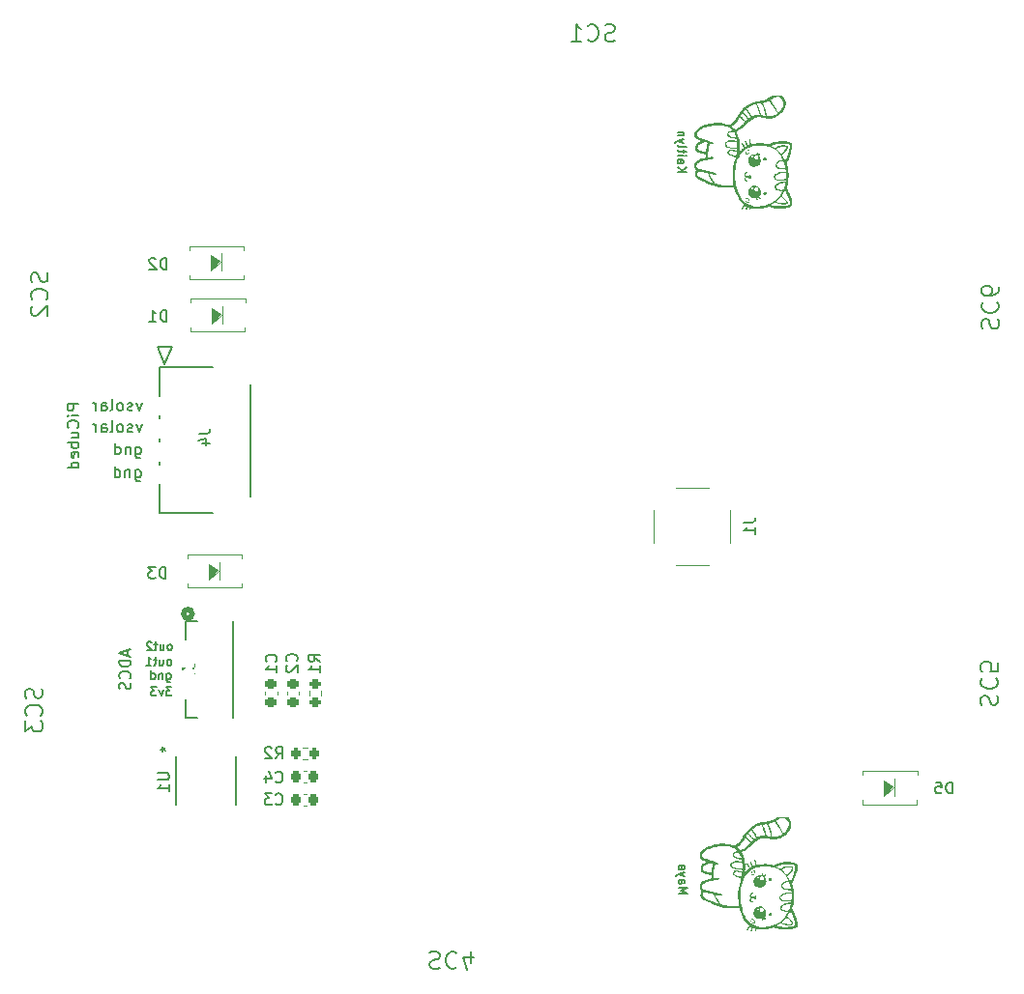
<source format=gbo>
%TF.GenerationSoftware,KiCad,Pcbnew,8.0.8*%
%TF.CreationDate,2025-03-18T15:11:00-07:00*%
%TF.ProjectId,ZPlus_Panel,5a506c75-735f-4506-916e-656c2e6b6963,v1b*%
%TF.SameCoordinates,Original*%
%TF.FileFunction,Legend,Bot*%
%TF.FilePolarity,Positive*%
%FSLAX46Y46*%
G04 Gerber Fmt 4.6, Leading zero omitted, Abs format (unit mm)*
G04 Created by KiCad (PCBNEW 8.0.8) date 2025-03-18 15:11:00*
%MOMM*%
%LPD*%
G01*
G04 APERTURE LIST*
G04 Aperture macros list*
%AMRoundRect*
0 Rectangle with rounded corners*
0 $1 Rounding radius*
0 $2 $3 $4 $5 $6 $7 $8 $9 X,Y pos of 4 corners*
0 Add a 4 corners polygon primitive as box body*
4,1,4,$2,$3,$4,$5,$6,$7,$8,$9,$2,$3,0*
0 Add four circle primitives for the rounded corners*
1,1,$1+$1,$2,$3*
1,1,$1+$1,$4,$5*
1,1,$1+$1,$6,$7*
1,1,$1+$1,$8,$9*
0 Add four rect primitives between the rounded corners*
20,1,$1+$1,$2,$3,$4,$5,0*
20,1,$1+$1,$4,$5,$6,$7,0*
20,1,$1+$1,$6,$7,$8,$9,0*
20,1,$1+$1,$8,$9,$2,$3,0*%
G04 Aperture macros list end*
%ADD10C,0.150000*%
%ADD11C,0.120000*%
%ADD12C,0.100000*%
%ADD13C,0.152400*%
%ADD14C,0.000000*%
%ADD15C,0.508000*%
%ADD16C,3.000000*%
%ADD17C,2.600000*%
%ADD18C,3.800000*%
%ADD19R,2.500000X1.700000*%
%ADD20RoundRect,0.225000X-0.250000X0.225000X-0.250000X-0.225000X0.250000X-0.225000X0.250000X0.225000X0*%
%ADD21R,0.533400X1.460500*%
%ADD22RoundRect,0.225000X0.225000X0.250000X-0.225000X0.250000X-0.225000X-0.250000X0.225000X-0.250000X0*%
%ADD23RoundRect,0.200000X0.200000X0.275000X-0.200000X0.275000X-0.200000X-0.275000X0.200000X-0.275000X0*%
%ADD24R,1.295400X0.838200*%
%ADD25R,2.260600X1.397000*%
%ADD26R,1.450000X1.100000*%
%ADD27R,2.899999X1.350000*%
%ADD28RoundRect,0.200000X-0.275000X0.200000X-0.275000X-0.200000X0.275000X-0.200000X0.275000X0.200000X0*%
%ADD29C,2.050000*%
%ADD30C,2.250000*%
G04 APERTURE END LIST*
D10*
X172832143Y-125735300D02*
X173046429Y-125663871D01*
X173046429Y-125663871D02*
X173403571Y-125663871D01*
X173403571Y-125663871D02*
X173546429Y-125735300D01*
X173546429Y-125735300D02*
X173617857Y-125806728D01*
X173617857Y-125806728D02*
X173689286Y-125949585D01*
X173689286Y-125949585D02*
X173689286Y-126092442D01*
X173689286Y-126092442D02*
X173617857Y-126235300D01*
X173617857Y-126235300D02*
X173546429Y-126306728D01*
X173546429Y-126306728D02*
X173403571Y-126378157D01*
X173403571Y-126378157D02*
X173117857Y-126449585D01*
X173117857Y-126449585D02*
X172975000Y-126521014D01*
X172975000Y-126521014D02*
X172903571Y-126592442D01*
X172903571Y-126592442D02*
X172832143Y-126735300D01*
X172832143Y-126735300D02*
X172832143Y-126878157D01*
X172832143Y-126878157D02*
X172903571Y-127021014D01*
X172903571Y-127021014D02*
X172975000Y-127092442D01*
X172975000Y-127092442D02*
X173117857Y-127163871D01*
X173117857Y-127163871D02*
X173475000Y-127163871D01*
X173475000Y-127163871D02*
X173689286Y-127092442D01*
X175189285Y-125806728D02*
X175117857Y-125735300D01*
X175117857Y-125735300D02*
X174903571Y-125663871D01*
X174903571Y-125663871D02*
X174760714Y-125663871D01*
X174760714Y-125663871D02*
X174546428Y-125735300D01*
X174546428Y-125735300D02*
X174403571Y-125878157D01*
X174403571Y-125878157D02*
X174332142Y-126021014D01*
X174332142Y-126021014D02*
X174260714Y-126306728D01*
X174260714Y-126306728D02*
X174260714Y-126521014D01*
X174260714Y-126521014D02*
X174332142Y-126806728D01*
X174332142Y-126806728D02*
X174403571Y-126949585D01*
X174403571Y-126949585D02*
X174546428Y-127092442D01*
X174546428Y-127092442D02*
X174760714Y-127163871D01*
X174760714Y-127163871D02*
X174903571Y-127163871D01*
X174903571Y-127163871D02*
X175117857Y-127092442D01*
X175117857Y-127092442D02*
X175189285Y-127021014D01*
X176475000Y-126663871D02*
X176475000Y-125663871D01*
X176117857Y-127235300D02*
X175760714Y-126163871D01*
X175760714Y-126163871D02*
X176689285Y-126163871D01*
X149801316Y-101300414D02*
X149801316Y-101907557D01*
X149801316Y-101907557D02*
X149837030Y-101978985D01*
X149837030Y-101978985D02*
X149872744Y-102014700D01*
X149872744Y-102014700D02*
X149944173Y-102050414D01*
X149944173Y-102050414D02*
X150051316Y-102050414D01*
X150051316Y-102050414D02*
X150122744Y-102014700D01*
X149801316Y-101764700D02*
X149872744Y-101800414D01*
X149872744Y-101800414D02*
X150015601Y-101800414D01*
X150015601Y-101800414D02*
X150087030Y-101764700D01*
X150087030Y-101764700D02*
X150122744Y-101728985D01*
X150122744Y-101728985D02*
X150158458Y-101657557D01*
X150158458Y-101657557D02*
X150158458Y-101443271D01*
X150158458Y-101443271D02*
X150122744Y-101371842D01*
X150122744Y-101371842D02*
X150087030Y-101336128D01*
X150087030Y-101336128D02*
X150015601Y-101300414D01*
X150015601Y-101300414D02*
X149872744Y-101300414D01*
X149872744Y-101300414D02*
X149801316Y-101336128D01*
X149444173Y-101300414D02*
X149444173Y-101800414D01*
X149444173Y-101371842D02*
X149408459Y-101336128D01*
X149408459Y-101336128D02*
X149337030Y-101300414D01*
X149337030Y-101300414D02*
X149229887Y-101300414D01*
X149229887Y-101300414D02*
X149158459Y-101336128D01*
X149158459Y-101336128D02*
X149122745Y-101407557D01*
X149122745Y-101407557D02*
X149122745Y-101800414D01*
X148444174Y-101800414D02*
X148444174Y-101050414D01*
X148444174Y-101764700D02*
X148515602Y-101800414D01*
X148515602Y-101800414D02*
X148658459Y-101800414D01*
X148658459Y-101800414D02*
X148729888Y-101764700D01*
X148729888Y-101764700D02*
X148765602Y-101728985D01*
X148765602Y-101728985D02*
X148801316Y-101657557D01*
X148801316Y-101657557D02*
X148801316Y-101443271D01*
X148801316Y-101443271D02*
X148765602Y-101371842D01*
X148765602Y-101371842D02*
X148729888Y-101336128D01*
X148729888Y-101336128D02*
X148658459Y-101300414D01*
X148658459Y-101300414D02*
X148515602Y-101300414D01*
X148515602Y-101300414D02*
X148444174Y-101336128D01*
X150194173Y-102500414D02*
X149729887Y-102500414D01*
X149729887Y-102500414D02*
X149979887Y-102786128D01*
X149979887Y-102786128D02*
X149872744Y-102786128D01*
X149872744Y-102786128D02*
X149801316Y-102821842D01*
X149801316Y-102821842D02*
X149765601Y-102857557D01*
X149765601Y-102857557D02*
X149729887Y-102928985D01*
X149729887Y-102928985D02*
X149729887Y-103107557D01*
X149729887Y-103107557D02*
X149765601Y-103178985D01*
X149765601Y-103178985D02*
X149801316Y-103214700D01*
X149801316Y-103214700D02*
X149872744Y-103250414D01*
X149872744Y-103250414D02*
X150087030Y-103250414D01*
X150087030Y-103250414D02*
X150158458Y-103214700D01*
X150158458Y-103214700D02*
X150194173Y-103178985D01*
X149479887Y-102750414D02*
X149301315Y-103250414D01*
X149301315Y-103250414D02*
X149122744Y-102750414D01*
X148908458Y-102500414D02*
X148444172Y-102500414D01*
X148444172Y-102500414D02*
X148694172Y-102786128D01*
X148694172Y-102786128D02*
X148587029Y-102786128D01*
X148587029Y-102786128D02*
X148515601Y-102821842D01*
X148515601Y-102821842D02*
X148479886Y-102857557D01*
X148479886Y-102857557D02*
X148444172Y-102928985D01*
X148444172Y-102928985D02*
X148444172Y-103107557D01*
X148444172Y-103107557D02*
X148479886Y-103178985D01*
X148479886Y-103178985D02*
X148515601Y-103214700D01*
X148515601Y-103214700D02*
X148587029Y-103250414D01*
X148587029Y-103250414D02*
X148801315Y-103250414D01*
X148801315Y-103250414D02*
X148872743Y-103214700D01*
X148872743Y-103214700D02*
X148908458Y-103178985D01*
X147608458Y-79453152D02*
X147370363Y-80119819D01*
X147370363Y-80119819D02*
X147132268Y-79453152D01*
X146798934Y-80072200D02*
X146703696Y-80119819D01*
X146703696Y-80119819D02*
X146513220Y-80119819D01*
X146513220Y-80119819D02*
X146417982Y-80072200D01*
X146417982Y-80072200D02*
X146370363Y-79976961D01*
X146370363Y-79976961D02*
X146370363Y-79929342D01*
X146370363Y-79929342D02*
X146417982Y-79834104D01*
X146417982Y-79834104D02*
X146513220Y-79786485D01*
X146513220Y-79786485D02*
X146656077Y-79786485D01*
X146656077Y-79786485D02*
X146751315Y-79738866D01*
X146751315Y-79738866D02*
X146798934Y-79643628D01*
X146798934Y-79643628D02*
X146798934Y-79596009D01*
X146798934Y-79596009D02*
X146751315Y-79500771D01*
X146751315Y-79500771D02*
X146656077Y-79453152D01*
X146656077Y-79453152D02*
X146513220Y-79453152D01*
X146513220Y-79453152D02*
X146417982Y-79500771D01*
X145798934Y-80119819D02*
X145894172Y-80072200D01*
X145894172Y-80072200D02*
X145941791Y-80024580D01*
X145941791Y-80024580D02*
X145989410Y-79929342D01*
X145989410Y-79929342D02*
X145989410Y-79643628D01*
X145989410Y-79643628D02*
X145941791Y-79548390D01*
X145941791Y-79548390D02*
X145894172Y-79500771D01*
X145894172Y-79500771D02*
X145798934Y-79453152D01*
X145798934Y-79453152D02*
X145656077Y-79453152D01*
X145656077Y-79453152D02*
X145560839Y-79500771D01*
X145560839Y-79500771D02*
X145513220Y-79548390D01*
X145513220Y-79548390D02*
X145465601Y-79643628D01*
X145465601Y-79643628D02*
X145465601Y-79929342D01*
X145465601Y-79929342D02*
X145513220Y-80024580D01*
X145513220Y-80024580D02*
X145560839Y-80072200D01*
X145560839Y-80072200D02*
X145656077Y-80119819D01*
X145656077Y-80119819D02*
X145798934Y-80119819D01*
X144894172Y-80119819D02*
X144989410Y-80072200D01*
X144989410Y-80072200D02*
X145037029Y-79976961D01*
X145037029Y-79976961D02*
X145037029Y-79119819D01*
X144084648Y-80119819D02*
X144084648Y-79596009D01*
X144084648Y-79596009D02*
X144132267Y-79500771D01*
X144132267Y-79500771D02*
X144227505Y-79453152D01*
X144227505Y-79453152D02*
X144417981Y-79453152D01*
X144417981Y-79453152D02*
X144513219Y-79500771D01*
X144084648Y-80072200D02*
X144179886Y-80119819D01*
X144179886Y-80119819D02*
X144417981Y-80119819D01*
X144417981Y-80119819D02*
X144513219Y-80072200D01*
X144513219Y-80072200D02*
X144560838Y-79976961D01*
X144560838Y-79976961D02*
X144560838Y-79881723D01*
X144560838Y-79881723D02*
X144513219Y-79786485D01*
X144513219Y-79786485D02*
X144417981Y-79738866D01*
X144417981Y-79738866D02*
X144179886Y-79738866D01*
X144179886Y-79738866D02*
X144084648Y-79691247D01*
X143608457Y-80119819D02*
X143608457Y-79453152D01*
X143608457Y-79643628D02*
X143560838Y-79548390D01*
X143560838Y-79548390D02*
X143513219Y-79500771D01*
X143513219Y-79500771D02*
X143417981Y-79453152D01*
X143417981Y-79453152D02*
X143322743Y-79453152D01*
X221210300Y-71092856D02*
X221138871Y-70878571D01*
X221138871Y-70878571D02*
X221138871Y-70521428D01*
X221138871Y-70521428D02*
X221210300Y-70378571D01*
X221210300Y-70378571D02*
X221281728Y-70307142D01*
X221281728Y-70307142D02*
X221424585Y-70235713D01*
X221424585Y-70235713D02*
X221567442Y-70235713D01*
X221567442Y-70235713D02*
X221710300Y-70307142D01*
X221710300Y-70307142D02*
X221781728Y-70378571D01*
X221781728Y-70378571D02*
X221853157Y-70521428D01*
X221853157Y-70521428D02*
X221924585Y-70807142D01*
X221924585Y-70807142D02*
X221996014Y-70949999D01*
X221996014Y-70949999D02*
X222067442Y-71021428D01*
X222067442Y-71021428D02*
X222210300Y-71092856D01*
X222210300Y-71092856D02*
X222353157Y-71092856D01*
X222353157Y-71092856D02*
X222496014Y-71021428D01*
X222496014Y-71021428D02*
X222567442Y-70949999D01*
X222567442Y-70949999D02*
X222638871Y-70807142D01*
X222638871Y-70807142D02*
X222638871Y-70449999D01*
X222638871Y-70449999D02*
X222567442Y-70235713D01*
X221281728Y-68735714D02*
X221210300Y-68807142D01*
X221210300Y-68807142D02*
X221138871Y-69021428D01*
X221138871Y-69021428D02*
X221138871Y-69164285D01*
X221138871Y-69164285D02*
X221210300Y-69378571D01*
X221210300Y-69378571D02*
X221353157Y-69521428D01*
X221353157Y-69521428D02*
X221496014Y-69592857D01*
X221496014Y-69592857D02*
X221781728Y-69664285D01*
X221781728Y-69664285D02*
X221996014Y-69664285D01*
X221996014Y-69664285D02*
X222281728Y-69592857D01*
X222281728Y-69592857D02*
X222424585Y-69521428D01*
X222424585Y-69521428D02*
X222567442Y-69378571D01*
X222567442Y-69378571D02*
X222638871Y-69164285D01*
X222638871Y-69164285D02*
X222638871Y-69021428D01*
X222638871Y-69021428D02*
X222567442Y-68807142D01*
X222567442Y-68807142D02*
X222496014Y-68735714D01*
X222638871Y-67450000D02*
X222638871Y-67735714D01*
X222638871Y-67735714D02*
X222567442Y-67878571D01*
X222567442Y-67878571D02*
X222496014Y-67950000D01*
X222496014Y-67950000D02*
X222281728Y-68092857D01*
X222281728Y-68092857D02*
X221996014Y-68164285D01*
X221996014Y-68164285D02*
X221424585Y-68164285D01*
X221424585Y-68164285D02*
X221281728Y-68092857D01*
X221281728Y-68092857D02*
X221210300Y-68021428D01*
X221210300Y-68021428D02*
X221138871Y-67878571D01*
X221138871Y-67878571D02*
X221138871Y-67592857D01*
X221138871Y-67592857D02*
X221210300Y-67450000D01*
X221210300Y-67450000D02*
X221281728Y-67378571D01*
X221281728Y-67378571D02*
X221424585Y-67307142D01*
X221424585Y-67307142D02*
X221781728Y-67307142D01*
X221781728Y-67307142D02*
X221924585Y-67378571D01*
X221924585Y-67378571D02*
X221996014Y-67450000D01*
X221996014Y-67450000D02*
X222067442Y-67592857D01*
X222067442Y-67592857D02*
X222067442Y-67878571D01*
X222067442Y-67878571D02*
X221996014Y-68021428D01*
X221996014Y-68021428D02*
X221924585Y-68092857D01*
X221924585Y-68092857D02*
X221781728Y-68164285D01*
X221160300Y-104067856D02*
X221088871Y-103853571D01*
X221088871Y-103853571D02*
X221088871Y-103496428D01*
X221088871Y-103496428D02*
X221160300Y-103353571D01*
X221160300Y-103353571D02*
X221231728Y-103282142D01*
X221231728Y-103282142D02*
X221374585Y-103210713D01*
X221374585Y-103210713D02*
X221517442Y-103210713D01*
X221517442Y-103210713D02*
X221660300Y-103282142D01*
X221660300Y-103282142D02*
X221731728Y-103353571D01*
X221731728Y-103353571D02*
X221803157Y-103496428D01*
X221803157Y-103496428D02*
X221874585Y-103782142D01*
X221874585Y-103782142D02*
X221946014Y-103924999D01*
X221946014Y-103924999D02*
X222017442Y-103996428D01*
X222017442Y-103996428D02*
X222160300Y-104067856D01*
X222160300Y-104067856D02*
X222303157Y-104067856D01*
X222303157Y-104067856D02*
X222446014Y-103996428D01*
X222446014Y-103996428D02*
X222517442Y-103924999D01*
X222517442Y-103924999D02*
X222588871Y-103782142D01*
X222588871Y-103782142D02*
X222588871Y-103424999D01*
X222588871Y-103424999D02*
X222517442Y-103210713D01*
X221231728Y-101710714D02*
X221160300Y-101782142D01*
X221160300Y-101782142D02*
X221088871Y-101996428D01*
X221088871Y-101996428D02*
X221088871Y-102139285D01*
X221088871Y-102139285D02*
X221160300Y-102353571D01*
X221160300Y-102353571D02*
X221303157Y-102496428D01*
X221303157Y-102496428D02*
X221446014Y-102567857D01*
X221446014Y-102567857D02*
X221731728Y-102639285D01*
X221731728Y-102639285D02*
X221946014Y-102639285D01*
X221946014Y-102639285D02*
X222231728Y-102567857D01*
X222231728Y-102567857D02*
X222374585Y-102496428D01*
X222374585Y-102496428D02*
X222517442Y-102353571D01*
X222517442Y-102353571D02*
X222588871Y-102139285D01*
X222588871Y-102139285D02*
X222588871Y-101996428D01*
X222588871Y-101996428D02*
X222517442Y-101782142D01*
X222517442Y-101782142D02*
X222446014Y-101710714D01*
X222588871Y-100353571D02*
X222588871Y-101067857D01*
X222588871Y-101067857D02*
X221874585Y-101139285D01*
X221874585Y-101139285D02*
X221946014Y-101067857D01*
X221946014Y-101067857D02*
X222017442Y-100925000D01*
X222017442Y-100925000D02*
X222017442Y-100567857D01*
X222017442Y-100567857D02*
X221946014Y-100425000D01*
X221946014Y-100425000D02*
X221874585Y-100353571D01*
X221874585Y-100353571D02*
X221731728Y-100282142D01*
X221731728Y-100282142D02*
X221374585Y-100282142D01*
X221374585Y-100282142D02*
X221231728Y-100353571D01*
X221231728Y-100353571D02*
X221160300Y-100425000D01*
X221160300Y-100425000D02*
X221088871Y-100567857D01*
X221088871Y-100567857D02*
X221088871Y-100925000D01*
X221088871Y-100925000D02*
X221160300Y-101067857D01*
X221160300Y-101067857D02*
X221231728Y-101139285D01*
X194524585Y-57322744D02*
X195274585Y-57322744D01*
X194524585Y-56894173D02*
X194953157Y-57215601D01*
X195274585Y-56894173D02*
X194846014Y-57322744D01*
X194524585Y-56251316D02*
X194917442Y-56251316D01*
X194917442Y-56251316D02*
X194988871Y-56287030D01*
X194988871Y-56287030D02*
X195024585Y-56358458D01*
X195024585Y-56358458D02*
X195024585Y-56501316D01*
X195024585Y-56501316D02*
X194988871Y-56572744D01*
X194560300Y-56251316D02*
X194524585Y-56322744D01*
X194524585Y-56322744D02*
X194524585Y-56501316D01*
X194524585Y-56501316D02*
X194560300Y-56572744D01*
X194560300Y-56572744D02*
X194631728Y-56608458D01*
X194631728Y-56608458D02*
X194703157Y-56608458D01*
X194703157Y-56608458D02*
X194774585Y-56572744D01*
X194774585Y-56572744D02*
X194810300Y-56501316D01*
X194810300Y-56501316D02*
X194810300Y-56322744D01*
X194810300Y-56322744D02*
X194846014Y-56251316D01*
X194524585Y-55894173D02*
X195024585Y-55894173D01*
X195274585Y-55894173D02*
X195238871Y-55929887D01*
X195238871Y-55929887D02*
X195203157Y-55894173D01*
X195203157Y-55894173D02*
X195238871Y-55858459D01*
X195238871Y-55858459D02*
X195274585Y-55894173D01*
X195274585Y-55894173D02*
X195203157Y-55894173D01*
X195024585Y-55644173D02*
X195024585Y-55358459D01*
X195274585Y-55537030D02*
X194631728Y-55537030D01*
X194631728Y-55537030D02*
X194560300Y-55501316D01*
X194560300Y-55501316D02*
X194524585Y-55429887D01*
X194524585Y-55429887D02*
X194524585Y-55358459D01*
X194524585Y-55001316D02*
X194560300Y-55072745D01*
X194560300Y-55072745D02*
X194631728Y-55108459D01*
X194631728Y-55108459D02*
X195274585Y-55108459D01*
X195024585Y-54787031D02*
X194524585Y-54608459D01*
X195024585Y-54429888D02*
X194524585Y-54608459D01*
X194524585Y-54608459D02*
X194346014Y-54679888D01*
X194346014Y-54679888D02*
X194310300Y-54715602D01*
X194310300Y-54715602D02*
X194274585Y-54787031D01*
X195024585Y-54144173D02*
X194524585Y-54144173D01*
X194953157Y-54144173D02*
X194988871Y-54108459D01*
X194988871Y-54108459D02*
X195024585Y-54037030D01*
X195024585Y-54037030D02*
X195024585Y-53929887D01*
X195024585Y-53929887D02*
X194988871Y-53858459D01*
X194988871Y-53858459D02*
X194917442Y-53822745D01*
X194917442Y-53822745D02*
X194524585Y-53822745D01*
X147608458Y-77578152D02*
X147370363Y-78244819D01*
X147370363Y-78244819D02*
X147132268Y-77578152D01*
X146798934Y-78197200D02*
X146703696Y-78244819D01*
X146703696Y-78244819D02*
X146513220Y-78244819D01*
X146513220Y-78244819D02*
X146417982Y-78197200D01*
X146417982Y-78197200D02*
X146370363Y-78101961D01*
X146370363Y-78101961D02*
X146370363Y-78054342D01*
X146370363Y-78054342D02*
X146417982Y-77959104D01*
X146417982Y-77959104D02*
X146513220Y-77911485D01*
X146513220Y-77911485D02*
X146656077Y-77911485D01*
X146656077Y-77911485D02*
X146751315Y-77863866D01*
X146751315Y-77863866D02*
X146798934Y-77768628D01*
X146798934Y-77768628D02*
X146798934Y-77721009D01*
X146798934Y-77721009D02*
X146751315Y-77625771D01*
X146751315Y-77625771D02*
X146656077Y-77578152D01*
X146656077Y-77578152D02*
X146513220Y-77578152D01*
X146513220Y-77578152D02*
X146417982Y-77625771D01*
X145798934Y-78244819D02*
X145894172Y-78197200D01*
X145894172Y-78197200D02*
X145941791Y-78149580D01*
X145941791Y-78149580D02*
X145989410Y-78054342D01*
X145989410Y-78054342D02*
X145989410Y-77768628D01*
X145989410Y-77768628D02*
X145941791Y-77673390D01*
X145941791Y-77673390D02*
X145894172Y-77625771D01*
X145894172Y-77625771D02*
X145798934Y-77578152D01*
X145798934Y-77578152D02*
X145656077Y-77578152D01*
X145656077Y-77578152D02*
X145560839Y-77625771D01*
X145560839Y-77625771D02*
X145513220Y-77673390D01*
X145513220Y-77673390D02*
X145465601Y-77768628D01*
X145465601Y-77768628D02*
X145465601Y-78054342D01*
X145465601Y-78054342D02*
X145513220Y-78149580D01*
X145513220Y-78149580D02*
X145560839Y-78197200D01*
X145560839Y-78197200D02*
X145656077Y-78244819D01*
X145656077Y-78244819D02*
X145798934Y-78244819D01*
X144894172Y-78244819D02*
X144989410Y-78197200D01*
X144989410Y-78197200D02*
X145037029Y-78101961D01*
X145037029Y-78101961D02*
X145037029Y-77244819D01*
X144084648Y-78244819D02*
X144084648Y-77721009D01*
X144084648Y-77721009D02*
X144132267Y-77625771D01*
X144132267Y-77625771D02*
X144227505Y-77578152D01*
X144227505Y-77578152D02*
X144417981Y-77578152D01*
X144417981Y-77578152D02*
X144513219Y-77625771D01*
X144084648Y-78197200D02*
X144179886Y-78244819D01*
X144179886Y-78244819D02*
X144417981Y-78244819D01*
X144417981Y-78244819D02*
X144513219Y-78197200D01*
X144513219Y-78197200D02*
X144560838Y-78101961D01*
X144560838Y-78101961D02*
X144560838Y-78006723D01*
X144560838Y-78006723D02*
X144513219Y-77911485D01*
X144513219Y-77911485D02*
X144417981Y-77863866D01*
X144417981Y-77863866D02*
X144179886Y-77863866D01*
X144179886Y-77863866D02*
X144084648Y-77816247D01*
X143608457Y-78244819D02*
X143608457Y-77578152D01*
X143608457Y-77768628D02*
X143560838Y-77673390D01*
X143560838Y-77673390D02*
X143513219Y-77625771D01*
X143513219Y-77625771D02*
X143417981Y-77578152D01*
X143417981Y-77578152D02*
X143322743Y-77578152D01*
X147084649Y-81428152D02*
X147084649Y-82237676D01*
X147084649Y-82237676D02*
X147132268Y-82332914D01*
X147132268Y-82332914D02*
X147179887Y-82380533D01*
X147179887Y-82380533D02*
X147275125Y-82428152D01*
X147275125Y-82428152D02*
X147417982Y-82428152D01*
X147417982Y-82428152D02*
X147513220Y-82380533D01*
X147084649Y-82047200D02*
X147179887Y-82094819D01*
X147179887Y-82094819D02*
X147370363Y-82094819D01*
X147370363Y-82094819D02*
X147465601Y-82047200D01*
X147465601Y-82047200D02*
X147513220Y-81999580D01*
X147513220Y-81999580D02*
X147560839Y-81904342D01*
X147560839Y-81904342D02*
X147560839Y-81618628D01*
X147560839Y-81618628D02*
X147513220Y-81523390D01*
X147513220Y-81523390D02*
X147465601Y-81475771D01*
X147465601Y-81475771D02*
X147370363Y-81428152D01*
X147370363Y-81428152D02*
X147179887Y-81428152D01*
X147179887Y-81428152D02*
X147084649Y-81475771D01*
X146608458Y-81428152D02*
X146608458Y-82094819D01*
X146608458Y-81523390D02*
X146560839Y-81475771D01*
X146560839Y-81475771D02*
X146465601Y-81428152D01*
X146465601Y-81428152D02*
X146322744Y-81428152D01*
X146322744Y-81428152D02*
X146227506Y-81475771D01*
X146227506Y-81475771D02*
X146179887Y-81571009D01*
X146179887Y-81571009D02*
X146179887Y-82094819D01*
X145275125Y-82094819D02*
X145275125Y-81094819D01*
X145275125Y-82047200D02*
X145370363Y-82094819D01*
X145370363Y-82094819D02*
X145560839Y-82094819D01*
X145560839Y-82094819D02*
X145656077Y-82047200D01*
X145656077Y-82047200D02*
X145703696Y-81999580D01*
X145703696Y-81999580D02*
X145751315Y-81904342D01*
X145751315Y-81904342D02*
X145751315Y-81618628D01*
X145751315Y-81618628D02*
X145703696Y-81523390D01*
X145703696Y-81523390D02*
X145656077Y-81475771D01*
X145656077Y-81475771D02*
X145560839Y-81428152D01*
X145560839Y-81428152D02*
X145370363Y-81428152D01*
X145370363Y-81428152D02*
X145275125Y-81475771D01*
X194624585Y-120547744D02*
X195374585Y-120547744D01*
X195374585Y-120547744D02*
X194838871Y-120297744D01*
X194838871Y-120297744D02*
X195374585Y-120047744D01*
X195374585Y-120047744D02*
X194624585Y-120047744D01*
X194624585Y-119369173D02*
X195017442Y-119369173D01*
X195017442Y-119369173D02*
X195088871Y-119404887D01*
X195088871Y-119404887D02*
X195124585Y-119476315D01*
X195124585Y-119476315D02*
X195124585Y-119619173D01*
X195124585Y-119619173D02*
X195088871Y-119690601D01*
X194660300Y-119369173D02*
X194624585Y-119440601D01*
X194624585Y-119440601D02*
X194624585Y-119619173D01*
X194624585Y-119619173D02*
X194660300Y-119690601D01*
X194660300Y-119690601D02*
X194731728Y-119726315D01*
X194731728Y-119726315D02*
X194803157Y-119726315D01*
X194803157Y-119726315D02*
X194874585Y-119690601D01*
X194874585Y-119690601D02*
X194910300Y-119619173D01*
X194910300Y-119619173D02*
X194910300Y-119440601D01*
X194910300Y-119440601D02*
X194946014Y-119369173D01*
X195124585Y-119083459D02*
X194624585Y-118904887D01*
X195124585Y-118726316D02*
X194624585Y-118904887D01*
X194624585Y-118904887D02*
X194446014Y-118976316D01*
X194446014Y-118976316D02*
X194410300Y-119012030D01*
X194410300Y-119012030D02*
X194374585Y-119083459D01*
X194624585Y-118119173D02*
X195017442Y-118119173D01*
X195017442Y-118119173D02*
X195088871Y-118154887D01*
X195088871Y-118154887D02*
X195124585Y-118226315D01*
X195124585Y-118226315D02*
X195124585Y-118369173D01*
X195124585Y-118369173D02*
X195088871Y-118440601D01*
X194660300Y-118119173D02*
X194624585Y-118190601D01*
X194624585Y-118190601D02*
X194624585Y-118369173D01*
X194624585Y-118369173D02*
X194660300Y-118440601D01*
X194660300Y-118440601D02*
X194731728Y-118476315D01*
X194731728Y-118476315D02*
X194803157Y-118476315D01*
X194803157Y-118476315D02*
X194874585Y-118440601D01*
X194874585Y-118440601D02*
X194910300Y-118369173D01*
X194910300Y-118369173D02*
X194910300Y-118190601D01*
X194910300Y-118190601D02*
X194946014Y-118119173D01*
X139314700Y-66157143D02*
X139386128Y-66371429D01*
X139386128Y-66371429D02*
X139386128Y-66728571D01*
X139386128Y-66728571D02*
X139314700Y-66871429D01*
X139314700Y-66871429D02*
X139243271Y-66942857D01*
X139243271Y-66942857D02*
X139100414Y-67014286D01*
X139100414Y-67014286D02*
X138957557Y-67014286D01*
X138957557Y-67014286D02*
X138814700Y-66942857D01*
X138814700Y-66942857D02*
X138743271Y-66871429D01*
X138743271Y-66871429D02*
X138671842Y-66728571D01*
X138671842Y-66728571D02*
X138600414Y-66442857D01*
X138600414Y-66442857D02*
X138528985Y-66300000D01*
X138528985Y-66300000D02*
X138457557Y-66228571D01*
X138457557Y-66228571D02*
X138314700Y-66157143D01*
X138314700Y-66157143D02*
X138171842Y-66157143D01*
X138171842Y-66157143D02*
X138028985Y-66228571D01*
X138028985Y-66228571D02*
X137957557Y-66300000D01*
X137957557Y-66300000D02*
X137886128Y-66442857D01*
X137886128Y-66442857D02*
X137886128Y-66800000D01*
X137886128Y-66800000D02*
X137957557Y-67014286D01*
X139243271Y-68514285D02*
X139314700Y-68442857D01*
X139314700Y-68442857D02*
X139386128Y-68228571D01*
X139386128Y-68228571D02*
X139386128Y-68085714D01*
X139386128Y-68085714D02*
X139314700Y-67871428D01*
X139314700Y-67871428D02*
X139171842Y-67728571D01*
X139171842Y-67728571D02*
X139028985Y-67657142D01*
X139028985Y-67657142D02*
X138743271Y-67585714D01*
X138743271Y-67585714D02*
X138528985Y-67585714D01*
X138528985Y-67585714D02*
X138243271Y-67657142D01*
X138243271Y-67657142D02*
X138100414Y-67728571D01*
X138100414Y-67728571D02*
X137957557Y-67871428D01*
X137957557Y-67871428D02*
X137886128Y-68085714D01*
X137886128Y-68085714D02*
X137886128Y-68228571D01*
X137886128Y-68228571D02*
X137957557Y-68442857D01*
X137957557Y-68442857D02*
X138028985Y-68514285D01*
X138028985Y-69085714D02*
X137957557Y-69157142D01*
X137957557Y-69157142D02*
X137886128Y-69300000D01*
X137886128Y-69300000D02*
X137886128Y-69657142D01*
X137886128Y-69657142D02*
X137957557Y-69800000D01*
X137957557Y-69800000D02*
X138028985Y-69871428D01*
X138028985Y-69871428D02*
X138171842Y-69942857D01*
X138171842Y-69942857D02*
X138314700Y-69942857D01*
X138314700Y-69942857D02*
X138528985Y-69871428D01*
X138528985Y-69871428D02*
X139386128Y-69014285D01*
X139386128Y-69014285D02*
X139386128Y-69942857D01*
X147059649Y-83453152D02*
X147059649Y-84262676D01*
X147059649Y-84262676D02*
X147107268Y-84357914D01*
X147107268Y-84357914D02*
X147154887Y-84405533D01*
X147154887Y-84405533D02*
X147250125Y-84453152D01*
X147250125Y-84453152D02*
X147392982Y-84453152D01*
X147392982Y-84453152D02*
X147488220Y-84405533D01*
X147059649Y-84072200D02*
X147154887Y-84119819D01*
X147154887Y-84119819D02*
X147345363Y-84119819D01*
X147345363Y-84119819D02*
X147440601Y-84072200D01*
X147440601Y-84072200D02*
X147488220Y-84024580D01*
X147488220Y-84024580D02*
X147535839Y-83929342D01*
X147535839Y-83929342D02*
X147535839Y-83643628D01*
X147535839Y-83643628D02*
X147488220Y-83548390D01*
X147488220Y-83548390D02*
X147440601Y-83500771D01*
X147440601Y-83500771D02*
X147345363Y-83453152D01*
X147345363Y-83453152D02*
X147154887Y-83453152D01*
X147154887Y-83453152D02*
X147059649Y-83500771D01*
X146583458Y-83453152D02*
X146583458Y-84119819D01*
X146583458Y-83548390D02*
X146535839Y-83500771D01*
X146535839Y-83500771D02*
X146440601Y-83453152D01*
X146440601Y-83453152D02*
X146297744Y-83453152D01*
X146297744Y-83453152D02*
X146202506Y-83500771D01*
X146202506Y-83500771D02*
X146154887Y-83596009D01*
X146154887Y-83596009D02*
X146154887Y-84119819D01*
X145250125Y-84119819D02*
X145250125Y-83119819D01*
X145250125Y-84072200D02*
X145345363Y-84119819D01*
X145345363Y-84119819D02*
X145535839Y-84119819D01*
X145535839Y-84119819D02*
X145631077Y-84072200D01*
X145631077Y-84072200D02*
X145678696Y-84024580D01*
X145678696Y-84024580D02*
X145726315Y-83929342D01*
X145726315Y-83929342D02*
X145726315Y-83643628D01*
X145726315Y-83643628D02*
X145678696Y-83548390D01*
X145678696Y-83548390D02*
X145631077Y-83500771D01*
X145631077Y-83500771D02*
X145535839Y-83453152D01*
X145535839Y-83453152D02*
X145345363Y-83453152D01*
X145345363Y-83453152D02*
X145250125Y-83500771D01*
X142094819Y-77686779D02*
X141094819Y-77686779D01*
X141094819Y-77686779D02*
X141094819Y-78067731D01*
X141094819Y-78067731D02*
X141142438Y-78162969D01*
X141142438Y-78162969D02*
X141190057Y-78210588D01*
X141190057Y-78210588D02*
X141285295Y-78258207D01*
X141285295Y-78258207D02*
X141428152Y-78258207D01*
X141428152Y-78258207D02*
X141523390Y-78210588D01*
X141523390Y-78210588D02*
X141571009Y-78162969D01*
X141571009Y-78162969D02*
X141618628Y-78067731D01*
X141618628Y-78067731D02*
X141618628Y-77686779D01*
X142094819Y-78686779D02*
X141428152Y-78686779D01*
X141094819Y-78686779D02*
X141142438Y-78639160D01*
X141142438Y-78639160D02*
X141190057Y-78686779D01*
X141190057Y-78686779D02*
X141142438Y-78734398D01*
X141142438Y-78734398D02*
X141094819Y-78686779D01*
X141094819Y-78686779D02*
X141190057Y-78686779D01*
X141999580Y-79734397D02*
X142047200Y-79686778D01*
X142047200Y-79686778D02*
X142094819Y-79543921D01*
X142094819Y-79543921D02*
X142094819Y-79448683D01*
X142094819Y-79448683D02*
X142047200Y-79305826D01*
X142047200Y-79305826D02*
X141951961Y-79210588D01*
X141951961Y-79210588D02*
X141856723Y-79162969D01*
X141856723Y-79162969D02*
X141666247Y-79115350D01*
X141666247Y-79115350D02*
X141523390Y-79115350D01*
X141523390Y-79115350D02*
X141332914Y-79162969D01*
X141332914Y-79162969D02*
X141237676Y-79210588D01*
X141237676Y-79210588D02*
X141142438Y-79305826D01*
X141142438Y-79305826D02*
X141094819Y-79448683D01*
X141094819Y-79448683D02*
X141094819Y-79543921D01*
X141094819Y-79543921D02*
X141142438Y-79686778D01*
X141142438Y-79686778D02*
X141190057Y-79734397D01*
X141428152Y-80591540D02*
X142094819Y-80591540D01*
X141428152Y-80162969D02*
X141951961Y-80162969D01*
X141951961Y-80162969D02*
X142047200Y-80210588D01*
X142047200Y-80210588D02*
X142094819Y-80305826D01*
X142094819Y-80305826D02*
X142094819Y-80448683D01*
X142094819Y-80448683D02*
X142047200Y-80543921D01*
X142047200Y-80543921D02*
X141999580Y-80591540D01*
X142094819Y-81067731D02*
X141094819Y-81067731D01*
X141475771Y-81067731D02*
X141428152Y-81162969D01*
X141428152Y-81162969D02*
X141428152Y-81353445D01*
X141428152Y-81353445D02*
X141475771Y-81448683D01*
X141475771Y-81448683D02*
X141523390Y-81496302D01*
X141523390Y-81496302D02*
X141618628Y-81543921D01*
X141618628Y-81543921D02*
X141904342Y-81543921D01*
X141904342Y-81543921D02*
X141999580Y-81496302D01*
X141999580Y-81496302D02*
X142047200Y-81448683D01*
X142047200Y-81448683D02*
X142094819Y-81353445D01*
X142094819Y-81353445D02*
X142094819Y-81162969D01*
X142094819Y-81162969D02*
X142047200Y-81067731D01*
X142047200Y-82353445D02*
X142094819Y-82258207D01*
X142094819Y-82258207D02*
X142094819Y-82067731D01*
X142094819Y-82067731D02*
X142047200Y-81972493D01*
X142047200Y-81972493D02*
X141951961Y-81924874D01*
X141951961Y-81924874D02*
X141571009Y-81924874D01*
X141571009Y-81924874D02*
X141475771Y-81972493D01*
X141475771Y-81972493D02*
X141428152Y-82067731D01*
X141428152Y-82067731D02*
X141428152Y-82258207D01*
X141428152Y-82258207D02*
X141475771Y-82353445D01*
X141475771Y-82353445D02*
X141571009Y-82401064D01*
X141571009Y-82401064D02*
X141666247Y-82401064D01*
X141666247Y-82401064D02*
X141761485Y-81924874D01*
X142094819Y-83258207D02*
X141094819Y-83258207D01*
X142047200Y-83258207D02*
X142094819Y-83162969D01*
X142094819Y-83162969D02*
X142094819Y-82972493D01*
X142094819Y-82972493D02*
X142047200Y-82877255D01*
X142047200Y-82877255D02*
X141999580Y-82829636D01*
X141999580Y-82829636D02*
X141904342Y-82782017D01*
X141904342Y-82782017D02*
X141618628Y-82782017D01*
X141618628Y-82782017D02*
X141523390Y-82829636D01*
X141523390Y-82829636D02*
X141475771Y-82877255D01*
X141475771Y-82877255D02*
X141428152Y-82972493D01*
X141428152Y-82972493D02*
X141428152Y-83162969D01*
X141428152Y-83162969D02*
X141475771Y-83258207D01*
X189017856Y-45814700D02*
X188803571Y-45886128D01*
X188803571Y-45886128D02*
X188446428Y-45886128D01*
X188446428Y-45886128D02*
X188303571Y-45814700D01*
X188303571Y-45814700D02*
X188232142Y-45743271D01*
X188232142Y-45743271D02*
X188160713Y-45600414D01*
X188160713Y-45600414D02*
X188160713Y-45457557D01*
X188160713Y-45457557D02*
X188232142Y-45314700D01*
X188232142Y-45314700D02*
X188303571Y-45243271D01*
X188303571Y-45243271D02*
X188446428Y-45171842D01*
X188446428Y-45171842D02*
X188732142Y-45100414D01*
X188732142Y-45100414D02*
X188874999Y-45028985D01*
X188874999Y-45028985D02*
X188946428Y-44957557D01*
X188946428Y-44957557D02*
X189017856Y-44814700D01*
X189017856Y-44814700D02*
X189017856Y-44671842D01*
X189017856Y-44671842D02*
X188946428Y-44528985D01*
X188946428Y-44528985D02*
X188874999Y-44457557D01*
X188874999Y-44457557D02*
X188732142Y-44386128D01*
X188732142Y-44386128D02*
X188374999Y-44386128D01*
X188374999Y-44386128D02*
X188160713Y-44457557D01*
X186660714Y-45743271D02*
X186732142Y-45814700D01*
X186732142Y-45814700D02*
X186946428Y-45886128D01*
X186946428Y-45886128D02*
X187089285Y-45886128D01*
X187089285Y-45886128D02*
X187303571Y-45814700D01*
X187303571Y-45814700D02*
X187446428Y-45671842D01*
X187446428Y-45671842D02*
X187517857Y-45528985D01*
X187517857Y-45528985D02*
X187589285Y-45243271D01*
X187589285Y-45243271D02*
X187589285Y-45028985D01*
X187589285Y-45028985D02*
X187517857Y-44743271D01*
X187517857Y-44743271D02*
X187446428Y-44600414D01*
X187446428Y-44600414D02*
X187303571Y-44457557D01*
X187303571Y-44457557D02*
X187089285Y-44386128D01*
X187089285Y-44386128D02*
X186946428Y-44386128D01*
X186946428Y-44386128D02*
X186732142Y-44457557D01*
X186732142Y-44457557D02*
X186660714Y-44528985D01*
X185232142Y-45886128D02*
X186089285Y-45886128D01*
X185660714Y-45886128D02*
X185660714Y-44386128D01*
X185660714Y-44386128D02*
X185803571Y-44600414D01*
X185803571Y-44600414D02*
X185946428Y-44743271D01*
X185946428Y-44743271D02*
X186089285Y-44814700D01*
X150115601Y-99250414D02*
X150187030Y-99214700D01*
X150187030Y-99214700D02*
X150222744Y-99178985D01*
X150222744Y-99178985D02*
X150258458Y-99107557D01*
X150258458Y-99107557D02*
X150258458Y-98893271D01*
X150258458Y-98893271D02*
X150222744Y-98821842D01*
X150222744Y-98821842D02*
X150187030Y-98786128D01*
X150187030Y-98786128D02*
X150115601Y-98750414D01*
X150115601Y-98750414D02*
X150008458Y-98750414D01*
X150008458Y-98750414D02*
X149937030Y-98786128D01*
X149937030Y-98786128D02*
X149901316Y-98821842D01*
X149901316Y-98821842D02*
X149865601Y-98893271D01*
X149865601Y-98893271D02*
X149865601Y-99107557D01*
X149865601Y-99107557D02*
X149901316Y-99178985D01*
X149901316Y-99178985D02*
X149937030Y-99214700D01*
X149937030Y-99214700D02*
X150008458Y-99250414D01*
X150008458Y-99250414D02*
X150115601Y-99250414D01*
X149222745Y-98750414D02*
X149222745Y-99250414D01*
X149544173Y-98750414D02*
X149544173Y-99143271D01*
X149544173Y-99143271D02*
X149508459Y-99214700D01*
X149508459Y-99214700D02*
X149437030Y-99250414D01*
X149437030Y-99250414D02*
X149329887Y-99250414D01*
X149329887Y-99250414D02*
X149258459Y-99214700D01*
X149258459Y-99214700D02*
X149222745Y-99178985D01*
X148972745Y-98750414D02*
X148687031Y-98750414D01*
X148865602Y-98500414D02*
X148865602Y-99143271D01*
X148865602Y-99143271D02*
X148829888Y-99214700D01*
X148829888Y-99214700D02*
X148758459Y-99250414D01*
X148758459Y-99250414D02*
X148687031Y-99250414D01*
X148472745Y-98571842D02*
X148437031Y-98536128D01*
X148437031Y-98536128D02*
X148365603Y-98500414D01*
X148365603Y-98500414D02*
X148187031Y-98500414D01*
X148187031Y-98500414D02*
X148115603Y-98536128D01*
X148115603Y-98536128D02*
X148079888Y-98571842D01*
X148079888Y-98571842D02*
X148044174Y-98643271D01*
X148044174Y-98643271D02*
X148044174Y-98714700D01*
X148044174Y-98714700D02*
X148079888Y-98821842D01*
X148079888Y-98821842D02*
X148508460Y-99250414D01*
X148508460Y-99250414D02*
X148044174Y-99250414D01*
X150065601Y-100575414D02*
X150137030Y-100539700D01*
X150137030Y-100539700D02*
X150172744Y-100503985D01*
X150172744Y-100503985D02*
X150208458Y-100432557D01*
X150208458Y-100432557D02*
X150208458Y-100218271D01*
X150208458Y-100218271D02*
X150172744Y-100146842D01*
X150172744Y-100146842D02*
X150137030Y-100111128D01*
X150137030Y-100111128D02*
X150065601Y-100075414D01*
X150065601Y-100075414D02*
X149958458Y-100075414D01*
X149958458Y-100075414D02*
X149887030Y-100111128D01*
X149887030Y-100111128D02*
X149851316Y-100146842D01*
X149851316Y-100146842D02*
X149815601Y-100218271D01*
X149815601Y-100218271D02*
X149815601Y-100432557D01*
X149815601Y-100432557D02*
X149851316Y-100503985D01*
X149851316Y-100503985D02*
X149887030Y-100539700D01*
X149887030Y-100539700D02*
X149958458Y-100575414D01*
X149958458Y-100575414D02*
X150065601Y-100575414D01*
X149172745Y-100075414D02*
X149172745Y-100575414D01*
X149494173Y-100075414D02*
X149494173Y-100468271D01*
X149494173Y-100468271D02*
X149458459Y-100539700D01*
X149458459Y-100539700D02*
X149387030Y-100575414D01*
X149387030Y-100575414D02*
X149279887Y-100575414D01*
X149279887Y-100575414D02*
X149208459Y-100539700D01*
X149208459Y-100539700D02*
X149172745Y-100503985D01*
X148922745Y-100075414D02*
X148637031Y-100075414D01*
X148815602Y-99825414D02*
X148815602Y-100468271D01*
X148815602Y-100468271D02*
X148779888Y-100539700D01*
X148779888Y-100539700D02*
X148708459Y-100575414D01*
X148708459Y-100575414D02*
X148637031Y-100575414D01*
X147994174Y-100575414D02*
X148422745Y-100575414D01*
X148208460Y-100575414D02*
X148208460Y-99825414D01*
X148208460Y-99825414D02*
X148279888Y-99932557D01*
X148279888Y-99932557D02*
X148351317Y-100003985D01*
X148351317Y-100003985D02*
X148422745Y-100039700D01*
X146359104Y-99239160D02*
X146359104Y-99715350D01*
X146644819Y-99143922D02*
X145644819Y-99477255D01*
X145644819Y-99477255D02*
X146644819Y-99810588D01*
X146644819Y-100143922D02*
X145644819Y-100143922D01*
X145644819Y-100143922D02*
X145644819Y-100382017D01*
X145644819Y-100382017D02*
X145692438Y-100524874D01*
X145692438Y-100524874D02*
X145787676Y-100620112D01*
X145787676Y-100620112D02*
X145882914Y-100667731D01*
X145882914Y-100667731D02*
X146073390Y-100715350D01*
X146073390Y-100715350D02*
X146216247Y-100715350D01*
X146216247Y-100715350D02*
X146406723Y-100667731D01*
X146406723Y-100667731D02*
X146501961Y-100620112D01*
X146501961Y-100620112D02*
X146597200Y-100524874D01*
X146597200Y-100524874D02*
X146644819Y-100382017D01*
X146644819Y-100382017D02*
X146644819Y-100143922D01*
X146549580Y-101715350D02*
X146597200Y-101667731D01*
X146597200Y-101667731D02*
X146644819Y-101524874D01*
X146644819Y-101524874D02*
X146644819Y-101429636D01*
X146644819Y-101429636D02*
X146597200Y-101286779D01*
X146597200Y-101286779D02*
X146501961Y-101191541D01*
X146501961Y-101191541D02*
X146406723Y-101143922D01*
X146406723Y-101143922D02*
X146216247Y-101096303D01*
X146216247Y-101096303D02*
X146073390Y-101096303D01*
X146073390Y-101096303D02*
X145882914Y-101143922D01*
X145882914Y-101143922D02*
X145787676Y-101191541D01*
X145787676Y-101191541D02*
X145692438Y-101286779D01*
X145692438Y-101286779D02*
X145644819Y-101429636D01*
X145644819Y-101429636D02*
X145644819Y-101524874D01*
X145644819Y-101524874D02*
X145692438Y-101667731D01*
X145692438Y-101667731D02*
X145740057Y-101715350D01*
X146597200Y-102096303D02*
X146644819Y-102239160D01*
X146644819Y-102239160D02*
X146644819Y-102477255D01*
X146644819Y-102477255D02*
X146597200Y-102572493D01*
X146597200Y-102572493D02*
X146549580Y-102620112D01*
X146549580Y-102620112D02*
X146454342Y-102667731D01*
X146454342Y-102667731D02*
X146359104Y-102667731D01*
X146359104Y-102667731D02*
X146263866Y-102620112D01*
X146263866Y-102620112D02*
X146216247Y-102572493D01*
X146216247Y-102572493D02*
X146168628Y-102477255D01*
X146168628Y-102477255D02*
X146121009Y-102286779D01*
X146121009Y-102286779D02*
X146073390Y-102191541D01*
X146073390Y-102191541D02*
X146025771Y-102143922D01*
X146025771Y-102143922D02*
X145930533Y-102096303D01*
X145930533Y-102096303D02*
X145835295Y-102096303D01*
X145835295Y-102096303D02*
X145740057Y-102143922D01*
X145740057Y-102143922D02*
X145692438Y-102191541D01*
X145692438Y-102191541D02*
X145644819Y-102286779D01*
X145644819Y-102286779D02*
X145644819Y-102524874D01*
X145644819Y-102524874D02*
X145692438Y-102667731D01*
X138839700Y-102607143D02*
X138911128Y-102821429D01*
X138911128Y-102821429D02*
X138911128Y-103178571D01*
X138911128Y-103178571D02*
X138839700Y-103321429D01*
X138839700Y-103321429D02*
X138768271Y-103392857D01*
X138768271Y-103392857D02*
X138625414Y-103464286D01*
X138625414Y-103464286D02*
X138482557Y-103464286D01*
X138482557Y-103464286D02*
X138339700Y-103392857D01*
X138339700Y-103392857D02*
X138268271Y-103321429D01*
X138268271Y-103321429D02*
X138196842Y-103178571D01*
X138196842Y-103178571D02*
X138125414Y-102892857D01*
X138125414Y-102892857D02*
X138053985Y-102750000D01*
X138053985Y-102750000D02*
X137982557Y-102678571D01*
X137982557Y-102678571D02*
X137839700Y-102607143D01*
X137839700Y-102607143D02*
X137696842Y-102607143D01*
X137696842Y-102607143D02*
X137553985Y-102678571D01*
X137553985Y-102678571D02*
X137482557Y-102750000D01*
X137482557Y-102750000D02*
X137411128Y-102892857D01*
X137411128Y-102892857D02*
X137411128Y-103250000D01*
X137411128Y-103250000D02*
X137482557Y-103464286D01*
X138768271Y-104964285D02*
X138839700Y-104892857D01*
X138839700Y-104892857D02*
X138911128Y-104678571D01*
X138911128Y-104678571D02*
X138911128Y-104535714D01*
X138911128Y-104535714D02*
X138839700Y-104321428D01*
X138839700Y-104321428D02*
X138696842Y-104178571D01*
X138696842Y-104178571D02*
X138553985Y-104107142D01*
X138553985Y-104107142D02*
X138268271Y-104035714D01*
X138268271Y-104035714D02*
X138053985Y-104035714D01*
X138053985Y-104035714D02*
X137768271Y-104107142D01*
X137768271Y-104107142D02*
X137625414Y-104178571D01*
X137625414Y-104178571D02*
X137482557Y-104321428D01*
X137482557Y-104321428D02*
X137411128Y-104535714D01*
X137411128Y-104535714D02*
X137411128Y-104678571D01*
X137411128Y-104678571D02*
X137482557Y-104892857D01*
X137482557Y-104892857D02*
X137553985Y-104964285D01*
X137411128Y-105464285D02*
X137411128Y-106392857D01*
X137411128Y-106392857D02*
X137982557Y-105892857D01*
X137982557Y-105892857D02*
X137982557Y-106107142D01*
X137982557Y-106107142D02*
X138053985Y-106250000D01*
X138053985Y-106250000D02*
X138125414Y-106321428D01*
X138125414Y-106321428D02*
X138268271Y-106392857D01*
X138268271Y-106392857D02*
X138625414Y-106392857D01*
X138625414Y-106392857D02*
X138768271Y-106321428D01*
X138768271Y-106321428D02*
X138839700Y-106250000D01*
X138839700Y-106250000D02*
X138911128Y-106107142D01*
X138911128Y-106107142D02*
X138911128Y-105678571D01*
X138911128Y-105678571D02*
X138839700Y-105535714D01*
X138839700Y-105535714D02*
X138768271Y-105464285D01*
X149788094Y-65879819D02*
X149788094Y-64879819D01*
X149788094Y-64879819D02*
X149549999Y-64879819D01*
X149549999Y-64879819D02*
X149407142Y-64927438D01*
X149407142Y-64927438D02*
X149311904Y-65022676D01*
X149311904Y-65022676D02*
X149264285Y-65117914D01*
X149264285Y-65117914D02*
X149216666Y-65308390D01*
X149216666Y-65308390D02*
X149216666Y-65451247D01*
X149216666Y-65451247D02*
X149264285Y-65641723D01*
X149264285Y-65641723D02*
X149311904Y-65736961D01*
X149311904Y-65736961D02*
X149407142Y-65832200D01*
X149407142Y-65832200D02*
X149549999Y-65879819D01*
X149549999Y-65879819D02*
X149788094Y-65879819D01*
X148835713Y-64975057D02*
X148788094Y-64927438D01*
X148788094Y-64927438D02*
X148692856Y-64879819D01*
X148692856Y-64879819D02*
X148454761Y-64879819D01*
X148454761Y-64879819D02*
X148359523Y-64927438D01*
X148359523Y-64927438D02*
X148311904Y-64975057D01*
X148311904Y-64975057D02*
X148264285Y-65070295D01*
X148264285Y-65070295D02*
X148264285Y-65165533D01*
X148264285Y-65165533D02*
X148311904Y-65308390D01*
X148311904Y-65308390D02*
X148883332Y-65879819D01*
X148883332Y-65879819D02*
X148264285Y-65879819D01*
X159359580Y-100258333D02*
X159407200Y-100210714D01*
X159407200Y-100210714D02*
X159454819Y-100067857D01*
X159454819Y-100067857D02*
X159454819Y-99972619D01*
X159454819Y-99972619D02*
X159407200Y-99829762D01*
X159407200Y-99829762D02*
X159311961Y-99734524D01*
X159311961Y-99734524D02*
X159216723Y-99686905D01*
X159216723Y-99686905D02*
X159026247Y-99639286D01*
X159026247Y-99639286D02*
X158883390Y-99639286D01*
X158883390Y-99639286D02*
X158692914Y-99686905D01*
X158692914Y-99686905D02*
X158597676Y-99734524D01*
X158597676Y-99734524D02*
X158502438Y-99829762D01*
X158502438Y-99829762D02*
X158454819Y-99972619D01*
X158454819Y-99972619D02*
X158454819Y-100067857D01*
X158454819Y-100067857D02*
X158502438Y-100210714D01*
X158502438Y-100210714D02*
X158550057Y-100258333D01*
X159454819Y-101210714D02*
X159454819Y-100639286D01*
X159454819Y-100925000D02*
X158454819Y-100925000D01*
X158454819Y-100925000D02*
X158597676Y-100829762D01*
X158597676Y-100829762D02*
X158692914Y-100734524D01*
X158692914Y-100734524D02*
X158740533Y-100639286D01*
X149004819Y-110038095D02*
X149814342Y-110038095D01*
X149814342Y-110038095D02*
X149909580Y-110085714D01*
X149909580Y-110085714D02*
X149957200Y-110133333D01*
X149957200Y-110133333D02*
X150004819Y-110228571D01*
X150004819Y-110228571D02*
X150004819Y-110419047D01*
X150004819Y-110419047D02*
X149957200Y-110514285D01*
X149957200Y-110514285D02*
X149909580Y-110561904D01*
X149909580Y-110561904D02*
X149814342Y-110609523D01*
X149814342Y-110609523D02*
X149004819Y-110609523D01*
X150004819Y-111609523D02*
X150004819Y-111038095D01*
X150004819Y-111323809D02*
X149004819Y-111323809D01*
X149004819Y-111323809D02*
X149147676Y-111228571D01*
X149147676Y-111228571D02*
X149242914Y-111133333D01*
X149242914Y-111133333D02*
X149290533Y-111038095D01*
X149254819Y-107925000D02*
X149492914Y-107925000D01*
X149397676Y-107686905D02*
X149492914Y-107925000D01*
X149492914Y-107925000D02*
X149397676Y-108163095D01*
X149683390Y-107782143D02*
X149492914Y-107925000D01*
X149492914Y-107925000D02*
X149683390Y-108067857D01*
X149713094Y-92954819D02*
X149713094Y-91954819D01*
X149713094Y-91954819D02*
X149474999Y-91954819D01*
X149474999Y-91954819D02*
X149332142Y-92002438D01*
X149332142Y-92002438D02*
X149236904Y-92097676D01*
X149236904Y-92097676D02*
X149189285Y-92192914D01*
X149189285Y-92192914D02*
X149141666Y-92383390D01*
X149141666Y-92383390D02*
X149141666Y-92526247D01*
X149141666Y-92526247D02*
X149189285Y-92716723D01*
X149189285Y-92716723D02*
X149236904Y-92811961D01*
X149236904Y-92811961D02*
X149332142Y-92907200D01*
X149332142Y-92907200D02*
X149474999Y-92954819D01*
X149474999Y-92954819D02*
X149713094Y-92954819D01*
X148808332Y-91954819D02*
X148189285Y-91954819D01*
X148189285Y-91954819D02*
X148522618Y-92335771D01*
X148522618Y-92335771D02*
X148379761Y-92335771D01*
X148379761Y-92335771D02*
X148284523Y-92383390D01*
X148284523Y-92383390D02*
X148236904Y-92431009D01*
X148236904Y-92431009D02*
X148189285Y-92526247D01*
X148189285Y-92526247D02*
X148189285Y-92764342D01*
X148189285Y-92764342D02*
X148236904Y-92859580D01*
X148236904Y-92859580D02*
X148284523Y-92907200D01*
X148284523Y-92907200D02*
X148379761Y-92954819D01*
X148379761Y-92954819D02*
X148665475Y-92954819D01*
X148665475Y-92954819D02*
X148760713Y-92907200D01*
X148760713Y-92907200D02*
X148808332Y-92859580D01*
X159341666Y-112719580D02*
X159389285Y-112767200D01*
X159389285Y-112767200D02*
X159532142Y-112814819D01*
X159532142Y-112814819D02*
X159627380Y-112814819D01*
X159627380Y-112814819D02*
X159770237Y-112767200D01*
X159770237Y-112767200D02*
X159865475Y-112671961D01*
X159865475Y-112671961D02*
X159913094Y-112576723D01*
X159913094Y-112576723D02*
X159960713Y-112386247D01*
X159960713Y-112386247D02*
X159960713Y-112243390D01*
X159960713Y-112243390D02*
X159913094Y-112052914D01*
X159913094Y-112052914D02*
X159865475Y-111957676D01*
X159865475Y-111957676D02*
X159770237Y-111862438D01*
X159770237Y-111862438D02*
X159627380Y-111814819D01*
X159627380Y-111814819D02*
X159532142Y-111814819D01*
X159532142Y-111814819D02*
X159389285Y-111862438D01*
X159389285Y-111862438D02*
X159341666Y-111910057D01*
X159008332Y-111814819D02*
X158389285Y-111814819D01*
X158389285Y-111814819D02*
X158722618Y-112195771D01*
X158722618Y-112195771D02*
X158579761Y-112195771D01*
X158579761Y-112195771D02*
X158484523Y-112243390D01*
X158484523Y-112243390D02*
X158436904Y-112291009D01*
X158436904Y-112291009D02*
X158389285Y-112386247D01*
X158389285Y-112386247D02*
X158389285Y-112624342D01*
X158389285Y-112624342D02*
X158436904Y-112719580D01*
X158436904Y-112719580D02*
X158484523Y-112767200D01*
X158484523Y-112767200D02*
X158579761Y-112814819D01*
X158579761Y-112814819D02*
X158865475Y-112814819D01*
X158865475Y-112814819D02*
X158960713Y-112767200D01*
X158960713Y-112767200D02*
X159008332Y-112719580D01*
X159341666Y-108744819D02*
X159674999Y-108268628D01*
X159913094Y-108744819D02*
X159913094Y-107744819D01*
X159913094Y-107744819D02*
X159532142Y-107744819D01*
X159532142Y-107744819D02*
X159436904Y-107792438D01*
X159436904Y-107792438D02*
X159389285Y-107840057D01*
X159389285Y-107840057D02*
X159341666Y-107935295D01*
X159341666Y-107935295D02*
X159341666Y-108078152D01*
X159341666Y-108078152D02*
X159389285Y-108173390D01*
X159389285Y-108173390D02*
X159436904Y-108221009D01*
X159436904Y-108221009D02*
X159532142Y-108268628D01*
X159532142Y-108268628D02*
X159913094Y-108268628D01*
X158960713Y-107840057D02*
X158913094Y-107792438D01*
X158913094Y-107792438D02*
X158817856Y-107744819D01*
X158817856Y-107744819D02*
X158579761Y-107744819D01*
X158579761Y-107744819D02*
X158484523Y-107792438D01*
X158484523Y-107792438D02*
X158436904Y-107840057D01*
X158436904Y-107840057D02*
X158389285Y-107935295D01*
X158389285Y-107935295D02*
X158389285Y-108030533D01*
X158389285Y-108030533D02*
X158436904Y-108173390D01*
X158436904Y-108173390D02*
X159008332Y-108744819D01*
X159008332Y-108744819D02*
X158389285Y-108744819D01*
X152195180Y-101283333D02*
X151480895Y-101283333D01*
X151480895Y-101283333D02*
X151338038Y-101330952D01*
X151338038Y-101330952D02*
X151242800Y-101426190D01*
X151242800Y-101426190D02*
X151195180Y-101569047D01*
X151195180Y-101569047D02*
X151195180Y-101664285D01*
X152099942Y-100854761D02*
X152147561Y-100807142D01*
X152147561Y-100807142D02*
X152195180Y-100711904D01*
X152195180Y-100711904D02*
X152195180Y-100473809D01*
X152195180Y-100473809D02*
X152147561Y-100378571D01*
X152147561Y-100378571D02*
X152099942Y-100330952D01*
X152099942Y-100330952D02*
X152004704Y-100283333D01*
X152004704Y-100283333D02*
X151909466Y-100283333D01*
X151909466Y-100283333D02*
X151766609Y-100330952D01*
X151766609Y-100330952D02*
X151195180Y-100902380D01*
X151195180Y-100902380D02*
X151195180Y-100283333D01*
X149788094Y-70429819D02*
X149788094Y-69429819D01*
X149788094Y-69429819D02*
X149549999Y-69429819D01*
X149549999Y-69429819D02*
X149407142Y-69477438D01*
X149407142Y-69477438D02*
X149311904Y-69572676D01*
X149311904Y-69572676D02*
X149264285Y-69667914D01*
X149264285Y-69667914D02*
X149216666Y-69858390D01*
X149216666Y-69858390D02*
X149216666Y-70001247D01*
X149216666Y-70001247D02*
X149264285Y-70191723D01*
X149264285Y-70191723D02*
X149311904Y-70286961D01*
X149311904Y-70286961D02*
X149407142Y-70382200D01*
X149407142Y-70382200D02*
X149549999Y-70429819D01*
X149549999Y-70429819D02*
X149788094Y-70429819D01*
X148264285Y-70429819D02*
X148835713Y-70429819D01*
X148549999Y-70429819D02*
X148549999Y-69429819D01*
X148549999Y-69429819D02*
X148645237Y-69572676D01*
X148645237Y-69572676D02*
X148740475Y-69667914D01*
X148740475Y-69667914D02*
X148835713Y-69715533D01*
X159341666Y-110784580D02*
X159389285Y-110832200D01*
X159389285Y-110832200D02*
X159532142Y-110879819D01*
X159532142Y-110879819D02*
X159627380Y-110879819D01*
X159627380Y-110879819D02*
X159770237Y-110832200D01*
X159770237Y-110832200D02*
X159865475Y-110736961D01*
X159865475Y-110736961D02*
X159913094Y-110641723D01*
X159913094Y-110641723D02*
X159960713Y-110451247D01*
X159960713Y-110451247D02*
X159960713Y-110308390D01*
X159960713Y-110308390D02*
X159913094Y-110117914D01*
X159913094Y-110117914D02*
X159865475Y-110022676D01*
X159865475Y-110022676D02*
X159770237Y-109927438D01*
X159770237Y-109927438D02*
X159627380Y-109879819D01*
X159627380Y-109879819D02*
X159532142Y-109879819D01*
X159532142Y-109879819D02*
X159389285Y-109927438D01*
X159389285Y-109927438D02*
X159341666Y-109975057D01*
X158484523Y-110213152D02*
X158484523Y-110879819D01*
X158722618Y-109832200D02*
X158960713Y-110546485D01*
X158960713Y-110546485D02*
X158341666Y-110546485D01*
X161159580Y-100208333D02*
X161207200Y-100160714D01*
X161207200Y-100160714D02*
X161254819Y-100017857D01*
X161254819Y-100017857D02*
X161254819Y-99922619D01*
X161254819Y-99922619D02*
X161207200Y-99779762D01*
X161207200Y-99779762D02*
X161111961Y-99684524D01*
X161111961Y-99684524D02*
X161016723Y-99636905D01*
X161016723Y-99636905D02*
X160826247Y-99589286D01*
X160826247Y-99589286D02*
X160683390Y-99589286D01*
X160683390Y-99589286D02*
X160492914Y-99636905D01*
X160492914Y-99636905D02*
X160397676Y-99684524D01*
X160397676Y-99684524D02*
X160302438Y-99779762D01*
X160302438Y-99779762D02*
X160254819Y-99922619D01*
X160254819Y-99922619D02*
X160254819Y-100017857D01*
X160254819Y-100017857D02*
X160302438Y-100160714D01*
X160302438Y-100160714D02*
X160350057Y-100208333D01*
X160350057Y-100589286D02*
X160302438Y-100636905D01*
X160302438Y-100636905D02*
X160254819Y-100732143D01*
X160254819Y-100732143D02*
X160254819Y-100970238D01*
X160254819Y-100970238D02*
X160302438Y-101065476D01*
X160302438Y-101065476D02*
X160350057Y-101113095D01*
X160350057Y-101113095D02*
X160445295Y-101160714D01*
X160445295Y-101160714D02*
X160540533Y-101160714D01*
X160540533Y-101160714D02*
X160683390Y-101113095D01*
X160683390Y-101113095D02*
X161254819Y-100541667D01*
X161254819Y-100541667D02*
X161254819Y-101160714D01*
X218613094Y-111804819D02*
X218613094Y-110804819D01*
X218613094Y-110804819D02*
X218374999Y-110804819D01*
X218374999Y-110804819D02*
X218232142Y-110852438D01*
X218232142Y-110852438D02*
X218136904Y-110947676D01*
X218136904Y-110947676D02*
X218089285Y-111042914D01*
X218089285Y-111042914D02*
X218041666Y-111233390D01*
X218041666Y-111233390D02*
X218041666Y-111376247D01*
X218041666Y-111376247D02*
X218089285Y-111566723D01*
X218089285Y-111566723D02*
X218136904Y-111661961D01*
X218136904Y-111661961D02*
X218232142Y-111757200D01*
X218232142Y-111757200D02*
X218374999Y-111804819D01*
X218374999Y-111804819D02*
X218613094Y-111804819D01*
X217136904Y-110804819D02*
X217613094Y-110804819D01*
X217613094Y-110804819D02*
X217660713Y-111281009D01*
X217660713Y-111281009D02*
X217613094Y-111233390D01*
X217613094Y-111233390D02*
X217517856Y-111185771D01*
X217517856Y-111185771D02*
X217279761Y-111185771D01*
X217279761Y-111185771D02*
X217184523Y-111233390D01*
X217184523Y-111233390D02*
X217136904Y-111281009D01*
X217136904Y-111281009D02*
X217089285Y-111376247D01*
X217089285Y-111376247D02*
X217089285Y-111614342D01*
X217089285Y-111614342D02*
X217136904Y-111709580D01*
X217136904Y-111709580D02*
X217184523Y-111757200D01*
X217184523Y-111757200D02*
X217279761Y-111804819D01*
X217279761Y-111804819D02*
X217517856Y-111804819D01*
X217517856Y-111804819D02*
X217613094Y-111757200D01*
X217613094Y-111757200D02*
X217660713Y-111709580D01*
X152604819Y-80241666D02*
X153319104Y-80241666D01*
X153319104Y-80241666D02*
X153461961Y-80194047D01*
X153461961Y-80194047D02*
X153557200Y-80098809D01*
X153557200Y-80098809D02*
X153604819Y-79955952D01*
X153604819Y-79955952D02*
X153604819Y-79860714D01*
X152938152Y-81146428D02*
X153604819Y-81146428D01*
X152557200Y-80908333D02*
X153271485Y-80670238D01*
X153271485Y-80670238D02*
X153271485Y-81289285D01*
X163204819Y-100258333D02*
X162728628Y-99925000D01*
X163204819Y-99686905D02*
X162204819Y-99686905D01*
X162204819Y-99686905D02*
X162204819Y-100067857D01*
X162204819Y-100067857D02*
X162252438Y-100163095D01*
X162252438Y-100163095D02*
X162300057Y-100210714D01*
X162300057Y-100210714D02*
X162395295Y-100258333D01*
X162395295Y-100258333D02*
X162538152Y-100258333D01*
X162538152Y-100258333D02*
X162633390Y-100210714D01*
X162633390Y-100210714D02*
X162681009Y-100163095D01*
X162681009Y-100163095D02*
X162728628Y-100067857D01*
X162728628Y-100067857D02*
X162728628Y-99686905D01*
X163204819Y-101210714D02*
X163204819Y-100639286D01*
X163204819Y-100925000D02*
X162204819Y-100925000D01*
X162204819Y-100925000D02*
X162347676Y-100829762D01*
X162347676Y-100829762D02*
X162442914Y-100734524D01*
X162442914Y-100734524D02*
X162490533Y-100639286D01*
X200334819Y-88066666D02*
X201049104Y-88066666D01*
X201049104Y-88066666D02*
X201191961Y-88019047D01*
X201191961Y-88019047D02*
X201287200Y-87923809D01*
X201287200Y-87923809D02*
X201334819Y-87780952D01*
X201334819Y-87780952D02*
X201334819Y-87685714D01*
X201334819Y-89066666D02*
X201334819Y-88495238D01*
X201334819Y-88780952D02*
X200334819Y-88780952D01*
X200334819Y-88780952D02*
X200477676Y-88685714D01*
X200477676Y-88685714D02*
X200572914Y-88590476D01*
X200572914Y-88590476D02*
X200620533Y-88495238D01*
D11*
X151775000Y-63825000D02*
X151775000Y-64175000D01*
X151800000Y-63825000D02*
X156550000Y-63825000D01*
X151800000Y-66375000D02*
X151800000Y-66725000D01*
X151800000Y-66725000D02*
X156550000Y-66725000D01*
X154606800Y-66011600D02*
X154606800Y-64462200D01*
X156550000Y-66375000D02*
X156550000Y-66725000D01*
X156575000Y-63825000D02*
X156575000Y-64175000D01*
D12*
X154479800Y-65249600D02*
X153667000Y-65986200D01*
X153667000Y-64640000D01*
X154479800Y-65249600D01*
G36*
X154479800Y-65249600D02*
G01*
X153667000Y-65986200D01*
X153667000Y-64640000D01*
X154479800Y-65249600D01*
G37*
D11*
X158440000Y-103140580D02*
X158440000Y-102859420D01*
X159460000Y-103140580D02*
X159460000Y-102859420D01*
D13*
X150571100Y-108529100D02*
X150571100Y-112770900D01*
X155828900Y-112770900D02*
X155828900Y-108529100D01*
D11*
X151600000Y-90875000D02*
X151600000Y-91225000D01*
X151625000Y-90875000D02*
X156375000Y-90875000D01*
X151625000Y-93425000D02*
X151625000Y-93775000D01*
X151625000Y-93775000D02*
X156375000Y-93775000D01*
X154431800Y-93061600D02*
X154431800Y-91512200D01*
X156375000Y-93425000D02*
X156375000Y-93775000D01*
X156400000Y-90875000D02*
X156400000Y-91225000D01*
D12*
X154304800Y-92299600D02*
X153492000Y-93036200D01*
X153492000Y-91690000D01*
X154304800Y-92299600D01*
G36*
X154304800Y-92299600D02*
G01*
X153492000Y-93036200D01*
X153492000Y-91690000D01*
X154304800Y-92299600D01*
G37*
D11*
X161759420Y-111840000D02*
X162040580Y-111840000D01*
X161759420Y-112860000D02*
X162040580Y-112860000D01*
X161662742Y-107777500D02*
X162137258Y-107777500D01*
X161662742Y-108822500D02*
X162137258Y-108822500D01*
D14*
G36*
X202697429Y-119222972D02*
G01*
X202750309Y-119250653D01*
X202785903Y-119295944D01*
X202801203Y-119351383D01*
X202793202Y-119409507D01*
X202758891Y-119462853D01*
X202716443Y-119492629D01*
X202655872Y-119506669D01*
X202595378Y-119496208D01*
X202543497Y-119463080D01*
X202508766Y-119409119D01*
X202506280Y-119402158D01*
X202499983Y-119375156D01*
X202504062Y-119347904D01*
X202520094Y-119306055D01*
X202546889Y-119260419D01*
X202593597Y-119227632D01*
X202660176Y-119217929D01*
X202697429Y-119222972D01*
G37*
G36*
X202691028Y-122245717D02*
G01*
X202745874Y-122273394D01*
X202783074Y-122319372D01*
X202799929Y-122375438D01*
X202793736Y-122433385D01*
X202761795Y-122485003D01*
X202716833Y-122515017D01*
X202656190Y-122526561D01*
X202595340Y-122514634D01*
X202543220Y-122481235D01*
X202508766Y-122428364D01*
X202506279Y-122421475D01*
X202499989Y-122397250D01*
X202502614Y-122373271D01*
X202515191Y-122334414D01*
X202521124Y-122320210D01*
X202560376Y-122272609D01*
X202617084Y-122245561D01*
X202682443Y-122243834D01*
X202691028Y-122245717D01*
G37*
G36*
X201091947Y-122771801D02*
G01*
X201150547Y-122794883D01*
X201192774Y-122819527D01*
X201254800Y-122881252D01*
X201297849Y-122959406D01*
X201318027Y-123045815D01*
X201311437Y-123132309D01*
X201306527Y-123149143D01*
X201275365Y-123205367D01*
X201229266Y-123234347D01*
X201213739Y-123234456D01*
X201170056Y-123234761D01*
X201145300Y-123226268D01*
X201089396Y-123190284D01*
X201034293Y-123136494D01*
X200987795Y-123073206D01*
X200957708Y-123008728D01*
X200956441Y-123004571D01*
X200941905Y-122923145D01*
X200980225Y-122923145D01*
X200987709Y-122971912D01*
X201017913Y-123042271D01*
X201064951Y-123107961D01*
X201121976Y-123159959D01*
X201182143Y-123189245D01*
X201213739Y-123191735D01*
X201247375Y-123175317D01*
X201267041Y-123140029D01*
X201273489Y-123091332D01*
X201267470Y-123034684D01*
X201249736Y-122975547D01*
X201221038Y-122919381D01*
X201182129Y-122871646D01*
X201133759Y-122837802D01*
X201112317Y-122828125D01*
X201064856Y-122813887D01*
X201031695Y-122820069D01*
X201004742Y-122847265D01*
X200989248Y-122878450D01*
X200980225Y-122923145D01*
X200941905Y-122923145D01*
X200941379Y-122920198D01*
X200952444Y-122852593D01*
X200989941Y-122799780D01*
X201015498Y-122779561D01*
X201050206Y-122766594D01*
X201091947Y-122771801D01*
G37*
G36*
X201243940Y-118538300D02*
G01*
X201287853Y-118566861D01*
X201316304Y-118623250D01*
X201325243Y-118676877D01*
X201315250Y-118759823D01*
X201280266Y-118839467D01*
X201223785Y-118908753D01*
X201149297Y-118960625D01*
X201117568Y-118975857D01*
X201082217Y-118988692D01*
X201063349Y-118988400D01*
X201056665Y-118988296D01*
X201029740Y-118976117D01*
X200997722Y-118951206D01*
X200968359Y-118913416D01*
X200956667Y-118887185D01*
X200951219Y-118859717D01*
X200999096Y-118859717D01*
X201020717Y-118910345D01*
X201031710Y-118924078D01*
X201063349Y-118942985D01*
X201103633Y-118937177D01*
X201158168Y-118906496D01*
X201175142Y-118893706D01*
X201219643Y-118845866D01*
X201252905Y-118789014D01*
X201273900Y-118729116D01*
X201281600Y-118672141D01*
X201274977Y-118624056D01*
X201253005Y-118590829D01*
X201214655Y-118578427D01*
X201170909Y-118589089D01*
X201117070Y-118622096D01*
X201066917Y-118670370D01*
X201029507Y-118726660D01*
X201029407Y-118726866D01*
X201001902Y-118800435D01*
X200999096Y-118859717D01*
X200951219Y-118859717D01*
X200949595Y-118851528D01*
X200954992Y-118809443D01*
X200973193Y-118749582D01*
X200980493Y-118730760D01*
X201018199Y-118665352D01*
X201069135Y-118605952D01*
X201125451Y-118560638D01*
X201179300Y-118537485D01*
X201183292Y-118536773D01*
X201243940Y-118538300D01*
G37*
G36*
X201114487Y-120520480D02*
G01*
X201124506Y-120533738D01*
X201127545Y-120566503D01*
X201104774Y-120595890D01*
X201060076Y-120615148D01*
X201017410Y-120634368D01*
X200979166Y-120667673D01*
X200978284Y-120668806D01*
X200955471Y-120719452D01*
X200961080Y-120769409D01*
X200991917Y-120814006D01*
X201044790Y-120848578D01*
X201116506Y-120868456D01*
X201146575Y-120872130D01*
X201183197Y-120871261D01*
X201210996Y-120856585D01*
X201244409Y-120822969D01*
X201252932Y-120813890D01*
X201296345Y-120778006D01*
X201335747Y-120768437D01*
X201379016Y-120782833D01*
X201401645Y-120804175D01*
X201424962Y-120851003D01*
X201437903Y-120908360D01*
X201436662Y-120964264D01*
X201420912Y-121017494D01*
X201387950Y-121065499D01*
X201344753Y-121085746D01*
X201295021Y-121076842D01*
X201242454Y-121037393D01*
X201233720Y-121028391D01*
X201202896Y-121002645D01*
X201171830Y-120994475D01*
X201125107Y-120998814D01*
X201079104Y-121006780D01*
X201020489Y-121023623D01*
X200984008Y-121046887D01*
X200963448Y-121079678D01*
X200957272Y-121101751D01*
X200962645Y-121153944D01*
X200997338Y-121197594D01*
X201059748Y-121230197D01*
X201109119Y-121254490D01*
X201136208Y-121284766D01*
X201135849Y-121315623D01*
X201106286Y-121342817D01*
X201095950Y-121347420D01*
X201043704Y-121351624D01*
X200985643Y-121333277D01*
X200929306Y-121296951D01*
X200882235Y-121247217D01*
X200851971Y-121188648D01*
X200842522Y-121135803D01*
X200853335Y-121055261D01*
X200892945Y-120979998D01*
X200935342Y-120924413D01*
X200902760Y-120889628D01*
X200878180Y-120859861D01*
X200844549Y-120788993D01*
X200841817Y-120712277D01*
X200869734Y-120627717D01*
X200874010Y-120619346D01*
X200914409Y-120564946D01*
X200965791Y-120524733D01*
X201021022Y-120501833D01*
X201072966Y-120499374D01*
X201114487Y-120520480D01*
G37*
G36*
X202041580Y-118820514D02*
G01*
X202042588Y-118861664D01*
X202021471Y-118922213D01*
X201988034Y-118991035D01*
X202023091Y-119014312D01*
X202043629Y-119025354D01*
X202062337Y-119023906D01*
X202086354Y-119005798D01*
X202123558Y-118967347D01*
X202147538Y-118942303D01*
X202178703Y-118915289D01*
X202202628Y-118906391D01*
X202227409Y-118911235D01*
X202243646Y-118919392D01*
X202267550Y-118948495D01*
X202267852Y-118982028D01*
X202242856Y-119009229D01*
X202214699Y-119030708D01*
X202183995Y-119066439D01*
X202174653Y-119081491D01*
X202167356Y-119104102D01*
X202175008Y-119129172D01*
X202199389Y-119168493D01*
X202200570Y-119170285D01*
X202260569Y-119288068D01*
X202295200Y-119416171D01*
X202301828Y-119544905D01*
X202295534Y-119601012D01*
X202260540Y-119723845D01*
X202197986Y-119830980D01*
X202108675Y-119921251D01*
X201993406Y-119993492D01*
X201959353Y-120008236D01*
X201906025Y-120022884D01*
X201857283Y-120036273D01*
X201745515Y-120048660D01*
X201636074Y-120044605D01*
X201571776Y-120030209D01*
X201540986Y-120023316D01*
X201451187Y-119982055D01*
X201348132Y-119906949D01*
X201266562Y-119812069D01*
X201210588Y-119701416D01*
X201201561Y-119668578D01*
X201191251Y-119590280D01*
X201189426Y-119500341D01*
X201196068Y-119411230D01*
X201199523Y-119393872D01*
X201516269Y-119393872D01*
X201538130Y-119416325D01*
X201546958Y-119423953D01*
X201571776Y-119436233D01*
X201594606Y-119425343D01*
X201597286Y-119422986D01*
X201616124Y-119390733D01*
X201614836Y-119356782D01*
X201593575Y-119334511D01*
X201569598Y-119335413D01*
X201560480Y-119341186D01*
X201537099Y-119355989D01*
X201517666Y-119377164D01*
X201516269Y-119393872D01*
X201199523Y-119393872D01*
X201211157Y-119335415D01*
X201229795Y-119281676D01*
X201290077Y-119170707D01*
X201298669Y-119161509D01*
X201459119Y-119161509D01*
X201461333Y-119174520D01*
X201483698Y-119209286D01*
X201520680Y-119237645D01*
X201560480Y-119249371D01*
X201588622Y-119243357D01*
X201606291Y-119231893D01*
X201720488Y-119231893D01*
X201732505Y-119307477D01*
X201769579Y-119365962D01*
X201828492Y-119403715D01*
X201906025Y-119417107D01*
X201915957Y-119416961D01*
X201986059Y-119403783D01*
X202037713Y-119366734D01*
X202076155Y-119302282D01*
X202087239Y-119265575D01*
X202085852Y-119201574D01*
X202061044Y-119144943D01*
X202018308Y-119099373D01*
X201963133Y-119068561D01*
X201901010Y-119056199D01*
X201837429Y-119065982D01*
X201777882Y-119101603D01*
X201739529Y-119148125D01*
X201721913Y-119209434D01*
X201720488Y-119231893D01*
X201606291Y-119231893D01*
X201624379Y-119220157D01*
X201633974Y-119208062D01*
X201649557Y-119164926D01*
X201641219Y-119125201D01*
X201615080Y-119094145D01*
X201577261Y-119077018D01*
X201533884Y-119079083D01*
X201491069Y-119105597D01*
X201469694Y-119133162D01*
X201459119Y-119161509D01*
X201298669Y-119161509D01*
X201372742Y-119082213D01*
X201477082Y-119016694D01*
X201602389Y-118974649D01*
X201747955Y-118956579D01*
X201874687Y-118951755D01*
X201922149Y-118876915D01*
X201953726Y-118835317D01*
X201992358Y-118805156D01*
X202023240Y-118800950D01*
X202041580Y-118820514D01*
G37*
G36*
X201770629Y-121713202D02*
G01*
X201867257Y-121723286D01*
X201989739Y-121757472D01*
X202092344Y-121815804D01*
X202176893Y-121899418D01*
X202245209Y-122009453D01*
X202264578Y-122050129D01*
X202282496Y-122095824D01*
X202292467Y-122139996D01*
X202296748Y-122193796D01*
X202297594Y-122268374D01*
X202297509Y-122282945D01*
X202291720Y-122380382D01*
X202274435Y-122458923D01*
X202242251Y-122529301D01*
X202191766Y-122602248D01*
X202170414Y-122633994D01*
X202165249Y-122662388D01*
X202180490Y-122693523D01*
X202217924Y-122736583D01*
X202251040Y-122773459D01*
X202269654Y-122802507D01*
X202268785Y-122823320D01*
X202250641Y-122843074D01*
X202213645Y-122854753D01*
X202167037Y-122836047D01*
X202110976Y-122786850D01*
X202110697Y-122786554D01*
X202076461Y-122751358D01*
X202054968Y-122736320D01*
X202037065Y-122738411D01*
X202013598Y-122754597D01*
X202000449Y-122765895D01*
X201994144Y-122781576D01*
X202000890Y-122806926D01*
X202021449Y-122851326D01*
X202039762Y-122890165D01*
X202048770Y-122917629D01*
X202044600Y-122933878D01*
X202027877Y-122948315D01*
X202018151Y-122954506D01*
X201982065Y-122959496D01*
X201947943Y-122933738D01*
X201914840Y-122876631D01*
X201895843Y-122834503D01*
X201885588Y-122811761D01*
X201764209Y-122811672D01*
X201754339Y-122811640D01*
X201661989Y-122807576D01*
X201587623Y-122794454D01*
X201565532Y-122786291D01*
X201518900Y-122769060D01*
X201443479Y-122728184D01*
X201432743Y-122721521D01*
X201344426Y-122649166D01*
X201269148Y-122557188D01*
X201216057Y-122456514D01*
X201208660Y-122434594D01*
X201191953Y-122344687D01*
X201188748Y-122242174D01*
X201195166Y-122177082D01*
X201510592Y-122177082D01*
X201537884Y-122204123D01*
X201565532Y-122211778D01*
X201594509Y-122194843D01*
X201608426Y-122177507D01*
X201611664Y-122147125D01*
X201583312Y-122118923D01*
X201563779Y-122111483D01*
X201546095Y-122118373D01*
X201532345Y-122123731D01*
X201513885Y-122144839D01*
X201510592Y-122177082D01*
X201195166Y-122177082D01*
X201198858Y-122139642D01*
X201222095Y-122049679D01*
X201228161Y-122038130D01*
X201718372Y-122038130D01*
X201740510Y-122097479D01*
X201780791Y-122145155D01*
X201834230Y-122177249D01*
X201895843Y-122189850D01*
X201960644Y-122179049D01*
X202023650Y-122140937D01*
X202025152Y-122139608D01*
X202073131Y-122079569D01*
X202090197Y-122013387D01*
X202075886Y-121942821D01*
X202070698Y-121931327D01*
X202027255Y-121871775D01*
X201969978Y-121834426D01*
X201905672Y-121819796D01*
X201841137Y-121828396D01*
X201783175Y-121860742D01*
X201738588Y-121917346D01*
X201719362Y-121971018D01*
X201718372Y-122038130D01*
X201228161Y-122038130D01*
X201270857Y-121956843D01*
X201272573Y-121954772D01*
X201462712Y-121954772D01*
X201483987Y-121993489D01*
X201502653Y-122012955D01*
X201546095Y-122029477D01*
X201591912Y-122020745D01*
X201629530Y-121987216D01*
X201643280Y-121963959D01*
X201647916Y-121936733D01*
X201633394Y-121903348D01*
X201609191Y-121874840D01*
X201566175Y-121855654D01*
X201521070Y-121859627D01*
X201484616Y-121887877D01*
X201464572Y-121922242D01*
X201462712Y-121954772D01*
X201272573Y-121954772D01*
X201344618Y-121867844D01*
X201434113Y-121793683D01*
X201531124Y-121742529D01*
X201584399Y-121724649D01*
X201634924Y-121714444D01*
X201692969Y-121711122D01*
X201770629Y-121713202D01*
G37*
G36*
X204277432Y-113930068D02*
G01*
X204280709Y-113933626D01*
X204325711Y-113990768D01*
X204372156Y-114061900D01*
X204410487Y-114132484D01*
X204415024Y-114142071D01*
X204439665Y-114197187D01*
X204455819Y-114243614D01*
X204465684Y-114291511D01*
X204471455Y-114351039D01*
X204475330Y-114432355D01*
X204476068Y-114452928D01*
X204477291Y-114538464D01*
X204473741Y-114606107D01*
X204464378Y-114667381D01*
X204448165Y-114733810D01*
X204426940Y-114803076D01*
X204348888Y-114986357D01*
X204243085Y-115160538D01*
X204112343Y-115322414D01*
X203959474Y-115468781D01*
X203819826Y-115572311D01*
X203787290Y-115596432D01*
X203598604Y-115702162D01*
X203516623Y-115738814D01*
X203372784Y-115789609D01*
X203227360Y-115822139D01*
X203075194Y-115836765D01*
X203002823Y-115835477D01*
X202911126Y-115833845D01*
X202729997Y-115813739D01*
X202700068Y-115808303D01*
X202526649Y-115776805D01*
X202526374Y-115776747D01*
X202363795Y-115745394D01*
X202220022Y-115724707D01*
X202091017Y-115715976D01*
X201972747Y-115720496D01*
X201861175Y-115739559D01*
X201752267Y-115774456D01*
X201641988Y-115826481D01*
X201526302Y-115896927D01*
X201501265Y-115914967D01*
X201401174Y-115987085D01*
X201262570Y-116098248D01*
X201223922Y-116131287D01*
X201106453Y-116231709D01*
X201056788Y-116275019D01*
X200977699Y-116343762D01*
X200913578Y-116399495D01*
X200790976Y-116505284D01*
X200686554Y-116594385D01*
X200597883Y-116668796D01*
X200522533Y-116730515D01*
X200458076Y-116781541D01*
X200402083Y-116823872D01*
X200352124Y-116859507D01*
X200305771Y-116890444D01*
X200166826Y-116980055D01*
X200220822Y-117096923D01*
X200299102Y-117294905D01*
X200362965Y-117517977D01*
X200409882Y-117756340D01*
X200438835Y-118003458D01*
X200448809Y-118252797D01*
X200438785Y-118497822D01*
X200438155Y-118505331D01*
X200432430Y-118580545D01*
X200428714Y-118642819D01*
X200427320Y-118685862D01*
X200428560Y-118703381D01*
X200433321Y-118702321D01*
X200456983Y-118685255D01*
X200495702Y-118652228D01*
X200544714Y-118607814D01*
X200599256Y-118556584D01*
X200654564Y-118503110D01*
X200705873Y-118451965D01*
X200748421Y-118407720D01*
X200777443Y-118374949D01*
X200788176Y-118358224D01*
X200788173Y-118358062D01*
X200780206Y-118335984D01*
X200759009Y-118292807D01*
X200727772Y-118234697D01*
X200689683Y-118167819D01*
X200667769Y-118129927D01*
X200632189Y-118064983D01*
X200611541Y-118020194D01*
X200603953Y-117991132D01*
X200607556Y-117973367D01*
X200631525Y-117950473D01*
X200663401Y-117952478D01*
X200702834Y-117983166D01*
X200751332Y-118043270D01*
X200787609Y-118097190D01*
X200828719Y-118164494D01*
X200860014Y-118222350D01*
X200900333Y-118305581D01*
X200956129Y-118272660D01*
X200967165Y-118265962D01*
X201002483Y-118241764D01*
X201021446Y-118224335D01*
X201021926Y-118222899D01*
X201018872Y-118198386D01*
X201006900Y-118151020D01*
X200987706Y-118086953D01*
X200962986Y-118012337D01*
X200940976Y-117946820D01*
X200918148Y-117869535D01*
X200907947Y-117816111D01*
X200910223Y-117783306D01*
X200924826Y-117767878D01*
X200951606Y-117766584D01*
X200985633Y-117785703D01*
X201022200Y-117836982D01*
X201059379Y-117920179D01*
X201097164Y-118035283D01*
X201105391Y-118063485D01*
X201123800Y-118120587D01*
X201141029Y-118152576D01*
X201162799Y-118163501D01*
X201194832Y-118157408D01*
X201242848Y-118138345D01*
X201299371Y-118114728D01*
X201299371Y-117976124D01*
X201299308Y-117964639D01*
X201296197Y-117884960D01*
X201289330Y-117806154D01*
X201280003Y-117743750D01*
X201273927Y-117712905D01*
X201268413Y-117671381D01*
X201271668Y-117648235D01*
X201283996Y-117635202D01*
X201298293Y-117627676D01*
X201331673Y-117625626D01*
X201359255Y-117650383D01*
X201381648Y-117703188D01*
X201399465Y-117785283D01*
X201413317Y-117897909D01*
X201417904Y-117944228D01*
X201424632Y-118004116D01*
X201430390Y-118046294D01*
X201434287Y-118063700D01*
X201434590Y-118063878D01*
X201453994Y-118063195D01*
X201498125Y-118057830D01*
X201560767Y-118048627D01*
X201635703Y-118036425D01*
X201674334Y-118030079D01*
X201946409Y-117998473D01*
X202213251Y-117991770D01*
X202483117Y-118010096D01*
X202764264Y-118053577D01*
X202943183Y-118088243D01*
X203109580Y-118021966D01*
X203214799Y-117981385D01*
X203388393Y-117921994D01*
X203551102Y-117877933D01*
X203712636Y-117847133D01*
X203882701Y-117827525D01*
X204071006Y-117817039D01*
X204144634Y-117815308D01*
X204337758Y-117817943D01*
X204513211Y-117831117D01*
X204668351Y-117854360D01*
X204800535Y-117887202D01*
X204907121Y-117929172D01*
X204985467Y-117979800D01*
X205045471Y-118031710D01*
X205043911Y-118221201D01*
X205040919Y-118305481D01*
X205018093Y-118507021D01*
X204974455Y-118721570D01*
X204911830Y-118943121D01*
X204832042Y-119165670D01*
X204736915Y-119383209D01*
X204628274Y-119589733D01*
X204555598Y-119715731D01*
X204604558Y-119866981D01*
X204624429Y-119929734D01*
X204656598Y-120040947D01*
X204681420Y-120144827D01*
X204699759Y-120247910D01*
X204712476Y-120356729D01*
X204720436Y-120477820D01*
X204724501Y-120617717D01*
X204725535Y-120782956D01*
X204724560Y-120939273D01*
X204721463Y-121070367D01*
X204715435Y-121182508D01*
X204705669Y-121282185D01*
X204691355Y-121375887D01*
X204671686Y-121470104D01*
X204645854Y-121571323D01*
X204613050Y-121686035D01*
X204556209Y-121878234D01*
X204713890Y-122189243D01*
X204808137Y-122383722D01*
X204890245Y-122575341D01*
X204953602Y-122752979D01*
X204999743Y-122921543D01*
X205030206Y-123085937D01*
X205046528Y-123251069D01*
X205049649Y-123311229D01*
X205050545Y-123367565D01*
X205047036Y-123406179D01*
X205038242Y-123435055D01*
X205023285Y-123462175D01*
X205021764Y-123464511D01*
X204975057Y-123511472D01*
X204900334Y-123557200D01*
X204801342Y-123600278D01*
X204681827Y-123639288D01*
X204545536Y-123672813D01*
X204396216Y-123699434D01*
X204373655Y-123702640D01*
X204295749Y-123711757D01*
X204215555Y-123717553D01*
X204125679Y-123720292D01*
X204018724Y-123720240D01*
X203892983Y-123717774D01*
X203887295Y-123717662D01*
X203860025Y-123716920D01*
X203706368Y-123710596D01*
X203574685Y-123700383D01*
X203456454Y-123684946D01*
X203343151Y-123662949D01*
X203226254Y-123633059D01*
X203097240Y-123593941D01*
X202950780Y-123547025D01*
X202760075Y-123603729D01*
X202670608Y-123629942D01*
X202548742Y-123663579D01*
X202444476Y-123688781D01*
X202350149Y-123706943D01*
X202258100Y-123719464D01*
X202160667Y-123727739D01*
X202050188Y-123733167D01*
X202013840Y-123734425D01*
X201905216Y-123736342D01*
X201900480Y-123736426D01*
X201805478Y-123734168D01*
X201718376Y-123727202D01*
X201628716Y-123715080D01*
X201569935Y-123705556D01*
X201505182Y-123694339D01*
X201457050Y-123685151D01*
X201433024Y-123679361D01*
X201431549Y-123678850D01*
X201419306Y-123682982D01*
X201412989Y-123708478D01*
X201411195Y-123760555D01*
X201411195Y-123850125D01*
X201355283Y-123850125D01*
X201299371Y-123850125D01*
X201299371Y-123746614D01*
X201299371Y-123643102D01*
X201236108Y-123610828D01*
X201219439Y-123602677D01*
X201178115Y-123585426D01*
X201151539Y-123578553D01*
X201148064Y-123579710D01*
X201131247Y-123601950D01*
X201109731Y-123648552D01*
X201086012Y-123714339D01*
X201041792Y-123850125D01*
X200978883Y-123850125D01*
X200965497Y-123850012D01*
X200930151Y-123848304D01*
X200915975Y-123845196D01*
X200916936Y-123841579D01*
X200925961Y-123814828D01*
X200942451Y-123768244D01*
X200963899Y-123708950D01*
X200977042Y-123672372D01*
X200999345Y-123603149D01*
X201008699Y-123554574D01*
X201004937Y-123520542D01*
X200987891Y-123494946D01*
X200957395Y-123471678D01*
X200903362Y-123436690D01*
X200845343Y-123530689D01*
X200813881Y-123580389D01*
X200752078Y-123669521D01*
X200698814Y-123734087D01*
X200655479Y-123772506D01*
X200623464Y-123783195D01*
X200615847Y-123781803D01*
X200592517Y-123769089D01*
X200586784Y-123743559D01*
X200599419Y-123702330D01*
X200631195Y-123642517D01*
X200682884Y-123561237D01*
X200722670Y-123499755D01*
X200756692Y-123443705D01*
X200779712Y-123401730D01*
X200788176Y-123379951D01*
X200778379Y-123360602D01*
X200749632Y-123327646D01*
X200708568Y-123289681D01*
X200587749Y-123172514D01*
X200464011Y-123018904D01*
X200346621Y-122837670D01*
X200236805Y-122630918D01*
X200135787Y-122400751D01*
X200044792Y-122149273D01*
X200021001Y-122075731D01*
X199995655Y-121995210D01*
X199975535Y-121928803D01*
X199962268Y-121881907D01*
X199957484Y-121859921D01*
X199957517Y-121856059D01*
X199956608Y-121846178D01*
X199950141Y-121840624D01*
X199932912Y-121839499D01*
X199899717Y-121842907D01*
X199845349Y-121850949D01*
X199764606Y-121863728D01*
X199676455Y-121875021D01*
X199534444Y-121885699D01*
X199377599Y-121890698D01*
X199326478Y-121890509D01*
X199215186Y-121890099D01*
X199056477Y-121883978D01*
X198910738Y-121872415D01*
X198787240Y-121855486D01*
X198649766Y-121828412D01*
X198389483Y-121765819D01*
X198117008Y-121687284D01*
X198107958Y-121684283D01*
X197840384Y-121595552D01*
X197567653Y-121493362D01*
X197306857Y-121383459D01*
X197066037Y-121268584D01*
X196957362Y-121211714D01*
X196854864Y-121153743D01*
X196774370Y-121101868D01*
X196711705Y-121053116D01*
X196662695Y-121004514D01*
X196623166Y-120953087D01*
X196617201Y-120944012D01*
X196562858Y-120830956D01*
X196538345Y-120709340D01*
X196539899Y-120674225D01*
X196746758Y-120674225D01*
X196754643Y-120748469D01*
X196776425Y-120806918D01*
X196781921Y-120815566D01*
X196809254Y-120852180D01*
X196843457Y-120885818D01*
X196890008Y-120920688D01*
X196954388Y-120961000D01*
X197042075Y-121010963D01*
X197109466Y-121047662D01*
X197191538Y-121089978D01*
X197276913Y-121130954D01*
X197370960Y-121172973D01*
X197479047Y-121218420D01*
X197606545Y-121269676D01*
X197758822Y-121329126D01*
X197763712Y-121331016D01*
X197855636Y-121366553D01*
X197938974Y-121398781D01*
X198008422Y-121425647D01*
X198058677Y-121445100D01*
X198084434Y-121455088D01*
X198107958Y-121461112D01*
X198120377Y-121456311D01*
X198117887Y-121450011D01*
X198100487Y-121421870D01*
X198070118Y-121378053D01*
X198031097Y-121324914D01*
X198004232Y-121287872D01*
X197917783Y-121149932D01*
X197831735Y-120983536D01*
X197745168Y-120786953D01*
X197742203Y-120779737D01*
X197714482Y-120714260D01*
X197693480Y-120671993D01*
X197674807Y-120646884D01*
X197654070Y-120632881D01*
X197626877Y-120623930D01*
X197605578Y-120618469D01*
X197539277Y-120602709D01*
X197456536Y-120584251D01*
X197362652Y-120564152D01*
X197262919Y-120543470D01*
X197162631Y-120523262D01*
X197067082Y-120504588D01*
X196981569Y-120488504D01*
X196911384Y-120476067D01*
X196861824Y-120468337D01*
X196838181Y-120466370D01*
X196805364Y-120484305D01*
X196774521Y-120527358D01*
X196773033Y-120530413D01*
X196752858Y-120597201D01*
X196746758Y-120674225D01*
X196539899Y-120674225D01*
X196543956Y-120582555D01*
X196579984Y-120453996D01*
X196621100Y-120351222D01*
X196568711Y-120285076D01*
X196553334Y-120263966D01*
X196515722Y-120200622D01*
X196487222Y-120137515D01*
X196479707Y-120114459D01*
X196460613Y-119999936D01*
X196461126Y-119990520D01*
X196670426Y-119990520D01*
X196690569Y-120072075D01*
X196693359Y-120079558D01*
X196738113Y-120151455D01*
X196808021Y-120209054D01*
X196898302Y-120248299D01*
X196902499Y-120249482D01*
X196941391Y-120259522D01*
X197006734Y-120275602D01*
X197094615Y-120296791D01*
X197201118Y-120322153D01*
X197322328Y-120350756D01*
X197454330Y-120381667D01*
X197593207Y-120413953D01*
X197766211Y-120454217D01*
X197916380Y-120489746D01*
X198040488Y-120520011D01*
X198141143Y-120545839D01*
X198220953Y-120568053D01*
X198282527Y-120587479D01*
X198328473Y-120604941D01*
X198361399Y-120621264D01*
X198383913Y-120637273D01*
X198398623Y-120653792D01*
X198408137Y-120671646D01*
X198413219Y-120684651D01*
X198419596Y-120718236D01*
X198407912Y-120743033D01*
X198390030Y-120756783D01*
X198360820Y-120764150D01*
X198316794Y-120764222D01*
X198253952Y-120756712D01*
X198168295Y-120741335D01*
X198055823Y-120717802D01*
X198021935Y-120710522D01*
X197945402Y-120694875D01*
X197882878Y-120683207D01*
X197840078Y-120676545D01*
X197822721Y-120675916D01*
X197825847Y-120692321D01*
X197839846Y-120731937D01*
X197862468Y-120788781D01*
X197891449Y-120856887D01*
X197910419Y-120898906D01*
X197985365Y-121044713D01*
X198068902Y-121180277D01*
X198157776Y-121301444D01*
X198248735Y-121404059D01*
X198338527Y-121483969D01*
X198423899Y-121537017D01*
X198465933Y-121555100D01*
X198598408Y-121598384D01*
X198755452Y-121633276D01*
X198932314Y-121659023D01*
X199124240Y-121674872D01*
X199326478Y-121680069D01*
X199399969Y-121678849D01*
X199492715Y-121675004D01*
X199587986Y-121669059D01*
X199680041Y-121661548D01*
X199763137Y-121653007D01*
X199831530Y-121643970D01*
X199879478Y-121634972D01*
X199901239Y-121626548D01*
X199901302Y-121626446D01*
X199900439Y-121608610D01*
X199895374Y-121565735D01*
X199886916Y-121504089D01*
X199875872Y-121429937D01*
X199847297Y-121212189D01*
X199828839Y-120938430D01*
X200041558Y-120938430D01*
X200043094Y-121013265D01*
X200046716Y-121062515D01*
X200048530Y-121076348D01*
X200054443Y-121124675D01*
X200062106Y-121189990D01*
X200070327Y-121262201D01*
X200081915Y-121352912D01*
X200125347Y-121596500D01*
X200186196Y-121847518D01*
X200261635Y-122096268D01*
X200348840Y-122333053D01*
X200444986Y-122548176D01*
X200520352Y-122688750D01*
X200652066Y-122888925D01*
X200799009Y-123061177D01*
X200961677Y-123205864D01*
X201140566Y-123323346D01*
X201336170Y-123413983D01*
X201548986Y-123478134D01*
X201779510Y-123516159D01*
X201905216Y-123524280D01*
X202120064Y-123518607D01*
X202345807Y-123491292D01*
X202576333Y-123443933D01*
X202796129Y-123380829D01*
X203152453Y-123380829D01*
X203158253Y-123386086D01*
X203189395Y-123398645D01*
X203242243Y-123414890D01*
X203310855Y-123433262D01*
X203389284Y-123452203D01*
X203471589Y-123470153D01*
X203551824Y-123485554D01*
X203572346Y-123488805D01*
X203660313Y-123497899D01*
X203769729Y-123503866D01*
X203892983Y-123506774D01*
X204022462Y-123506688D01*
X204150553Y-123503674D01*
X204269643Y-123497800D01*
X204372119Y-123489130D01*
X204450370Y-123477732D01*
X204512518Y-123464749D01*
X204633355Y-123435383D01*
X204724692Y-123406541D01*
X204785722Y-123378500D01*
X204815637Y-123351540D01*
X204821460Y-123337309D01*
X204829346Y-123279237D01*
X204825461Y-123197741D01*
X204810675Y-123097084D01*
X204785859Y-122981530D01*
X204751882Y-122855341D01*
X204709613Y-122722781D01*
X204659922Y-122588113D01*
X204629726Y-122515954D01*
X204592596Y-122434318D01*
X204552382Y-122351246D01*
X204511768Y-122271841D01*
X204473443Y-122201202D01*
X204440092Y-122144431D01*
X204414403Y-122106627D01*
X204399063Y-122092893D01*
X204392865Y-122098608D01*
X204372594Y-122126815D01*
X204342220Y-122173595D01*
X204305081Y-122233337D01*
X204264519Y-122300427D01*
X204223873Y-122369253D01*
X204186484Y-122434200D01*
X204155692Y-122489656D01*
X204134837Y-122530009D01*
X204127259Y-122549644D01*
X204132113Y-122558309D01*
X204156745Y-122582239D01*
X204195152Y-122611958D01*
X204289055Y-122685166D01*
X204380723Y-122769726D01*
X204464673Y-122859805D01*
X204537909Y-122951319D01*
X204597432Y-123040187D01*
X204640245Y-123122325D01*
X204663350Y-123193652D01*
X204663749Y-123250085D01*
X204654772Y-123272284D01*
X204626475Y-123301173D01*
X204577679Y-123323355D01*
X204504593Y-123340339D01*
X204403424Y-123353633D01*
X204345851Y-123358606D01*
X204229946Y-123360020D01*
X204171707Y-123360730D01*
X204001934Y-123341368D01*
X203828564Y-123299255D01*
X203643624Y-123233128D01*
X203503789Y-123176324D01*
X203328121Y-123275062D01*
X203319799Y-123279747D01*
X203254504Y-123317091D01*
X203201328Y-123348505D01*
X203165551Y-123370810D01*
X203152453Y-123380829D01*
X202796129Y-123380829D01*
X202805530Y-123378130D01*
X203027286Y-123295482D01*
X203235488Y-123197586D01*
X203401389Y-123099433D01*
X203617240Y-123099433D01*
X203682703Y-123132829D01*
X203694245Y-123138438D01*
X203769340Y-123167304D01*
X203865127Y-123195199D01*
X203972237Y-123219911D01*
X204081301Y-123239229D01*
X204182950Y-123250940D01*
X204229946Y-123253352D01*
X204311553Y-123253185D01*
X204391404Y-123248487D01*
X204461962Y-123240014D01*
X204515685Y-123228517D01*
X204545034Y-123214752D01*
X204545190Y-123214593D01*
X204548610Y-123189409D01*
X204531953Y-123146741D01*
X204498573Y-123090741D01*
X204451825Y-123025560D01*
X204395065Y-122955351D01*
X204331646Y-122884266D01*
X204264925Y-122816457D01*
X204198254Y-122756075D01*
X204134991Y-122707273D01*
X204045081Y-122645350D01*
X204003789Y-122700599D01*
X203995976Y-122710428D01*
X203962377Y-122748633D01*
X203913294Y-122801319D01*
X203854025Y-122862863D01*
X203789868Y-122927641D01*
X203617240Y-123099433D01*
X203401389Y-123099433D01*
X203424025Y-123086041D01*
X203432542Y-123080285D01*
X203523059Y-123011976D01*
X203623771Y-122925405D01*
X203727336Y-122827757D01*
X203826414Y-122726215D01*
X203913665Y-122627964D01*
X203981747Y-122540188D01*
X204022819Y-122479990D01*
X204074881Y-122398826D01*
X204117432Y-122326646D01*
X204148159Y-122267667D01*
X204164750Y-122226110D01*
X204164889Y-122206192D01*
X204147772Y-122200076D01*
X204120141Y-122193905D01*
X204104727Y-122190463D01*
X204043142Y-122179245D01*
X203969953Y-122167789D01*
X203908887Y-122157631D01*
X203775788Y-122123445D01*
X203671354Y-122076515D01*
X203594945Y-122016393D01*
X203545917Y-121942626D01*
X203523628Y-121854765D01*
X203521612Y-121816173D01*
X203632232Y-121816173D01*
X203640070Y-121878533D01*
X203679453Y-121936180D01*
X203750431Y-121989269D01*
X203786492Y-122007412D01*
X203861634Y-122034366D01*
X203947718Y-122055708D01*
X204036602Y-122070239D01*
X204120141Y-122076764D01*
X204190195Y-122074086D01*
X204238620Y-122061008D01*
X204252622Y-122048221D01*
X204277084Y-122010746D01*
X204299660Y-121961166D01*
X204299813Y-121960755D01*
X204321598Y-121898938D01*
X204345608Y-121825342D01*
X204370116Y-121745989D01*
X204393393Y-121666904D01*
X204413707Y-121594109D01*
X204429332Y-121533629D01*
X204438538Y-121491486D01*
X204439595Y-121473704D01*
X204427886Y-121471757D01*
X204389755Y-121472355D01*
X204332236Y-121476203D01*
X204262327Y-121482937D01*
X204202153Y-121490618D01*
X204056320Y-121519138D01*
X203925903Y-121559016D01*
X203814952Y-121608570D01*
X203727515Y-121666117D01*
X203667641Y-121729975D01*
X203655889Y-121748942D01*
X203632232Y-121816173D01*
X203521612Y-121816173D01*
X203520500Y-121794896D01*
X203528802Y-121733132D01*
X203555109Y-121678759D01*
X203603698Y-121619200D01*
X203664825Y-121563478D01*
X203777888Y-121493895D01*
X203919174Y-121438054D01*
X204088236Y-121396117D01*
X204284631Y-121368250D01*
X204468372Y-121350063D01*
X204482267Y-121296393D01*
X204483682Y-121290691D01*
X204489684Y-121253776D01*
X204487451Y-121234013D01*
X204476657Y-121232740D01*
X204439696Y-121235588D01*
X204383424Y-121242990D01*
X204314811Y-121254133D01*
X204156561Y-121275504D01*
X203995225Y-121283161D01*
X203985939Y-121282656D01*
X203847964Y-121275155D01*
X203719520Y-121251764D01*
X203614633Y-121213265D01*
X203562833Y-121180217D01*
X203502412Y-121122906D01*
X203456400Y-121057739D01*
X203432601Y-120994112D01*
X203430320Y-120977900D01*
X203433139Y-120925147D01*
X203539391Y-120925147D01*
X203541793Y-120956681D01*
X203559236Y-121001589D01*
X203573218Y-121026047D01*
X203622848Y-121076572D01*
X203692884Y-121120154D01*
X203775471Y-121151355D01*
X203814331Y-121159193D01*
X203892559Y-121166636D01*
X203985939Y-121168611D01*
X204087750Y-121165645D01*
X204191268Y-121158269D01*
X204289773Y-121147012D01*
X204376542Y-121132403D01*
X204444854Y-121114971D01*
X204487986Y-121095246D01*
X204490879Y-121092932D01*
X204501657Y-121078174D01*
X204509502Y-121052315D01*
X204515182Y-121010144D01*
X204519461Y-120946448D01*
X204523103Y-120856016D01*
X204523297Y-120850221D01*
X204525454Y-120751870D01*
X204524330Y-120682318D01*
X204519789Y-120638711D01*
X204511694Y-120618197D01*
X204498929Y-120612266D01*
X204456998Y-120605664D01*
X204394172Y-120602265D01*
X204317094Y-120601932D01*
X204232406Y-120604532D01*
X204146753Y-120609931D01*
X204066776Y-120617993D01*
X203999119Y-120628584D01*
X203947501Y-120640195D01*
X203821814Y-120680721D01*
X203713362Y-120733848D01*
X203626937Y-120796926D01*
X203567330Y-120867307D01*
X203552951Y-120891701D01*
X203539391Y-120925147D01*
X203433139Y-120925147D01*
X203435225Y-120886121D01*
X203469957Y-120799882D01*
X203532876Y-120720855D01*
X203622344Y-120650711D01*
X203736721Y-120591122D01*
X203874367Y-120543758D01*
X203972830Y-120521488D01*
X204089029Y-120503229D01*
X204208243Y-120491085D01*
X204319298Y-120486182D01*
X204411021Y-120489648D01*
X204513931Y-120500191D01*
X204502968Y-120429907D01*
X204499753Y-120409417D01*
X204489991Y-120358201D01*
X204476348Y-120323939D01*
X204453210Y-120303193D01*
X204414963Y-120292525D01*
X204406545Y-120291950D01*
X204355995Y-120288499D01*
X204270692Y-120287676D01*
X204157609Y-120282172D01*
X204007675Y-120257550D01*
X203874097Y-120214495D01*
X203760975Y-120154439D01*
X203672405Y-120078811D01*
X203664808Y-120070161D01*
X203610288Y-119984693D01*
X203586249Y-119894363D01*
X203588455Y-119862080D01*
X203698804Y-119862080D01*
X203701327Y-119899525D01*
X203718256Y-119945517D01*
X203729019Y-119966202D01*
X203780806Y-120026649D01*
X203857759Y-120081375D01*
X203954790Y-120126488D01*
X203963951Y-120129810D01*
X204019939Y-120146654D01*
X204081978Y-120158421D01*
X204158693Y-120166398D01*
X204258710Y-120171875D01*
X204270892Y-120172352D01*
X204345706Y-120174461D01*
X204406545Y-120174794D01*
X204447432Y-120173395D01*
X204462390Y-120170311D01*
X204462389Y-120170197D01*
X204458041Y-120148319D01*
X204446531Y-120102658D01*
X204429748Y-120039963D01*
X204421400Y-120009756D01*
X204409579Y-119966982D01*
X204387912Y-119890462D01*
X204366635Y-119817151D01*
X204347636Y-119753798D01*
X204332803Y-119707150D01*
X204324965Y-119683943D01*
X204303111Y-119625526D01*
X204281628Y-119590689D01*
X204253120Y-119574247D01*
X204210191Y-119571016D01*
X204145445Y-119575810D01*
X204097538Y-119581177D01*
X203967253Y-119608501D01*
X203861235Y-119651808D01*
X203781017Y-119710335D01*
X203728132Y-119783320D01*
X203711512Y-119819621D01*
X203698804Y-119862080D01*
X203588455Y-119862080D01*
X203592505Y-119802818D01*
X203628870Y-119713708D01*
X203695159Y-119630682D01*
X203748722Y-119585628D01*
X203840828Y-119532869D01*
X203953249Y-119494365D01*
X204090975Y-119468065D01*
X204113122Y-119464841D01*
X204169121Y-119454831D01*
X204208127Y-119445045D01*
X204222767Y-119437210D01*
X204221469Y-119431575D01*
X204208967Y-119401150D01*
X204185980Y-119352274D01*
X204155949Y-119291691D01*
X204122312Y-119226149D01*
X204088508Y-119162393D01*
X204067636Y-119124640D01*
X204057978Y-119107171D01*
X204034158Y-119067228D01*
X204004246Y-119021740D01*
X203862026Y-118831764D01*
X203710641Y-118670637D01*
X203550916Y-118539157D01*
X203427878Y-118464825D01*
X203648050Y-118464825D01*
X203652555Y-118471530D01*
X203676390Y-118493381D01*
X203713791Y-118522515D01*
X203720882Y-118527860D01*
X203774564Y-118574245D01*
X203838693Y-118637091D01*
X203905806Y-118708503D01*
X203968439Y-118780587D01*
X204019128Y-118845450D01*
X204067636Y-118912787D01*
X204114397Y-118879490D01*
X204164456Y-118841296D01*
X204271990Y-118743387D01*
X204373606Y-118630937D01*
X204461501Y-118513017D01*
X204527872Y-118398703D01*
X204538861Y-118375196D01*
X204551881Y-118338449D01*
X204550398Y-118312990D01*
X204530927Y-118296792D01*
X204489983Y-118287829D01*
X204424081Y-118284074D01*
X204329734Y-118283502D01*
X204237518Y-118285785D01*
X204122148Y-118296689D01*
X204012337Y-118318670D01*
X203897430Y-118354029D01*
X203766768Y-118405066D01*
X203749534Y-118412405D01*
X203697677Y-118435926D01*
X203661525Y-118454569D01*
X203648050Y-118464825D01*
X203427878Y-118464825D01*
X203383674Y-118438120D01*
X203320406Y-118409433D01*
X203205885Y-118366698D01*
X203073093Y-118325528D01*
X202930113Y-118288359D01*
X202785031Y-118257629D01*
X202780255Y-118256749D01*
X202654504Y-118238506D01*
X202516630Y-118225718D01*
X203200377Y-118225718D01*
X203211580Y-118235150D01*
X203245453Y-118254791D01*
X203295058Y-118280818D01*
X203353332Y-118309802D01*
X203413216Y-118338314D01*
X203467648Y-118362925D01*
X203509568Y-118380207D01*
X203531915Y-118386729D01*
X203543950Y-118383292D01*
X203580632Y-118368570D01*
X203634382Y-118344923D01*
X203698411Y-118315264D01*
X203848725Y-118251759D01*
X204002135Y-118206102D01*
X204160136Y-118180570D01*
X204334591Y-118172503D01*
X204446859Y-118174799D01*
X204537925Y-118183745D01*
X204602472Y-118201184D01*
X204643100Y-118228945D01*
X204662406Y-118268854D01*
X204662991Y-118322739D01*
X204647454Y-118392425D01*
X204639099Y-118418104D01*
X204590262Y-118521623D01*
X204515776Y-118633851D01*
X204418303Y-118751126D01*
X204300508Y-118869780D01*
X204139598Y-119019362D01*
X204270810Y-119262655D01*
X204274096Y-119268743D01*
X204324595Y-119360526D01*
X204362959Y-119426092D01*
X204390804Y-119467878D01*
X204409745Y-119488324D01*
X204421400Y-119489867D01*
X204427179Y-119483824D01*
X204450300Y-119449545D01*
X204481740Y-119394059D01*
X204518512Y-119323400D01*
X204557627Y-119243604D01*
X204596096Y-119160707D01*
X204630931Y-119080743D01*
X204659143Y-119009748D01*
X204684896Y-118937628D01*
X204737876Y-118764937D01*
X204779750Y-118585806D01*
X204813642Y-118387667D01*
X204821816Y-118328924D01*
X204830674Y-118246183D01*
X204831848Y-118186909D01*
X204824832Y-118146154D01*
X204809117Y-118118974D01*
X204784198Y-118100419D01*
X204769309Y-118093556D01*
X204706325Y-118075067D01*
X204619019Y-118059301D01*
X204513015Y-118046549D01*
X204393941Y-118037101D01*
X204267423Y-118031247D01*
X204139087Y-118029279D01*
X204014560Y-118031485D01*
X203899466Y-118038158D01*
X203799434Y-118049587D01*
X203762766Y-118055622D01*
X203642641Y-118079702D01*
X203515569Y-118110460D01*
X203394462Y-118144604D01*
X203292232Y-118178845D01*
X203249851Y-118196153D01*
X203214112Y-118214055D01*
X203200377Y-118225718D01*
X202516630Y-118225718D01*
X202507865Y-118224905D01*
X202349054Y-118216149D01*
X202186786Y-118212443D01*
X202029778Y-118213994D01*
X201886743Y-118221005D01*
X201766399Y-118233681D01*
X201655137Y-118252248D01*
X201434404Y-118304966D01*
X201236009Y-118376509D01*
X201056491Y-118468520D01*
X200892392Y-118582638D01*
X200740251Y-118720507D01*
X200726415Y-118734760D01*
X200567841Y-118920705D01*
X200430030Y-119127449D01*
X200312494Y-119356066D01*
X200214748Y-119607630D01*
X200136304Y-119883217D01*
X200125900Y-119935679D01*
X200076674Y-120183899D01*
X200071193Y-120226091D01*
X200064132Y-120304065D01*
X200057657Y-120400441D01*
X200051981Y-120508936D01*
X200047319Y-120623266D01*
X200043885Y-120737147D01*
X200041893Y-120844297D01*
X200041558Y-120938430D01*
X199828839Y-120938430D01*
X199822546Y-120845093D01*
X199828556Y-120485586D01*
X199865398Y-120132760D01*
X199933145Y-119785706D01*
X200031866Y-119443516D01*
X200041338Y-119415155D01*
X200065211Y-119342028D01*
X200083802Y-119282636D01*
X200095421Y-119242476D01*
X200098379Y-119227046D01*
X200097487Y-119226652D01*
X200076122Y-119219585D01*
X200031105Y-119205499D01*
X199968304Y-119186214D01*
X199893585Y-119163549D01*
X199831636Y-119144526D01*
X199721802Y-119108212D01*
X199635447Y-119074976D01*
X199567295Y-119042437D01*
X199512069Y-119008213D01*
X199464493Y-118969924D01*
X199458706Y-118964593D01*
X199402107Y-118893975D01*
X199376587Y-118817106D01*
X199379231Y-118773241D01*
X199489227Y-118773241D01*
X199495669Y-118829509D01*
X199502696Y-118843602D01*
X199542907Y-118886207D01*
X199610280Y-118930787D01*
X199701480Y-118975628D01*
X199813175Y-119019013D01*
X199942029Y-119059227D01*
X200008168Y-119077097D01*
X200067533Y-119091899D01*
X200108890Y-119100780D01*
X200125900Y-119102255D01*
X200129329Y-119094234D01*
X200137976Y-119060723D01*
X200149019Y-119009117D01*
X200160949Y-118947641D01*
X200172256Y-118884518D01*
X200181430Y-118827971D01*
X200186963Y-118786225D01*
X200187344Y-118767502D01*
X200173457Y-118760945D01*
X200134084Y-118748501D01*
X200075846Y-118732520D01*
X200005258Y-118714885D01*
X199959652Y-118704652D01*
X199848135Y-118685131D01*
X199744171Y-118674307D01*
X199653490Y-118672407D01*
X199581821Y-118679656D01*
X199534896Y-118696282D01*
X199508354Y-118722338D01*
X199489227Y-118773241D01*
X199379231Y-118773241D01*
X199381678Y-118732638D01*
X199396157Y-118688729D01*
X199438787Y-118628099D01*
X199504438Y-118586117D01*
X199593793Y-118562641D01*
X199707536Y-118557527D01*
X199846351Y-118570635D01*
X200010922Y-118601822D01*
X200014058Y-118602530D01*
X200086845Y-118618469D01*
X200147056Y-118630738D01*
X200188512Y-118638140D01*
X200205035Y-118639475D01*
X200206203Y-118636917D01*
X200210880Y-118611892D01*
X200215496Y-118570440D01*
X200221069Y-118506541D01*
X200031312Y-118503129D01*
X200021799Y-118502940D01*
X199824740Y-118490061D01*
X199647440Y-118460866D01*
X199492173Y-118416003D01*
X199361212Y-118356123D01*
X199256832Y-118281874D01*
X199208791Y-118234424D01*
X199166200Y-118174093D01*
X199146607Y-118111143D01*
X199146281Y-118052052D01*
X199253611Y-118052052D01*
X199266165Y-118112515D01*
X199310314Y-118176744D01*
X199361679Y-118222314D01*
X199455284Y-118276565D01*
X199573468Y-118321596D01*
X199712485Y-118356307D01*
X199868591Y-118379600D01*
X200038039Y-118390374D01*
X200221069Y-118394717D01*
X200221069Y-118173620D01*
X200221073Y-118152386D01*
X200220280Y-118060447D01*
X200215194Y-117994256D01*
X200201812Y-117948622D01*
X200176129Y-117918353D01*
X200134142Y-117898258D01*
X200071847Y-117883145D01*
X199985241Y-117867823D01*
X199955163Y-117862998D01*
X199817446Y-117849013D01*
X199684308Y-117847950D01*
X199560937Y-117859118D01*
X199452520Y-117881825D01*
X199364244Y-117915377D01*
X199301297Y-117959084D01*
X199272621Y-117994593D01*
X199253611Y-118052052D01*
X199146281Y-118052052D01*
X199146199Y-118037139D01*
X199153884Y-117992462D01*
X199189285Y-117913074D01*
X199251990Y-117847416D01*
X199342835Y-117794738D01*
X199462658Y-117754294D01*
X199501682Y-117746638D01*
X199586394Y-117738189D01*
X199688299Y-117734866D01*
X199798484Y-117736464D01*
X199908036Y-117742778D01*
X200008041Y-117753602D01*
X200089585Y-117768731D01*
X200131372Y-117777902D01*
X200170163Y-117783424D01*
X200187269Y-117781654D01*
X200188102Y-117775526D01*
X200184524Y-117745056D01*
X200174979Y-117700507D01*
X200157170Y-117629317D01*
X200119078Y-117620652D01*
X199932768Y-117578270D01*
X199833414Y-117554995D01*
X199743909Y-117531705D01*
X199673182Y-117509542D01*
X199614487Y-117486093D01*
X199561079Y-117458946D01*
X199506210Y-117425686D01*
X199502714Y-117423424D01*
X199421207Y-117356131D01*
X199368465Y-117280365D01*
X199345527Y-117198260D01*
X199347441Y-117177361D01*
X199462772Y-117177361D01*
X199463400Y-117194635D01*
X199475454Y-117239869D01*
X199505958Y-117280375D01*
X199559035Y-117320540D01*
X199638805Y-117364752D01*
X199659546Y-117374648D01*
X199723461Y-117400574D01*
X199797566Y-117425846D01*
X199876093Y-117449059D01*
X199953275Y-117468809D01*
X200023344Y-117483692D01*
X200080535Y-117492305D01*
X200119078Y-117493243D01*
X200133207Y-117485103D01*
X200131339Y-117474050D01*
X200119161Y-117435109D01*
X200098156Y-117378347D01*
X200071270Y-117311038D01*
X200057623Y-117278738D01*
X200041449Y-117240458D01*
X200011638Y-117173879D01*
X199984784Y-117118577D01*
X199919741Y-116992625D01*
X199754709Y-117001048D01*
X199699286Y-117004620D01*
X199618978Y-117014657D01*
X199560442Y-117031054D01*
X199517193Y-117055971D01*
X199482740Y-117091567D01*
X199480403Y-117095022D01*
X199468068Y-117130628D01*
X199462772Y-117177361D01*
X199347441Y-117177361D01*
X199353433Y-117111949D01*
X199358407Y-117095655D01*
X199401292Y-117018640D01*
X199471796Y-116957184D01*
X199569533Y-116911545D01*
X199694119Y-116881983D01*
X199814784Y-116863224D01*
X199734088Y-116781512D01*
X199646935Y-116704316D01*
X199531765Y-116628793D01*
X199396718Y-116565502D01*
X199238033Y-116512718D01*
X199198690Y-116503415D01*
X199750317Y-116503415D01*
X199759915Y-116515164D01*
X199788659Y-116543701D01*
X199831439Y-116584088D01*
X199883081Y-116631569D01*
X199938408Y-116681390D01*
X199992245Y-116728795D01*
X200039416Y-116769028D01*
X200042763Y-116771568D01*
X200057623Y-116776597D01*
X200079025Y-116772158D01*
X200111833Y-116755974D01*
X200160908Y-116725768D01*
X200231114Y-116679261D01*
X200273015Y-116650157D01*
X200364903Y-116581934D01*
X200466546Y-116501989D01*
X200570742Y-116416306D01*
X200670286Y-116330869D01*
X200757975Y-116251659D01*
X200826606Y-116184661D01*
X200888998Y-116119849D01*
X200843164Y-116059170D01*
X200808785Y-116015883D01*
X200726686Y-115923337D01*
X200634246Y-115830094D01*
X200542273Y-115747357D01*
X200448132Y-115668581D01*
X200377118Y-115793599D01*
X200357643Y-115827557D01*
X200255998Y-115993091D01*
X200157597Y-116131968D01*
X200059270Y-116247998D01*
X199957848Y-116344988D01*
X199850160Y-116426749D01*
X199841714Y-116432476D01*
X199795524Y-116465127D01*
X199762853Y-116490467D01*
X199750317Y-116503415D01*
X199198690Y-116503415D01*
X199051948Y-116468717D01*
X198940552Y-116450804D01*
X198795866Y-116435929D01*
X198639106Y-116426723D01*
X198480529Y-116423568D01*
X198330395Y-116426845D01*
X198198963Y-116436937D01*
X198069049Y-116454505D01*
X197873260Y-116490561D01*
X197681140Y-116536811D01*
X197496220Y-116591832D01*
X197322032Y-116654201D01*
X197162110Y-116722494D01*
X197019986Y-116795289D01*
X196899192Y-116871162D01*
X196803261Y-116948691D01*
X196735725Y-117026452D01*
X196710129Y-117073804D01*
X196687983Y-117162556D01*
X196692573Y-117254078D01*
X196723035Y-117340525D01*
X196778501Y-117414049D01*
X196784462Y-117419581D01*
X196808129Y-117438566D01*
X196837887Y-117456962D01*
X196877796Y-117476481D01*
X196931916Y-117498830D01*
X197004306Y-117525720D01*
X197099029Y-117558858D01*
X197220143Y-117599954D01*
X197293257Y-117624558D01*
X197473700Y-117685387D01*
X197626815Y-117737325D01*
X197754775Y-117781293D01*
X197859753Y-117818214D01*
X197943923Y-117849010D01*
X198009457Y-117874603D01*
X198058530Y-117895914D01*
X198093313Y-117913865D01*
X198115980Y-117929379D01*
X198128705Y-117943378D01*
X198133660Y-117956782D01*
X198133019Y-117970515D01*
X198128955Y-117985498D01*
X198110286Y-118020105D01*
X198077306Y-118038615D01*
X198025568Y-118040627D01*
X197950139Y-118027294D01*
X197897781Y-118017005D01*
X197851806Y-118012544D01*
X197828971Y-118016776D01*
X197827032Y-118019470D01*
X197815960Y-118048293D01*
X197800883Y-118101347D01*
X197783131Y-118172834D01*
X197764034Y-118256953D01*
X197744921Y-118347903D01*
X197727122Y-118439885D01*
X197711967Y-118527099D01*
X197707701Y-118555917D01*
X197699079Y-118627645D01*
X197690774Y-118712539D01*
X197683133Y-118804979D01*
X197676499Y-118899344D01*
X197671217Y-118990013D01*
X197667631Y-119071365D01*
X197666088Y-119137778D01*
X197666930Y-119183633D01*
X197670503Y-119203306D01*
X197674540Y-119204823D01*
X197703952Y-119206273D01*
X197754064Y-119204087D01*
X197816855Y-119198529D01*
X197823117Y-119197872D01*
X197910996Y-119192006D01*
X197996334Y-119191809D01*
X198071836Y-119196819D01*
X198130206Y-119206572D01*
X198164150Y-119220604D01*
X198176155Y-119236876D01*
X198184009Y-119275958D01*
X198177071Y-119316369D01*
X198156320Y-119342816D01*
X198155377Y-119343265D01*
X198128847Y-119350715D01*
X198076602Y-119361964D01*
X198004009Y-119375973D01*
X197916435Y-119391703D01*
X197819248Y-119408112D01*
X197771700Y-119416013D01*
X197541108Y-119458282D01*
X197340914Y-119502339D01*
X197169835Y-119548674D01*
X197026587Y-119597774D01*
X196909888Y-119650128D01*
X196818452Y-119706224D01*
X196750996Y-119766550D01*
X196706238Y-119831595D01*
X196702342Y-119839513D01*
X196674064Y-119917391D01*
X196670426Y-119990520D01*
X196461126Y-119990520D01*
X196467081Y-119881250D01*
X196497291Y-119765989D01*
X196549428Y-119661746D01*
X196621672Y-119576108D01*
X196626832Y-119571544D01*
X196700863Y-119518650D01*
X196800411Y-119464569D01*
X196919795Y-119411832D01*
X197053331Y-119362971D01*
X197195339Y-119320519D01*
X197214841Y-119315347D01*
X197310255Y-119290245D01*
X197379859Y-119270825D01*
X197427688Y-119253940D01*
X197457775Y-119236445D01*
X197474154Y-119215194D01*
X197480860Y-119187042D01*
X197481925Y-119148843D01*
X197481383Y-119097451D01*
X197481332Y-119082597D01*
X197478840Y-119012504D01*
X197472329Y-118970979D01*
X197461415Y-118955301D01*
X197456595Y-118954228D01*
X197448583Y-118952444D01*
X197407729Y-118944167D01*
X197345218Y-118931884D01*
X197266708Y-118916705D01*
X197177861Y-118899737D01*
X197026427Y-118867574D01*
X196901299Y-118832476D01*
X196801160Y-118792791D01*
X196722509Y-118746450D01*
X196661845Y-118691383D01*
X196615667Y-118625524D01*
X196580473Y-118546803D01*
X196575480Y-118531575D01*
X196559185Y-118439999D01*
X196558661Y-118375632D01*
X196762893Y-118375632D01*
X196771468Y-118450148D01*
X196793156Y-118508670D01*
X196821349Y-118547818D01*
X196863020Y-118584519D01*
X196920655Y-118614761D01*
X197002138Y-118643636D01*
X197013650Y-118647047D01*
X197064755Y-118660177D01*
X197130928Y-118675211D01*
X197205564Y-118690880D01*
X197282055Y-118705914D01*
X197353795Y-118719047D01*
X197414177Y-118729007D01*
X197456595Y-118734528D01*
X197474440Y-118734339D01*
X197475047Y-118732523D01*
X197480361Y-118707924D01*
X197490038Y-118658810D01*
X197503098Y-118590485D01*
X197518563Y-118508249D01*
X197535456Y-118417408D01*
X197552798Y-118323262D01*
X197569610Y-118231116D01*
X197584915Y-118146271D01*
X197597735Y-118074031D01*
X197607091Y-118019698D01*
X197612005Y-117988575D01*
X197612794Y-117973201D01*
X197604655Y-117954363D01*
X197579049Y-117938222D01*
X197529308Y-117919182D01*
X197524746Y-117917605D01*
X197468565Y-117901779D01*
X197415731Y-117896093D01*
X197360049Y-117901728D01*
X197295323Y-117919865D01*
X197215359Y-117951684D01*
X197113962Y-117998368D01*
X197074205Y-118017580D01*
X196974135Y-118069093D01*
X196899036Y-118114012D01*
X196844982Y-118155187D01*
X196808047Y-118195467D01*
X196784306Y-118237703D01*
X196767867Y-118298458D01*
X196762893Y-118375632D01*
X196558661Y-118375632D01*
X196558339Y-118336097D01*
X196572313Y-118232610D01*
X196600476Y-118142282D01*
X196637802Y-118077367D01*
X196709909Y-117994010D01*
X196803571Y-117916345D01*
X196913054Y-117849739D01*
X196934731Y-117838438D01*
X196985465Y-117810427D01*
X197020763Y-117788615D01*
X197034019Y-117776975D01*
X197026656Y-117770176D01*
X196996223Y-117755646D01*
X196950220Y-117738809D01*
X196911709Y-117725022D01*
X196841113Y-117696196D01*
X196775188Y-117665757D01*
X196686019Y-117613912D01*
X196595065Y-117536122D01*
X196531988Y-117444912D01*
X196495244Y-117337888D01*
X196483291Y-117212653D01*
X196483601Y-117187608D01*
X196497387Y-117061299D01*
X196533384Y-116950684D01*
X196594022Y-116851593D01*
X196681732Y-116759858D01*
X196798946Y-116671308D01*
X196806181Y-116666535D01*
X196929340Y-116594406D01*
X197076320Y-116522310D01*
X197239646Y-116453208D01*
X197411843Y-116390059D01*
X197585438Y-116335823D01*
X197752956Y-116293462D01*
X198017048Y-116245764D01*
X198306669Y-116216123D01*
X198591395Y-116210264D01*
X198866999Y-116228081D01*
X199129255Y-116269466D01*
X199373937Y-116334315D01*
X199499205Y-116375206D01*
X199582976Y-116334221D01*
X199671289Y-116283416D01*
X199774546Y-116208779D01*
X199872318Y-116123745D01*
X199953285Y-116037384D01*
X199955858Y-116034203D01*
X199989557Y-115988478D01*
X200034948Y-115921753D01*
X200088093Y-115840065D01*
X200145056Y-115749453D01*
X200201902Y-115655957D01*
X200247087Y-115580894D01*
X200252221Y-115572640D01*
X200516603Y-115572640D01*
X200524684Y-115584130D01*
X200552328Y-115609975D01*
X200592831Y-115642698D01*
X200600595Y-115648740D01*
X200659143Y-115699290D01*
X200728756Y-115765745D01*
X200801757Y-115840303D01*
X200870468Y-115915161D01*
X200927210Y-115982515D01*
X200977699Y-116046415D01*
X201050673Y-115975196D01*
X201085434Y-115939946D01*
X201113059Y-115909047D01*
X201123648Y-115893076D01*
X201117730Y-115880323D01*
X201097321Y-115845533D01*
X201065785Y-115794986D01*
X201026715Y-115734556D01*
X201000085Y-115696204D01*
X200952187Y-115633538D01*
X200897575Y-115567351D01*
X200840628Y-115502441D01*
X200785724Y-115443604D01*
X200737242Y-115395638D01*
X200699563Y-115363341D01*
X200677064Y-115351509D01*
X200674596Y-115352395D01*
X200655636Y-115370509D01*
X200625583Y-115407192D01*
X200589725Y-115456111D01*
X200580382Y-115469574D01*
X200547915Y-115518078D01*
X200525173Y-115554796D01*
X200516603Y-115572640D01*
X200252221Y-115572640D01*
X200330687Y-115446500D01*
X200406059Y-115332823D01*
X200459675Y-115258700D01*
X200742442Y-115258700D01*
X200743461Y-115259986D01*
X200760374Y-115277600D01*
X200794754Y-115312201D01*
X200842366Y-115359550D01*
X200898977Y-115415409D01*
X200947406Y-115464904D01*
X201021357Y-115546963D01*
X201087902Y-115628097D01*
X201138622Y-115698366D01*
X201223922Y-115829562D01*
X201295561Y-115778240D01*
X201324128Y-115756734D01*
X201358073Y-115727694D01*
X201374179Y-115708913D01*
X201375569Y-115689758D01*
X201364118Y-115642306D01*
X201338720Y-115576942D01*
X201302022Y-115498627D01*
X201256673Y-115412318D01*
X201205319Y-115322974D01*
X201150610Y-115235554D01*
X201095192Y-115155015D01*
X201041713Y-115086316D01*
X200986386Y-115020809D01*
X200863319Y-115137281D01*
X200823501Y-115175346D01*
X200780965Y-115217066D01*
X200752378Y-115246424D01*
X200742442Y-115258700D01*
X200459675Y-115258700D01*
X200477156Y-115234532D01*
X200547932Y-115146296D01*
X200622343Y-115062786D01*
X200704342Y-114978672D01*
X200735909Y-114950488D01*
X201076372Y-114950488D01*
X201078923Y-114956107D01*
X201096846Y-114980943D01*
X201126136Y-115016037D01*
X201177819Y-115080791D01*
X201243498Y-115175609D01*
X201309694Y-115282441D01*
X201370524Y-115391726D01*
X201420105Y-115493899D01*
X201442325Y-115542402D01*
X201468910Y-115594937D01*
X201489624Y-115629531D01*
X201501265Y-115640405D01*
X201518405Y-115632214D01*
X201649866Y-115575765D01*
X201771891Y-115537139D01*
X201897123Y-115513035D01*
X202038207Y-115500149D01*
X202095596Y-115496350D01*
X202154775Y-115490719D01*
X202195061Y-115484782D01*
X202209937Y-115479328D01*
X202207264Y-115466237D01*
X202197305Y-115427533D01*
X202181702Y-115370404D01*
X202162285Y-115301671D01*
X202146332Y-115248408D01*
X202115346Y-115153652D01*
X202079867Y-115053229D01*
X202041743Y-114951629D01*
X202002819Y-114853342D01*
X201964943Y-114762858D01*
X201929960Y-114684667D01*
X201899718Y-114623257D01*
X201876062Y-114583119D01*
X201860840Y-114568742D01*
X201852867Y-114570130D01*
X201818696Y-114579329D01*
X201765832Y-114595248D01*
X201701844Y-114615653D01*
X201530617Y-114681306D01*
X201352099Y-114768245D01*
X201185662Y-114867746D01*
X201168201Y-114879485D01*
X201121125Y-114912599D01*
X201088438Y-114937840D01*
X201076372Y-114950488D01*
X200735909Y-114950488D01*
X200889287Y-114813547D01*
X201113326Y-114653409D01*
X201306660Y-114546094D01*
X201990375Y-114546094D01*
X201994575Y-114564360D01*
X202007828Y-114597775D01*
X202031601Y-114650948D01*
X202067360Y-114728490D01*
X202090622Y-114780890D01*
X202132946Y-114884887D01*
X202176440Y-115000818D01*
X202218269Y-115120459D01*
X202255600Y-115235586D01*
X202285599Y-115337975D01*
X202305433Y-115419402D01*
X202314127Y-115460075D01*
X202323213Y-115497015D01*
X202328461Y-115511258D01*
X202343251Y-115514163D01*
X202383297Y-115522701D01*
X202442211Y-115535515D01*
X202513658Y-115551239D01*
X202581544Y-115565752D01*
X202641566Y-115577555D01*
X202683199Y-115584552D01*
X202700068Y-115585571D01*
X202701539Y-115580398D01*
X202700389Y-115549448D01*
X202694050Y-115497380D01*
X202683666Y-115431157D01*
X202670378Y-115357747D01*
X202655330Y-115284115D01*
X202639663Y-115217228D01*
X202628706Y-115176737D01*
X202600112Y-115084047D01*
X202565151Y-114982894D01*
X202526106Y-114878840D01*
X202485257Y-114777446D01*
X202444887Y-114684276D01*
X202407276Y-114604891D01*
X202374706Y-114544854D01*
X202349460Y-114509726D01*
X202349068Y-114509342D01*
X202332440Y-114500954D01*
X202302342Y-114498709D01*
X202252837Y-114502725D01*
X202177987Y-114513120D01*
X202139871Y-114518836D01*
X202077204Y-114527832D01*
X202029979Y-114534088D01*
X202006258Y-114536506D01*
X202003262Y-114536567D01*
X201993760Y-114538366D01*
X201990375Y-114546094D01*
X201306660Y-114546094D01*
X201353740Y-114519961D01*
X201432517Y-114487304D01*
X202482604Y-114487304D01*
X202487879Y-114502175D01*
X202503475Y-114540976D01*
X202526836Y-114597200D01*
X202555394Y-114664591D01*
X202584867Y-114735228D01*
X202643318Y-114886137D01*
X202694595Y-115033346D01*
X202736752Y-115170723D01*
X202767843Y-115292135D01*
X202785924Y-115391446D01*
X202793330Y-115450091D01*
X202802388Y-115517365D01*
X202810525Y-115561618D01*
X202819881Y-115588069D01*
X202832596Y-115601935D01*
X202850808Y-115608436D01*
X202876657Y-115612791D01*
X203002823Y-115621825D01*
X203146660Y-115610606D01*
X203294751Y-115580627D01*
X203438414Y-115534183D01*
X203568964Y-115473568D01*
X203677719Y-115401078D01*
X203731727Y-115356908D01*
X203401110Y-114815058D01*
X203377641Y-114776684D01*
X203306034Y-114660731D01*
X203239645Y-114554885D01*
X203180348Y-114462027D01*
X203130018Y-114385034D01*
X203090529Y-114326786D01*
X203063754Y-114290162D01*
X203051567Y-114278041D01*
X203033252Y-114283962D01*
X202989280Y-114298989D01*
X202925159Y-114321249D01*
X202846040Y-114348954D01*
X202757075Y-114380314D01*
X202672523Y-114410694D01*
X202596221Y-114439079D01*
X202535995Y-114462532D01*
X202496554Y-114479219D01*
X202482604Y-114487304D01*
X201432517Y-114487304D01*
X201608222Y-114414466D01*
X201874465Y-114338187D01*
X201881938Y-114336542D01*
X201941705Y-114324854D01*
X202021924Y-114310818D01*
X202113016Y-114296055D01*
X202205403Y-114282185D01*
X202257468Y-114274656D01*
X202360576Y-114259037D01*
X202441986Y-114245145D01*
X202508722Y-114231446D01*
X202567812Y-114216407D01*
X202603692Y-114205414D01*
X203169853Y-114205414D01*
X203169946Y-114205925D01*
X203179699Y-114225888D01*
X203204148Y-114269682D01*
X203241451Y-114334173D01*
X203289764Y-114416231D01*
X203347244Y-114512722D01*
X203412049Y-114620515D01*
X203482335Y-114736478D01*
X203487733Y-114745349D01*
X203558171Y-114861142D01*
X203623560Y-114968688D01*
X203681971Y-115064814D01*
X203731478Y-115146345D01*
X203770153Y-115210109D01*
X203796069Y-115252930D01*
X203807299Y-115271635D01*
X203819826Y-115283146D01*
X203839121Y-115276059D01*
X203872360Y-115247673D01*
X203885101Y-115235366D01*
X203943054Y-115172731D01*
X204006228Y-115096175D01*
X204067662Y-115014819D01*
X204120394Y-114937781D01*
X204157462Y-114874182D01*
X204215847Y-114734952D01*
X204252233Y-114592276D01*
X204263355Y-114456934D01*
X204250080Y-114331527D01*
X204213272Y-114218654D01*
X204153797Y-114120914D01*
X204072520Y-114040907D01*
X203970306Y-113981234D01*
X203848021Y-113944494D01*
X203740410Y-113938628D01*
X203619307Y-113956660D01*
X203491029Y-113996843D01*
X203361419Y-114057347D01*
X203236320Y-114136338D01*
X203211197Y-114156052D01*
X203181025Y-114185497D01*
X203169853Y-114205414D01*
X202603692Y-114205414D01*
X202626282Y-114198493D01*
X202691157Y-114176172D01*
X202732519Y-114160789D01*
X202858855Y-114104433D01*
X202986659Y-114032129D01*
X203124755Y-113939050D01*
X203248819Y-113849874D01*
X203725620Y-113849874D01*
X204202420Y-113849874D01*
X204277432Y-113930068D01*
G37*
D13*
X151461400Y-96695500D02*
X151461400Y-98323160D01*
X151461400Y-103576840D02*
X151461400Y-105204500D01*
X151461400Y-105204500D02*
X152481850Y-105204500D01*
X152481850Y-96695500D02*
X151461400Y-96695500D01*
X155627000Y-105204500D02*
X155627000Y-96695500D01*
D15*
X152031000Y-96060500D02*
G75*
G02*
X151269000Y-96060500I-381000J0D01*
G01*
X151269000Y-96060500D02*
G75*
G02*
X152031000Y-96060500I381000J0D01*
G01*
D11*
X151875000Y-68425000D02*
X151875000Y-68775000D01*
X151900000Y-68425000D02*
X156650000Y-68425000D01*
X151900000Y-70975000D02*
X151900000Y-71325000D01*
X151900000Y-71325000D02*
X156650000Y-71325000D01*
X154706800Y-70611600D02*
X154706800Y-69062200D01*
X156650000Y-70975000D02*
X156650000Y-71325000D01*
X156675000Y-68425000D02*
X156675000Y-68775000D01*
D12*
X154579800Y-69849600D02*
X153767000Y-70586200D01*
X153767000Y-69240000D01*
X154579800Y-69849600D01*
G36*
X154579800Y-69849600D02*
G01*
X153767000Y-70586200D01*
X153767000Y-69240000D01*
X154579800Y-69849600D01*
G37*
D14*
G36*
X202222429Y-56047972D02*
G01*
X202275309Y-56075653D01*
X202310903Y-56120944D01*
X202326203Y-56176383D01*
X202318202Y-56234507D01*
X202283891Y-56287853D01*
X202241443Y-56317629D01*
X202180872Y-56331669D01*
X202120378Y-56321208D01*
X202068497Y-56288080D01*
X202033766Y-56234119D01*
X202031280Y-56227158D01*
X202024983Y-56200156D01*
X202029062Y-56172904D01*
X202045094Y-56131055D01*
X202071889Y-56085419D01*
X202118597Y-56052632D01*
X202185176Y-56042929D01*
X202222429Y-56047972D01*
G37*
G36*
X202216028Y-59070717D02*
G01*
X202270874Y-59098394D01*
X202308074Y-59144372D01*
X202324929Y-59200438D01*
X202318736Y-59258385D01*
X202286795Y-59310003D01*
X202241833Y-59340017D01*
X202181190Y-59351561D01*
X202120340Y-59339634D01*
X202068220Y-59306235D01*
X202033766Y-59253364D01*
X202031279Y-59246475D01*
X202024989Y-59222250D01*
X202027614Y-59198271D01*
X202040191Y-59159414D01*
X202046124Y-59145210D01*
X202085376Y-59097609D01*
X202142084Y-59070561D01*
X202207443Y-59068834D01*
X202216028Y-59070717D01*
G37*
G36*
X200616947Y-59596801D02*
G01*
X200675547Y-59619883D01*
X200717774Y-59644527D01*
X200779800Y-59706252D01*
X200822849Y-59784406D01*
X200843027Y-59870815D01*
X200836437Y-59957309D01*
X200831527Y-59974143D01*
X200800365Y-60030367D01*
X200754266Y-60059347D01*
X200738739Y-60059456D01*
X200695056Y-60059761D01*
X200670300Y-60051268D01*
X200614396Y-60015284D01*
X200559293Y-59961494D01*
X200512795Y-59898206D01*
X200482708Y-59833728D01*
X200481441Y-59829571D01*
X200466905Y-59748145D01*
X200505225Y-59748145D01*
X200512709Y-59796912D01*
X200542913Y-59867271D01*
X200589951Y-59932961D01*
X200646976Y-59984959D01*
X200707143Y-60014245D01*
X200738739Y-60016735D01*
X200772375Y-60000317D01*
X200792041Y-59965029D01*
X200798489Y-59916332D01*
X200792470Y-59859684D01*
X200774736Y-59800547D01*
X200746038Y-59744381D01*
X200707129Y-59696646D01*
X200658759Y-59662802D01*
X200637317Y-59653125D01*
X200589856Y-59638887D01*
X200556695Y-59645069D01*
X200529742Y-59672265D01*
X200514248Y-59703450D01*
X200505225Y-59748145D01*
X200466905Y-59748145D01*
X200466379Y-59745198D01*
X200477444Y-59677593D01*
X200514941Y-59624780D01*
X200540498Y-59604561D01*
X200575206Y-59591594D01*
X200616947Y-59596801D01*
G37*
G36*
X200768940Y-55363300D02*
G01*
X200812853Y-55391861D01*
X200841304Y-55448250D01*
X200850243Y-55501877D01*
X200840250Y-55584823D01*
X200805266Y-55664467D01*
X200748785Y-55733753D01*
X200674297Y-55785625D01*
X200642568Y-55800857D01*
X200607217Y-55813692D01*
X200588349Y-55813400D01*
X200581665Y-55813296D01*
X200554740Y-55801117D01*
X200522722Y-55776206D01*
X200493359Y-55738416D01*
X200481667Y-55712185D01*
X200476219Y-55684717D01*
X200524096Y-55684717D01*
X200545717Y-55735345D01*
X200556710Y-55749078D01*
X200588349Y-55767985D01*
X200628633Y-55762177D01*
X200683168Y-55731496D01*
X200700142Y-55718706D01*
X200744643Y-55670866D01*
X200777905Y-55614014D01*
X200798900Y-55554116D01*
X200806600Y-55497141D01*
X200799977Y-55449056D01*
X200778005Y-55415829D01*
X200739655Y-55403427D01*
X200695909Y-55414089D01*
X200642070Y-55447096D01*
X200591917Y-55495370D01*
X200554507Y-55551660D01*
X200554407Y-55551866D01*
X200526902Y-55625435D01*
X200524096Y-55684717D01*
X200476219Y-55684717D01*
X200474595Y-55676528D01*
X200479992Y-55634443D01*
X200498193Y-55574582D01*
X200505493Y-55555760D01*
X200543199Y-55490352D01*
X200594135Y-55430952D01*
X200650451Y-55385638D01*
X200704300Y-55362485D01*
X200708292Y-55361773D01*
X200768940Y-55363300D01*
G37*
G36*
X200639487Y-57345480D02*
G01*
X200649506Y-57358738D01*
X200652545Y-57391503D01*
X200629774Y-57420890D01*
X200585076Y-57440148D01*
X200542410Y-57459368D01*
X200504166Y-57492673D01*
X200503284Y-57493806D01*
X200480471Y-57544452D01*
X200486080Y-57594409D01*
X200516917Y-57639006D01*
X200569790Y-57673578D01*
X200641506Y-57693456D01*
X200671575Y-57697130D01*
X200708197Y-57696261D01*
X200735996Y-57681585D01*
X200769409Y-57647969D01*
X200777932Y-57638890D01*
X200821345Y-57603006D01*
X200860747Y-57593437D01*
X200904016Y-57607833D01*
X200926645Y-57629175D01*
X200949962Y-57676003D01*
X200962903Y-57733360D01*
X200961662Y-57789264D01*
X200945912Y-57842494D01*
X200912950Y-57890499D01*
X200869753Y-57910746D01*
X200820021Y-57901842D01*
X200767454Y-57862393D01*
X200758720Y-57853391D01*
X200727896Y-57827645D01*
X200696830Y-57819475D01*
X200650107Y-57823814D01*
X200604104Y-57831780D01*
X200545489Y-57848623D01*
X200509008Y-57871887D01*
X200488448Y-57904678D01*
X200482272Y-57926751D01*
X200487645Y-57978944D01*
X200522338Y-58022594D01*
X200584748Y-58055197D01*
X200634119Y-58079490D01*
X200661208Y-58109766D01*
X200660849Y-58140623D01*
X200631286Y-58167817D01*
X200620950Y-58172420D01*
X200568704Y-58176624D01*
X200510643Y-58158277D01*
X200454306Y-58121951D01*
X200407235Y-58072217D01*
X200376971Y-58013648D01*
X200367522Y-57960803D01*
X200378335Y-57880261D01*
X200417945Y-57804998D01*
X200460342Y-57749413D01*
X200427760Y-57714628D01*
X200403180Y-57684861D01*
X200369549Y-57613993D01*
X200366817Y-57537277D01*
X200394734Y-57452717D01*
X200399010Y-57444346D01*
X200439409Y-57389946D01*
X200490791Y-57349733D01*
X200546022Y-57326833D01*
X200597966Y-57324374D01*
X200639487Y-57345480D01*
G37*
G36*
X201566580Y-55645514D02*
G01*
X201567588Y-55686664D01*
X201546471Y-55747213D01*
X201513034Y-55816035D01*
X201548091Y-55839312D01*
X201568629Y-55850354D01*
X201587337Y-55848906D01*
X201611354Y-55830798D01*
X201648558Y-55792347D01*
X201672538Y-55767303D01*
X201703703Y-55740289D01*
X201727628Y-55731391D01*
X201752409Y-55736235D01*
X201768646Y-55744392D01*
X201792550Y-55773495D01*
X201792852Y-55807028D01*
X201767856Y-55834229D01*
X201739699Y-55855708D01*
X201708995Y-55891439D01*
X201699653Y-55906491D01*
X201692356Y-55929102D01*
X201700008Y-55954172D01*
X201724389Y-55993493D01*
X201725570Y-55995285D01*
X201785569Y-56113068D01*
X201820200Y-56241171D01*
X201826828Y-56369905D01*
X201820534Y-56426012D01*
X201785540Y-56548845D01*
X201722986Y-56655980D01*
X201633675Y-56746251D01*
X201518406Y-56818492D01*
X201484353Y-56833236D01*
X201431025Y-56847884D01*
X201382283Y-56861273D01*
X201270515Y-56873660D01*
X201161074Y-56869605D01*
X201096776Y-56855209D01*
X201065986Y-56848316D01*
X200976187Y-56807055D01*
X200873132Y-56731949D01*
X200791562Y-56637069D01*
X200735588Y-56526416D01*
X200726561Y-56493578D01*
X200716251Y-56415280D01*
X200714426Y-56325341D01*
X200721068Y-56236230D01*
X200724523Y-56218872D01*
X201041269Y-56218872D01*
X201063130Y-56241325D01*
X201071958Y-56248953D01*
X201096776Y-56261233D01*
X201119606Y-56250343D01*
X201122286Y-56247986D01*
X201141124Y-56215733D01*
X201139836Y-56181782D01*
X201118575Y-56159511D01*
X201094598Y-56160413D01*
X201085480Y-56166186D01*
X201062099Y-56180989D01*
X201042666Y-56202164D01*
X201041269Y-56218872D01*
X200724523Y-56218872D01*
X200736157Y-56160415D01*
X200754795Y-56106676D01*
X200815077Y-55995707D01*
X200823669Y-55986509D01*
X200984119Y-55986509D01*
X200986333Y-55999520D01*
X201008698Y-56034286D01*
X201045680Y-56062645D01*
X201085480Y-56074371D01*
X201113622Y-56068357D01*
X201131291Y-56056893D01*
X201245488Y-56056893D01*
X201257505Y-56132477D01*
X201294579Y-56190962D01*
X201353492Y-56228715D01*
X201431025Y-56242107D01*
X201440957Y-56241961D01*
X201511059Y-56228783D01*
X201562713Y-56191734D01*
X201601155Y-56127282D01*
X201612239Y-56090575D01*
X201610852Y-56026574D01*
X201586044Y-55969943D01*
X201543308Y-55924373D01*
X201488133Y-55893561D01*
X201426010Y-55881199D01*
X201362429Y-55890982D01*
X201302882Y-55926603D01*
X201264529Y-55973125D01*
X201246913Y-56034434D01*
X201245488Y-56056893D01*
X201131291Y-56056893D01*
X201149379Y-56045157D01*
X201158974Y-56033062D01*
X201174557Y-55989926D01*
X201166219Y-55950201D01*
X201140080Y-55919145D01*
X201102261Y-55902018D01*
X201058884Y-55904083D01*
X201016069Y-55930597D01*
X200994694Y-55958162D01*
X200984119Y-55986509D01*
X200823669Y-55986509D01*
X200897742Y-55907213D01*
X201002082Y-55841694D01*
X201127389Y-55799649D01*
X201272955Y-55781579D01*
X201399687Y-55776755D01*
X201447149Y-55701915D01*
X201478726Y-55660317D01*
X201517358Y-55630156D01*
X201548240Y-55625950D01*
X201566580Y-55645514D01*
G37*
G36*
X201295629Y-58538202D02*
G01*
X201392257Y-58548286D01*
X201514739Y-58582472D01*
X201617344Y-58640804D01*
X201701893Y-58724418D01*
X201770209Y-58834453D01*
X201789578Y-58875129D01*
X201807496Y-58920824D01*
X201817467Y-58964996D01*
X201821748Y-59018796D01*
X201822594Y-59093374D01*
X201822509Y-59107945D01*
X201816720Y-59205382D01*
X201799435Y-59283923D01*
X201767251Y-59354301D01*
X201716766Y-59427248D01*
X201695414Y-59458994D01*
X201690249Y-59487388D01*
X201705490Y-59518523D01*
X201742924Y-59561583D01*
X201776040Y-59598459D01*
X201794654Y-59627507D01*
X201793785Y-59648320D01*
X201775641Y-59668074D01*
X201738645Y-59679753D01*
X201692037Y-59661047D01*
X201635976Y-59611850D01*
X201635697Y-59611554D01*
X201601461Y-59576358D01*
X201579968Y-59561320D01*
X201562065Y-59563411D01*
X201538598Y-59579597D01*
X201525449Y-59590895D01*
X201519144Y-59606576D01*
X201525890Y-59631926D01*
X201546449Y-59676326D01*
X201564762Y-59715165D01*
X201573770Y-59742629D01*
X201569600Y-59758878D01*
X201552877Y-59773315D01*
X201543151Y-59779506D01*
X201507065Y-59784496D01*
X201472943Y-59758738D01*
X201439840Y-59701631D01*
X201420843Y-59659503D01*
X201410588Y-59636761D01*
X201289209Y-59636672D01*
X201279339Y-59636640D01*
X201186989Y-59632576D01*
X201112623Y-59619454D01*
X201090532Y-59611291D01*
X201043900Y-59594060D01*
X200968479Y-59553184D01*
X200957743Y-59546521D01*
X200869426Y-59474166D01*
X200794148Y-59382188D01*
X200741057Y-59281514D01*
X200733660Y-59259594D01*
X200716953Y-59169687D01*
X200713748Y-59067174D01*
X200720166Y-59002082D01*
X201035592Y-59002082D01*
X201062884Y-59029123D01*
X201090532Y-59036778D01*
X201119509Y-59019843D01*
X201133426Y-59002507D01*
X201136664Y-58972125D01*
X201108312Y-58943923D01*
X201088779Y-58936483D01*
X201071095Y-58943373D01*
X201057345Y-58948731D01*
X201038885Y-58969839D01*
X201035592Y-59002082D01*
X200720166Y-59002082D01*
X200723858Y-58964642D01*
X200747095Y-58874679D01*
X200753161Y-58863130D01*
X201243372Y-58863130D01*
X201265510Y-58922479D01*
X201305791Y-58970155D01*
X201359230Y-59002249D01*
X201420843Y-59014850D01*
X201485644Y-59004049D01*
X201548650Y-58965937D01*
X201550152Y-58964608D01*
X201598131Y-58904569D01*
X201615197Y-58838387D01*
X201600886Y-58767821D01*
X201595698Y-58756327D01*
X201552255Y-58696775D01*
X201494978Y-58659426D01*
X201430672Y-58644796D01*
X201366137Y-58653396D01*
X201308175Y-58685742D01*
X201263588Y-58742346D01*
X201244362Y-58796018D01*
X201243372Y-58863130D01*
X200753161Y-58863130D01*
X200795857Y-58781843D01*
X200797573Y-58779772D01*
X200987712Y-58779772D01*
X201008987Y-58818489D01*
X201027653Y-58837955D01*
X201071095Y-58854477D01*
X201116912Y-58845745D01*
X201154530Y-58812216D01*
X201168280Y-58788959D01*
X201172916Y-58761733D01*
X201158394Y-58728348D01*
X201134191Y-58699840D01*
X201091175Y-58680654D01*
X201046070Y-58684627D01*
X201009616Y-58712877D01*
X200989572Y-58747242D01*
X200987712Y-58779772D01*
X200797573Y-58779772D01*
X200869618Y-58692844D01*
X200959113Y-58618683D01*
X201056124Y-58567529D01*
X201109399Y-58549649D01*
X201159924Y-58539444D01*
X201217969Y-58536122D01*
X201295629Y-58538202D01*
G37*
G36*
X203802432Y-50755068D02*
G01*
X203805709Y-50758626D01*
X203850711Y-50815768D01*
X203897156Y-50886900D01*
X203935487Y-50957484D01*
X203940024Y-50967071D01*
X203964665Y-51022187D01*
X203980819Y-51068614D01*
X203990684Y-51116511D01*
X203996455Y-51176039D01*
X204000330Y-51257355D01*
X204001068Y-51277928D01*
X204002291Y-51363464D01*
X203998741Y-51431107D01*
X203989378Y-51492381D01*
X203973165Y-51558810D01*
X203951940Y-51628076D01*
X203873888Y-51811357D01*
X203768085Y-51985538D01*
X203637343Y-52147414D01*
X203484474Y-52293781D01*
X203344826Y-52397311D01*
X203312290Y-52421432D01*
X203123604Y-52527162D01*
X203041623Y-52563814D01*
X202897784Y-52614609D01*
X202752360Y-52647139D01*
X202600194Y-52661765D01*
X202527823Y-52660477D01*
X202436126Y-52658845D01*
X202254997Y-52638739D01*
X202225068Y-52633303D01*
X202051649Y-52601805D01*
X202051374Y-52601747D01*
X201888795Y-52570394D01*
X201745022Y-52549707D01*
X201616017Y-52540976D01*
X201497747Y-52545496D01*
X201386175Y-52564559D01*
X201277267Y-52599456D01*
X201166988Y-52651481D01*
X201051302Y-52721927D01*
X201026265Y-52739967D01*
X200926174Y-52812085D01*
X200787570Y-52923248D01*
X200748922Y-52956287D01*
X200631453Y-53056709D01*
X200581788Y-53100019D01*
X200502699Y-53168762D01*
X200438578Y-53224495D01*
X200315976Y-53330284D01*
X200211554Y-53419385D01*
X200122883Y-53493796D01*
X200047533Y-53555515D01*
X199983076Y-53606541D01*
X199927083Y-53648872D01*
X199877124Y-53684507D01*
X199830771Y-53715444D01*
X199691826Y-53805055D01*
X199745822Y-53921923D01*
X199824102Y-54119905D01*
X199887965Y-54342977D01*
X199934882Y-54581340D01*
X199963835Y-54828458D01*
X199973809Y-55077797D01*
X199963785Y-55322822D01*
X199963155Y-55330331D01*
X199957430Y-55405545D01*
X199953714Y-55467819D01*
X199952320Y-55510862D01*
X199953560Y-55528381D01*
X199958321Y-55527321D01*
X199981983Y-55510255D01*
X200020702Y-55477228D01*
X200069714Y-55432814D01*
X200124256Y-55381584D01*
X200179564Y-55328110D01*
X200230873Y-55276965D01*
X200273421Y-55232720D01*
X200302443Y-55199949D01*
X200313176Y-55183224D01*
X200313173Y-55183062D01*
X200305206Y-55160984D01*
X200284009Y-55117807D01*
X200252772Y-55059697D01*
X200214683Y-54992819D01*
X200192769Y-54954927D01*
X200157189Y-54889983D01*
X200136541Y-54845194D01*
X200128953Y-54816132D01*
X200132556Y-54798367D01*
X200156525Y-54775473D01*
X200188401Y-54777478D01*
X200227834Y-54808166D01*
X200276332Y-54868270D01*
X200312609Y-54922190D01*
X200353719Y-54989494D01*
X200385014Y-55047350D01*
X200425333Y-55130581D01*
X200481129Y-55097660D01*
X200492165Y-55090962D01*
X200527483Y-55066764D01*
X200546446Y-55049335D01*
X200546926Y-55047899D01*
X200543872Y-55023386D01*
X200531900Y-54976020D01*
X200512706Y-54911953D01*
X200487986Y-54837337D01*
X200465976Y-54771820D01*
X200443148Y-54694535D01*
X200432947Y-54641111D01*
X200435223Y-54608306D01*
X200449826Y-54592878D01*
X200476606Y-54591584D01*
X200510633Y-54610703D01*
X200547200Y-54661982D01*
X200584379Y-54745179D01*
X200622164Y-54860283D01*
X200630391Y-54888485D01*
X200648800Y-54945587D01*
X200666029Y-54977576D01*
X200687799Y-54988501D01*
X200719832Y-54982408D01*
X200767848Y-54963345D01*
X200824371Y-54939728D01*
X200824371Y-54801124D01*
X200824308Y-54789639D01*
X200821197Y-54709960D01*
X200814330Y-54631154D01*
X200805003Y-54568750D01*
X200798927Y-54537905D01*
X200793413Y-54496381D01*
X200796668Y-54473235D01*
X200808996Y-54460202D01*
X200823293Y-54452676D01*
X200856673Y-54450626D01*
X200884255Y-54475383D01*
X200906648Y-54528188D01*
X200924465Y-54610283D01*
X200938317Y-54722909D01*
X200942904Y-54769228D01*
X200949632Y-54829116D01*
X200955390Y-54871294D01*
X200959287Y-54888700D01*
X200959590Y-54888878D01*
X200978994Y-54888195D01*
X201023125Y-54882830D01*
X201085767Y-54873627D01*
X201160703Y-54861425D01*
X201199334Y-54855079D01*
X201471409Y-54823473D01*
X201738251Y-54816770D01*
X202008117Y-54835096D01*
X202289264Y-54878577D01*
X202468183Y-54913243D01*
X202634580Y-54846966D01*
X202739799Y-54806385D01*
X202913393Y-54746994D01*
X203076102Y-54702933D01*
X203237636Y-54672133D01*
X203407701Y-54652525D01*
X203596006Y-54642039D01*
X203669634Y-54640308D01*
X203862758Y-54642943D01*
X204038211Y-54656117D01*
X204193351Y-54679360D01*
X204325535Y-54712202D01*
X204432121Y-54754172D01*
X204510467Y-54804800D01*
X204570471Y-54856710D01*
X204568911Y-55046201D01*
X204565919Y-55130481D01*
X204543093Y-55332021D01*
X204499455Y-55546570D01*
X204436830Y-55768121D01*
X204357042Y-55990670D01*
X204261915Y-56208209D01*
X204153274Y-56414733D01*
X204080598Y-56540731D01*
X204129558Y-56691981D01*
X204149429Y-56754734D01*
X204181598Y-56865947D01*
X204206420Y-56969827D01*
X204224759Y-57072910D01*
X204237476Y-57181729D01*
X204245436Y-57302820D01*
X204249501Y-57442717D01*
X204250535Y-57607956D01*
X204249560Y-57764273D01*
X204246463Y-57895367D01*
X204240435Y-58007508D01*
X204230669Y-58107185D01*
X204216355Y-58200887D01*
X204196686Y-58295104D01*
X204170854Y-58396323D01*
X204138050Y-58511035D01*
X204081209Y-58703234D01*
X204238890Y-59014243D01*
X204333137Y-59208722D01*
X204415245Y-59400341D01*
X204478602Y-59577979D01*
X204524743Y-59746543D01*
X204555206Y-59910937D01*
X204571528Y-60076069D01*
X204574649Y-60136229D01*
X204575545Y-60192565D01*
X204572036Y-60231179D01*
X204563242Y-60260055D01*
X204548285Y-60287175D01*
X204546764Y-60289511D01*
X204500057Y-60336472D01*
X204425334Y-60382200D01*
X204326342Y-60425278D01*
X204206827Y-60464288D01*
X204070536Y-60497813D01*
X203921216Y-60524434D01*
X203898655Y-60527640D01*
X203820749Y-60536757D01*
X203740555Y-60542553D01*
X203650679Y-60545292D01*
X203543724Y-60545240D01*
X203417983Y-60542774D01*
X203412295Y-60542662D01*
X203385025Y-60541920D01*
X203231368Y-60535596D01*
X203099685Y-60525383D01*
X202981454Y-60509946D01*
X202868151Y-60487949D01*
X202751254Y-60458059D01*
X202622240Y-60418941D01*
X202475780Y-60372025D01*
X202285075Y-60428729D01*
X202195608Y-60454942D01*
X202073742Y-60488579D01*
X201969476Y-60513781D01*
X201875149Y-60531943D01*
X201783100Y-60544464D01*
X201685667Y-60552739D01*
X201575188Y-60558167D01*
X201538840Y-60559425D01*
X201430216Y-60561342D01*
X201425480Y-60561426D01*
X201330478Y-60559168D01*
X201243376Y-60552202D01*
X201153716Y-60540080D01*
X201094935Y-60530556D01*
X201030182Y-60519339D01*
X200982050Y-60510151D01*
X200958024Y-60504361D01*
X200956549Y-60503850D01*
X200944306Y-60507982D01*
X200937989Y-60533478D01*
X200936195Y-60585555D01*
X200936195Y-60675125D01*
X200880283Y-60675125D01*
X200824371Y-60675125D01*
X200824371Y-60571614D01*
X200824371Y-60468102D01*
X200761108Y-60435828D01*
X200744439Y-60427677D01*
X200703115Y-60410426D01*
X200676539Y-60403553D01*
X200673064Y-60404710D01*
X200656247Y-60426950D01*
X200634731Y-60473552D01*
X200611012Y-60539339D01*
X200566792Y-60675125D01*
X200503883Y-60675125D01*
X200490497Y-60675012D01*
X200455151Y-60673304D01*
X200440975Y-60670196D01*
X200441936Y-60666579D01*
X200450961Y-60639828D01*
X200467451Y-60593244D01*
X200488899Y-60533950D01*
X200502042Y-60497372D01*
X200524345Y-60428149D01*
X200533699Y-60379574D01*
X200529937Y-60345542D01*
X200512891Y-60319946D01*
X200482395Y-60296678D01*
X200428362Y-60261690D01*
X200370343Y-60355689D01*
X200338881Y-60405389D01*
X200277078Y-60494521D01*
X200223814Y-60559087D01*
X200180479Y-60597506D01*
X200148464Y-60608195D01*
X200140847Y-60606803D01*
X200117517Y-60594089D01*
X200111784Y-60568559D01*
X200124419Y-60527330D01*
X200156195Y-60467517D01*
X200207884Y-60386237D01*
X200247670Y-60324755D01*
X200281692Y-60268705D01*
X200304712Y-60226730D01*
X200313176Y-60204951D01*
X200303379Y-60185602D01*
X200274632Y-60152646D01*
X200233568Y-60114681D01*
X200112749Y-59997514D01*
X199989011Y-59843904D01*
X199871621Y-59662670D01*
X199761805Y-59455918D01*
X199660787Y-59225751D01*
X199569792Y-58974273D01*
X199546001Y-58900731D01*
X199520655Y-58820210D01*
X199500535Y-58753803D01*
X199487268Y-58706907D01*
X199482484Y-58684921D01*
X199482517Y-58681059D01*
X199481608Y-58671178D01*
X199475141Y-58665624D01*
X199457912Y-58664499D01*
X199424717Y-58667907D01*
X199370349Y-58675949D01*
X199289606Y-58688728D01*
X199201455Y-58700021D01*
X199059444Y-58710699D01*
X198902599Y-58715698D01*
X198851478Y-58715509D01*
X198740186Y-58715099D01*
X198581477Y-58708978D01*
X198435738Y-58697415D01*
X198312240Y-58680486D01*
X198174766Y-58653412D01*
X197914483Y-58590819D01*
X197642008Y-58512284D01*
X197632958Y-58509283D01*
X197365384Y-58420552D01*
X197092653Y-58318362D01*
X196831857Y-58208459D01*
X196591037Y-58093584D01*
X196482362Y-58036714D01*
X196379864Y-57978743D01*
X196299370Y-57926868D01*
X196236705Y-57878116D01*
X196187695Y-57829514D01*
X196148166Y-57778087D01*
X196142201Y-57769012D01*
X196087858Y-57655956D01*
X196063345Y-57534340D01*
X196064899Y-57499225D01*
X196271758Y-57499225D01*
X196279643Y-57573469D01*
X196301425Y-57631918D01*
X196306921Y-57640566D01*
X196334254Y-57677180D01*
X196368457Y-57710818D01*
X196415008Y-57745688D01*
X196479388Y-57786000D01*
X196567075Y-57835963D01*
X196634466Y-57872662D01*
X196716538Y-57914978D01*
X196801913Y-57955954D01*
X196895960Y-57997973D01*
X197004047Y-58043420D01*
X197131545Y-58094676D01*
X197283822Y-58154126D01*
X197288712Y-58156016D01*
X197380636Y-58191553D01*
X197463974Y-58223781D01*
X197533422Y-58250647D01*
X197583677Y-58270100D01*
X197609434Y-58280088D01*
X197632958Y-58286112D01*
X197645377Y-58281311D01*
X197642887Y-58275011D01*
X197625487Y-58246870D01*
X197595118Y-58203053D01*
X197556097Y-58149914D01*
X197529232Y-58112872D01*
X197442783Y-57974932D01*
X197356735Y-57808536D01*
X197270168Y-57611953D01*
X197267203Y-57604737D01*
X197239482Y-57539260D01*
X197218480Y-57496993D01*
X197199807Y-57471884D01*
X197179070Y-57457881D01*
X197151877Y-57448930D01*
X197130578Y-57443469D01*
X197064277Y-57427709D01*
X196981536Y-57409251D01*
X196887652Y-57389152D01*
X196787919Y-57368470D01*
X196687631Y-57348262D01*
X196592082Y-57329588D01*
X196506569Y-57313504D01*
X196436384Y-57301067D01*
X196386824Y-57293337D01*
X196363181Y-57291370D01*
X196330364Y-57309305D01*
X196299521Y-57352358D01*
X196298033Y-57355413D01*
X196277858Y-57422201D01*
X196271758Y-57499225D01*
X196064899Y-57499225D01*
X196068956Y-57407555D01*
X196104984Y-57278996D01*
X196146100Y-57176222D01*
X196093711Y-57110076D01*
X196078334Y-57088966D01*
X196040722Y-57025622D01*
X196012222Y-56962515D01*
X196004707Y-56939459D01*
X195985613Y-56824936D01*
X195986126Y-56815520D01*
X196195426Y-56815520D01*
X196215569Y-56897075D01*
X196218359Y-56904558D01*
X196263113Y-56976455D01*
X196333021Y-57034054D01*
X196423302Y-57073299D01*
X196427499Y-57074482D01*
X196466391Y-57084522D01*
X196531734Y-57100602D01*
X196619615Y-57121791D01*
X196726118Y-57147153D01*
X196847328Y-57175756D01*
X196979330Y-57206667D01*
X197118207Y-57238953D01*
X197291211Y-57279217D01*
X197441380Y-57314746D01*
X197565488Y-57345011D01*
X197666143Y-57370839D01*
X197745953Y-57393053D01*
X197807527Y-57412479D01*
X197853473Y-57429941D01*
X197886399Y-57446264D01*
X197908913Y-57462273D01*
X197923623Y-57478792D01*
X197933137Y-57496646D01*
X197938219Y-57509651D01*
X197944596Y-57543236D01*
X197932912Y-57568033D01*
X197915030Y-57581783D01*
X197885820Y-57589150D01*
X197841794Y-57589222D01*
X197778952Y-57581712D01*
X197693295Y-57566335D01*
X197580823Y-57542802D01*
X197546935Y-57535522D01*
X197470402Y-57519875D01*
X197407878Y-57508207D01*
X197365078Y-57501545D01*
X197347721Y-57500916D01*
X197350847Y-57517321D01*
X197364846Y-57556937D01*
X197387468Y-57613781D01*
X197416449Y-57681887D01*
X197435419Y-57723906D01*
X197510365Y-57869713D01*
X197593902Y-58005277D01*
X197682776Y-58126444D01*
X197773735Y-58229059D01*
X197863527Y-58308969D01*
X197948899Y-58362017D01*
X197990933Y-58380100D01*
X198123408Y-58423384D01*
X198280452Y-58458276D01*
X198457314Y-58484023D01*
X198649240Y-58499872D01*
X198851478Y-58505069D01*
X198924969Y-58503849D01*
X199017715Y-58500004D01*
X199112986Y-58494059D01*
X199205041Y-58486548D01*
X199288137Y-58478007D01*
X199356530Y-58468970D01*
X199404478Y-58459972D01*
X199426239Y-58451548D01*
X199426302Y-58451446D01*
X199425439Y-58433610D01*
X199420374Y-58390735D01*
X199411916Y-58329089D01*
X199400872Y-58254937D01*
X199372297Y-58037189D01*
X199353839Y-57763430D01*
X199566558Y-57763430D01*
X199568094Y-57838265D01*
X199571716Y-57887515D01*
X199573530Y-57901348D01*
X199579443Y-57949675D01*
X199587106Y-58014990D01*
X199595327Y-58087201D01*
X199606915Y-58177912D01*
X199650347Y-58421500D01*
X199711196Y-58672518D01*
X199786635Y-58921268D01*
X199873840Y-59158053D01*
X199969986Y-59373176D01*
X200045352Y-59513750D01*
X200177066Y-59713925D01*
X200324009Y-59886177D01*
X200486677Y-60030864D01*
X200665566Y-60148346D01*
X200861170Y-60238983D01*
X201073986Y-60303134D01*
X201304510Y-60341159D01*
X201430216Y-60349280D01*
X201645064Y-60343607D01*
X201870807Y-60316292D01*
X202101333Y-60268933D01*
X202321129Y-60205829D01*
X202677453Y-60205829D01*
X202683253Y-60211086D01*
X202714395Y-60223645D01*
X202767243Y-60239890D01*
X202835855Y-60258262D01*
X202914284Y-60277203D01*
X202996589Y-60295153D01*
X203076824Y-60310554D01*
X203097346Y-60313805D01*
X203185313Y-60322899D01*
X203294729Y-60328866D01*
X203417983Y-60331774D01*
X203547462Y-60331688D01*
X203675553Y-60328674D01*
X203794643Y-60322800D01*
X203897119Y-60314130D01*
X203975370Y-60302732D01*
X204037518Y-60289749D01*
X204158355Y-60260383D01*
X204249692Y-60231541D01*
X204310722Y-60203500D01*
X204340637Y-60176540D01*
X204346460Y-60162309D01*
X204354346Y-60104237D01*
X204350461Y-60022741D01*
X204335675Y-59922084D01*
X204310859Y-59806530D01*
X204276882Y-59680341D01*
X204234613Y-59547781D01*
X204184922Y-59413113D01*
X204154726Y-59340954D01*
X204117596Y-59259318D01*
X204077382Y-59176246D01*
X204036768Y-59096841D01*
X203998443Y-59026202D01*
X203965092Y-58969431D01*
X203939403Y-58931627D01*
X203924063Y-58917893D01*
X203917865Y-58923608D01*
X203897594Y-58951815D01*
X203867220Y-58998595D01*
X203830081Y-59058337D01*
X203789519Y-59125427D01*
X203748873Y-59194253D01*
X203711484Y-59259200D01*
X203680692Y-59314656D01*
X203659837Y-59355009D01*
X203652259Y-59374644D01*
X203657113Y-59383309D01*
X203681745Y-59407239D01*
X203720152Y-59436958D01*
X203814055Y-59510166D01*
X203905723Y-59594726D01*
X203989673Y-59684805D01*
X204062909Y-59776319D01*
X204122432Y-59865187D01*
X204165245Y-59947325D01*
X204188350Y-60018652D01*
X204188749Y-60075085D01*
X204179772Y-60097284D01*
X204151475Y-60126173D01*
X204102679Y-60148355D01*
X204029593Y-60165339D01*
X203928424Y-60178633D01*
X203870851Y-60183606D01*
X203754946Y-60185020D01*
X203696707Y-60185730D01*
X203526934Y-60166368D01*
X203353564Y-60124255D01*
X203168624Y-60058128D01*
X203028789Y-60001324D01*
X202853121Y-60100062D01*
X202844799Y-60104747D01*
X202779504Y-60142091D01*
X202726328Y-60173505D01*
X202690551Y-60195810D01*
X202677453Y-60205829D01*
X202321129Y-60205829D01*
X202330530Y-60203130D01*
X202552286Y-60120482D01*
X202760488Y-60022586D01*
X202926389Y-59924433D01*
X203142240Y-59924433D01*
X203207703Y-59957829D01*
X203219245Y-59963438D01*
X203294340Y-59992304D01*
X203390127Y-60020199D01*
X203497237Y-60044911D01*
X203606301Y-60064229D01*
X203707950Y-60075940D01*
X203754946Y-60078352D01*
X203836553Y-60078185D01*
X203916404Y-60073487D01*
X203986962Y-60065014D01*
X204040685Y-60053517D01*
X204070034Y-60039752D01*
X204070190Y-60039593D01*
X204073610Y-60014409D01*
X204056953Y-59971741D01*
X204023573Y-59915741D01*
X203976825Y-59850560D01*
X203920065Y-59780351D01*
X203856646Y-59709266D01*
X203789925Y-59641457D01*
X203723254Y-59581075D01*
X203659991Y-59532273D01*
X203570081Y-59470350D01*
X203528789Y-59525599D01*
X203520976Y-59535428D01*
X203487377Y-59573633D01*
X203438294Y-59626319D01*
X203379025Y-59687863D01*
X203314868Y-59752641D01*
X203142240Y-59924433D01*
X202926389Y-59924433D01*
X202949025Y-59911041D01*
X202957542Y-59905285D01*
X203048059Y-59836976D01*
X203148771Y-59750405D01*
X203252336Y-59652757D01*
X203351414Y-59551215D01*
X203438665Y-59452964D01*
X203506747Y-59365188D01*
X203547819Y-59304990D01*
X203599881Y-59223826D01*
X203642432Y-59151646D01*
X203673159Y-59092667D01*
X203689750Y-59051110D01*
X203689889Y-59031192D01*
X203672772Y-59025076D01*
X203645141Y-59018905D01*
X203629727Y-59015463D01*
X203568142Y-59004245D01*
X203494953Y-58992789D01*
X203433887Y-58982631D01*
X203300788Y-58948445D01*
X203196354Y-58901515D01*
X203119945Y-58841393D01*
X203070917Y-58767626D01*
X203048628Y-58679765D01*
X203046612Y-58641173D01*
X203157232Y-58641173D01*
X203165070Y-58703533D01*
X203204453Y-58761180D01*
X203275431Y-58814269D01*
X203311492Y-58832412D01*
X203386634Y-58859366D01*
X203472718Y-58880708D01*
X203561602Y-58895239D01*
X203645141Y-58901764D01*
X203715195Y-58899086D01*
X203763620Y-58886008D01*
X203777622Y-58873221D01*
X203802084Y-58835746D01*
X203824660Y-58786166D01*
X203824813Y-58785755D01*
X203846598Y-58723938D01*
X203870608Y-58650342D01*
X203895116Y-58570989D01*
X203918393Y-58491904D01*
X203938707Y-58419109D01*
X203954332Y-58358629D01*
X203963538Y-58316486D01*
X203964595Y-58298704D01*
X203952886Y-58296757D01*
X203914755Y-58297355D01*
X203857236Y-58301203D01*
X203787327Y-58307937D01*
X203727153Y-58315618D01*
X203581320Y-58344138D01*
X203450903Y-58384016D01*
X203339952Y-58433570D01*
X203252515Y-58491117D01*
X203192641Y-58554975D01*
X203180889Y-58573942D01*
X203157232Y-58641173D01*
X203046612Y-58641173D01*
X203045500Y-58619896D01*
X203053802Y-58558132D01*
X203080109Y-58503759D01*
X203128698Y-58444200D01*
X203189825Y-58388478D01*
X203302888Y-58318895D01*
X203444174Y-58263054D01*
X203613236Y-58221117D01*
X203809631Y-58193250D01*
X203993372Y-58175063D01*
X204007267Y-58121393D01*
X204008682Y-58115691D01*
X204014684Y-58078776D01*
X204012451Y-58059013D01*
X204001657Y-58057740D01*
X203964696Y-58060588D01*
X203908424Y-58067990D01*
X203839811Y-58079133D01*
X203681561Y-58100504D01*
X203520225Y-58108161D01*
X203510939Y-58107656D01*
X203372964Y-58100155D01*
X203244520Y-58076764D01*
X203139633Y-58038265D01*
X203087833Y-58005217D01*
X203027412Y-57947906D01*
X202981400Y-57882739D01*
X202957601Y-57819112D01*
X202955320Y-57802900D01*
X202958139Y-57750147D01*
X203064391Y-57750147D01*
X203066793Y-57781681D01*
X203084236Y-57826589D01*
X203098218Y-57851047D01*
X203147848Y-57901572D01*
X203217884Y-57945154D01*
X203300471Y-57976355D01*
X203339331Y-57984193D01*
X203417559Y-57991636D01*
X203510939Y-57993611D01*
X203612750Y-57990645D01*
X203716268Y-57983269D01*
X203814773Y-57972012D01*
X203901542Y-57957403D01*
X203969854Y-57939971D01*
X204012986Y-57920246D01*
X204015879Y-57917932D01*
X204026657Y-57903174D01*
X204034502Y-57877315D01*
X204040182Y-57835144D01*
X204044461Y-57771448D01*
X204048103Y-57681016D01*
X204048297Y-57675221D01*
X204050454Y-57576870D01*
X204049330Y-57507318D01*
X204044789Y-57463711D01*
X204036694Y-57443197D01*
X204023929Y-57437266D01*
X203981998Y-57430664D01*
X203919172Y-57427265D01*
X203842094Y-57426932D01*
X203757406Y-57429532D01*
X203671753Y-57434931D01*
X203591776Y-57442993D01*
X203524119Y-57453584D01*
X203472501Y-57465195D01*
X203346814Y-57505721D01*
X203238362Y-57558848D01*
X203151937Y-57621926D01*
X203092330Y-57692307D01*
X203077951Y-57716701D01*
X203064391Y-57750147D01*
X202958139Y-57750147D01*
X202960225Y-57711121D01*
X202994957Y-57624882D01*
X203057876Y-57545855D01*
X203147344Y-57475711D01*
X203261721Y-57416122D01*
X203399367Y-57368758D01*
X203497830Y-57346488D01*
X203614029Y-57328229D01*
X203733243Y-57316085D01*
X203844298Y-57311182D01*
X203936021Y-57314648D01*
X204038931Y-57325191D01*
X204027968Y-57254907D01*
X204024753Y-57234417D01*
X204014991Y-57183201D01*
X204001348Y-57148939D01*
X203978210Y-57128193D01*
X203939963Y-57117525D01*
X203931545Y-57116950D01*
X203880995Y-57113499D01*
X203795692Y-57112676D01*
X203682609Y-57107172D01*
X203532675Y-57082550D01*
X203399097Y-57039495D01*
X203285975Y-56979439D01*
X203197405Y-56903811D01*
X203189808Y-56895161D01*
X203135288Y-56809693D01*
X203111249Y-56719363D01*
X203113455Y-56687080D01*
X203223804Y-56687080D01*
X203226327Y-56724525D01*
X203243256Y-56770517D01*
X203254019Y-56791202D01*
X203305806Y-56851649D01*
X203382759Y-56906375D01*
X203479790Y-56951488D01*
X203488951Y-56954810D01*
X203544939Y-56971654D01*
X203606978Y-56983421D01*
X203683693Y-56991398D01*
X203783710Y-56996875D01*
X203795892Y-56997352D01*
X203870706Y-56999461D01*
X203931545Y-56999794D01*
X203972432Y-56998395D01*
X203987390Y-56995311D01*
X203987389Y-56995197D01*
X203983041Y-56973319D01*
X203971531Y-56927658D01*
X203954748Y-56864963D01*
X203946400Y-56834756D01*
X203934579Y-56791982D01*
X203912912Y-56715462D01*
X203891635Y-56642151D01*
X203872636Y-56578798D01*
X203857803Y-56532150D01*
X203849965Y-56508943D01*
X203828111Y-56450526D01*
X203806628Y-56415689D01*
X203778120Y-56399247D01*
X203735191Y-56396016D01*
X203670445Y-56400810D01*
X203622538Y-56406177D01*
X203492253Y-56433501D01*
X203386235Y-56476808D01*
X203306017Y-56535335D01*
X203253132Y-56608320D01*
X203236512Y-56644621D01*
X203223804Y-56687080D01*
X203113455Y-56687080D01*
X203117505Y-56627818D01*
X203153870Y-56538708D01*
X203220159Y-56455682D01*
X203273722Y-56410628D01*
X203365828Y-56357869D01*
X203478249Y-56319365D01*
X203615975Y-56293065D01*
X203638122Y-56289841D01*
X203694121Y-56279831D01*
X203733127Y-56270045D01*
X203747767Y-56262210D01*
X203746469Y-56256575D01*
X203733967Y-56226150D01*
X203710980Y-56177274D01*
X203680949Y-56116691D01*
X203647312Y-56051149D01*
X203613508Y-55987393D01*
X203592636Y-55949640D01*
X203582978Y-55932171D01*
X203559158Y-55892228D01*
X203529246Y-55846740D01*
X203387026Y-55656764D01*
X203235641Y-55495637D01*
X203075916Y-55364157D01*
X202952878Y-55289825D01*
X203173050Y-55289825D01*
X203177555Y-55296530D01*
X203201390Y-55318381D01*
X203238791Y-55347515D01*
X203245882Y-55352860D01*
X203299564Y-55399245D01*
X203363693Y-55462091D01*
X203430806Y-55533503D01*
X203493439Y-55605587D01*
X203544128Y-55670450D01*
X203592636Y-55737787D01*
X203639397Y-55704490D01*
X203689456Y-55666296D01*
X203796990Y-55568387D01*
X203898606Y-55455937D01*
X203986501Y-55338017D01*
X204052872Y-55223703D01*
X204063861Y-55200196D01*
X204076881Y-55163449D01*
X204075398Y-55137990D01*
X204055927Y-55121792D01*
X204014983Y-55112829D01*
X203949081Y-55109074D01*
X203854734Y-55108502D01*
X203762518Y-55110785D01*
X203647148Y-55121689D01*
X203537337Y-55143670D01*
X203422430Y-55179029D01*
X203291768Y-55230066D01*
X203274534Y-55237405D01*
X203222677Y-55260926D01*
X203186525Y-55279569D01*
X203173050Y-55289825D01*
X202952878Y-55289825D01*
X202908674Y-55263120D01*
X202845406Y-55234433D01*
X202730885Y-55191698D01*
X202598093Y-55150528D01*
X202455113Y-55113359D01*
X202310031Y-55082629D01*
X202305255Y-55081749D01*
X202179504Y-55063506D01*
X202041630Y-55050718D01*
X202725377Y-55050718D01*
X202736580Y-55060150D01*
X202770453Y-55079791D01*
X202820058Y-55105818D01*
X202878332Y-55134802D01*
X202938216Y-55163314D01*
X202992648Y-55187925D01*
X203034568Y-55205207D01*
X203056915Y-55211729D01*
X203068950Y-55208292D01*
X203105632Y-55193570D01*
X203159382Y-55169923D01*
X203223411Y-55140264D01*
X203373725Y-55076759D01*
X203527135Y-55031102D01*
X203685136Y-55005570D01*
X203859591Y-54997503D01*
X203971859Y-54999799D01*
X204062925Y-55008745D01*
X204127472Y-55026184D01*
X204168100Y-55053945D01*
X204187406Y-55093854D01*
X204187991Y-55147739D01*
X204172454Y-55217425D01*
X204164099Y-55243104D01*
X204115262Y-55346623D01*
X204040776Y-55458851D01*
X203943303Y-55576126D01*
X203825508Y-55694780D01*
X203664598Y-55844362D01*
X203795810Y-56087655D01*
X203799096Y-56093743D01*
X203849595Y-56185526D01*
X203887959Y-56251092D01*
X203915804Y-56292878D01*
X203934745Y-56313324D01*
X203946400Y-56314867D01*
X203952179Y-56308824D01*
X203975300Y-56274545D01*
X204006740Y-56219059D01*
X204043512Y-56148400D01*
X204082627Y-56068604D01*
X204121096Y-55985707D01*
X204155931Y-55905743D01*
X204184143Y-55834748D01*
X204209896Y-55762628D01*
X204262876Y-55589937D01*
X204304750Y-55410806D01*
X204338642Y-55212667D01*
X204346816Y-55153924D01*
X204355674Y-55071183D01*
X204356848Y-55011909D01*
X204349832Y-54971154D01*
X204334117Y-54943974D01*
X204309198Y-54925419D01*
X204294309Y-54918556D01*
X204231325Y-54900067D01*
X204144019Y-54884301D01*
X204038015Y-54871549D01*
X203918941Y-54862101D01*
X203792423Y-54856247D01*
X203664087Y-54854279D01*
X203539560Y-54856485D01*
X203424466Y-54863158D01*
X203324434Y-54874587D01*
X203287766Y-54880622D01*
X203167641Y-54904702D01*
X203040569Y-54935460D01*
X202919462Y-54969604D01*
X202817232Y-55003845D01*
X202774851Y-55021153D01*
X202739112Y-55039055D01*
X202725377Y-55050718D01*
X202041630Y-55050718D01*
X202032865Y-55049905D01*
X201874054Y-55041149D01*
X201711786Y-55037443D01*
X201554778Y-55038994D01*
X201411743Y-55046005D01*
X201291399Y-55058681D01*
X201180137Y-55077248D01*
X200959404Y-55129966D01*
X200761009Y-55201509D01*
X200581491Y-55293520D01*
X200417392Y-55407638D01*
X200265251Y-55545507D01*
X200251415Y-55559760D01*
X200092841Y-55745705D01*
X199955030Y-55952449D01*
X199837494Y-56181066D01*
X199739748Y-56432630D01*
X199661304Y-56708217D01*
X199650900Y-56760679D01*
X199601674Y-57008899D01*
X199596193Y-57051091D01*
X199589132Y-57129065D01*
X199582657Y-57225441D01*
X199576981Y-57333936D01*
X199572319Y-57448266D01*
X199568885Y-57562147D01*
X199566893Y-57669297D01*
X199566558Y-57763430D01*
X199353839Y-57763430D01*
X199347546Y-57670093D01*
X199353556Y-57310586D01*
X199390398Y-56957760D01*
X199458145Y-56610706D01*
X199556866Y-56268516D01*
X199566338Y-56240155D01*
X199590211Y-56167028D01*
X199608802Y-56107636D01*
X199620421Y-56067476D01*
X199623379Y-56052046D01*
X199622487Y-56051652D01*
X199601122Y-56044585D01*
X199556105Y-56030499D01*
X199493304Y-56011214D01*
X199418585Y-55988549D01*
X199356636Y-55969526D01*
X199246802Y-55933212D01*
X199160447Y-55899976D01*
X199092295Y-55867437D01*
X199037069Y-55833213D01*
X198989493Y-55794924D01*
X198983706Y-55789593D01*
X198927107Y-55718975D01*
X198901587Y-55642106D01*
X198904231Y-55598241D01*
X199014227Y-55598241D01*
X199020669Y-55654509D01*
X199027696Y-55668602D01*
X199067907Y-55711207D01*
X199135280Y-55755787D01*
X199226480Y-55800628D01*
X199338175Y-55844013D01*
X199467029Y-55884227D01*
X199533168Y-55902097D01*
X199592533Y-55916899D01*
X199633890Y-55925780D01*
X199650900Y-55927255D01*
X199654329Y-55919234D01*
X199662976Y-55885723D01*
X199674019Y-55834117D01*
X199685949Y-55772641D01*
X199697256Y-55709518D01*
X199706430Y-55652971D01*
X199711963Y-55611225D01*
X199712344Y-55592502D01*
X199698457Y-55585945D01*
X199659084Y-55573501D01*
X199600846Y-55557520D01*
X199530258Y-55539885D01*
X199484652Y-55529652D01*
X199373135Y-55510131D01*
X199269171Y-55499307D01*
X199178490Y-55497407D01*
X199106821Y-55504656D01*
X199059896Y-55521282D01*
X199033354Y-55547338D01*
X199014227Y-55598241D01*
X198904231Y-55598241D01*
X198906678Y-55557638D01*
X198921157Y-55513729D01*
X198963787Y-55453099D01*
X199029438Y-55411117D01*
X199118793Y-55387641D01*
X199232536Y-55382527D01*
X199371351Y-55395635D01*
X199535922Y-55426822D01*
X199539058Y-55427530D01*
X199611845Y-55443469D01*
X199672056Y-55455738D01*
X199713512Y-55463140D01*
X199730035Y-55464475D01*
X199731203Y-55461917D01*
X199735880Y-55436892D01*
X199740496Y-55395440D01*
X199746069Y-55331541D01*
X199556312Y-55328129D01*
X199546799Y-55327940D01*
X199349740Y-55315061D01*
X199172440Y-55285866D01*
X199017173Y-55241003D01*
X198886212Y-55181123D01*
X198781832Y-55106874D01*
X198733791Y-55059424D01*
X198691200Y-54999093D01*
X198671607Y-54936143D01*
X198671281Y-54877052D01*
X198778611Y-54877052D01*
X198791165Y-54937515D01*
X198835314Y-55001744D01*
X198886679Y-55047314D01*
X198980284Y-55101565D01*
X199098468Y-55146596D01*
X199237485Y-55181307D01*
X199393591Y-55204600D01*
X199563039Y-55215374D01*
X199746069Y-55219717D01*
X199746069Y-54998620D01*
X199746073Y-54977386D01*
X199745280Y-54885447D01*
X199740194Y-54819256D01*
X199726812Y-54773622D01*
X199701129Y-54743353D01*
X199659142Y-54723258D01*
X199596847Y-54708145D01*
X199510241Y-54692823D01*
X199480163Y-54687998D01*
X199342446Y-54674013D01*
X199209308Y-54672950D01*
X199085937Y-54684118D01*
X198977520Y-54706825D01*
X198889244Y-54740377D01*
X198826297Y-54784084D01*
X198797621Y-54819593D01*
X198778611Y-54877052D01*
X198671281Y-54877052D01*
X198671199Y-54862139D01*
X198678884Y-54817462D01*
X198714285Y-54738074D01*
X198776990Y-54672416D01*
X198867835Y-54619738D01*
X198987658Y-54579294D01*
X199026682Y-54571638D01*
X199111394Y-54563189D01*
X199213299Y-54559866D01*
X199323484Y-54561464D01*
X199433036Y-54567778D01*
X199533041Y-54578602D01*
X199614585Y-54593731D01*
X199656372Y-54602902D01*
X199695163Y-54608424D01*
X199712269Y-54606654D01*
X199713102Y-54600526D01*
X199709524Y-54570056D01*
X199699979Y-54525507D01*
X199682170Y-54454317D01*
X199644078Y-54445652D01*
X199457768Y-54403270D01*
X199358414Y-54379995D01*
X199268909Y-54356705D01*
X199198182Y-54334542D01*
X199139487Y-54311093D01*
X199086079Y-54283946D01*
X199031210Y-54250686D01*
X199027714Y-54248424D01*
X198946207Y-54181131D01*
X198893465Y-54105365D01*
X198870527Y-54023260D01*
X198872441Y-54002361D01*
X198987772Y-54002361D01*
X198988400Y-54019635D01*
X199000454Y-54064869D01*
X199030958Y-54105375D01*
X199084035Y-54145540D01*
X199163805Y-54189752D01*
X199184546Y-54199648D01*
X199248461Y-54225574D01*
X199322566Y-54250846D01*
X199401093Y-54274059D01*
X199478275Y-54293809D01*
X199548344Y-54308692D01*
X199605535Y-54317305D01*
X199644078Y-54318243D01*
X199658207Y-54310103D01*
X199656339Y-54299050D01*
X199644161Y-54260109D01*
X199623156Y-54203347D01*
X199596270Y-54136038D01*
X199582623Y-54103738D01*
X199566449Y-54065458D01*
X199536638Y-53998879D01*
X199509784Y-53943577D01*
X199444741Y-53817625D01*
X199279709Y-53826048D01*
X199224286Y-53829620D01*
X199143978Y-53839657D01*
X199085442Y-53856054D01*
X199042193Y-53880971D01*
X199007740Y-53916567D01*
X199005403Y-53920022D01*
X198993068Y-53955628D01*
X198987772Y-54002361D01*
X198872441Y-54002361D01*
X198878433Y-53936949D01*
X198883407Y-53920655D01*
X198926292Y-53843640D01*
X198996796Y-53782184D01*
X199094533Y-53736545D01*
X199219119Y-53706983D01*
X199339784Y-53688224D01*
X199259088Y-53606512D01*
X199171935Y-53529316D01*
X199056765Y-53453793D01*
X198921718Y-53390502D01*
X198763033Y-53337718D01*
X198723690Y-53328415D01*
X199275317Y-53328415D01*
X199284915Y-53340164D01*
X199313659Y-53368701D01*
X199356439Y-53409088D01*
X199408081Y-53456569D01*
X199463408Y-53506390D01*
X199517245Y-53553795D01*
X199564416Y-53594028D01*
X199567763Y-53596568D01*
X199582623Y-53601597D01*
X199604025Y-53597158D01*
X199636833Y-53580974D01*
X199685908Y-53550768D01*
X199756114Y-53504261D01*
X199798015Y-53475157D01*
X199889903Y-53406934D01*
X199991546Y-53326989D01*
X200095742Y-53241306D01*
X200195286Y-53155869D01*
X200282975Y-53076659D01*
X200351606Y-53009661D01*
X200413998Y-52944849D01*
X200368164Y-52884170D01*
X200333785Y-52840883D01*
X200251686Y-52748337D01*
X200159246Y-52655094D01*
X200067273Y-52572357D01*
X199973132Y-52493581D01*
X199902118Y-52618599D01*
X199882643Y-52652557D01*
X199780998Y-52818091D01*
X199682597Y-52956968D01*
X199584270Y-53072998D01*
X199482848Y-53169988D01*
X199375160Y-53251749D01*
X199366714Y-53257476D01*
X199320524Y-53290127D01*
X199287853Y-53315467D01*
X199275317Y-53328415D01*
X198723690Y-53328415D01*
X198576948Y-53293717D01*
X198465552Y-53275804D01*
X198320866Y-53260929D01*
X198164106Y-53251723D01*
X198005529Y-53248568D01*
X197855395Y-53251845D01*
X197723963Y-53261937D01*
X197594049Y-53279505D01*
X197398260Y-53315561D01*
X197206140Y-53361811D01*
X197021220Y-53416832D01*
X196847032Y-53479201D01*
X196687110Y-53547494D01*
X196544986Y-53620289D01*
X196424192Y-53696162D01*
X196328261Y-53773691D01*
X196260725Y-53851452D01*
X196235129Y-53898804D01*
X196212983Y-53987556D01*
X196217573Y-54079078D01*
X196248035Y-54165525D01*
X196303501Y-54239049D01*
X196309462Y-54244581D01*
X196333129Y-54263566D01*
X196362887Y-54281962D01*
X196402796Y-54301481D01*
X196456916Y-54323830D01*
X196529306Y-54350720D01*
X196624029Y-54383858D01*
X196745143Y-54424954D01*
X196818257Y-54449558D01*
X196998700Y-54510387D01*
X197151815Y-54562325D01*
X197279775Y-54606293D01*
X197384753Y-54643214D01*
X197468923Y-54674010D01*
X197534457Y-54699603D01*
X197583530Y-54720914D01*
X197618313Y-54738865D01*
X197640980Y-54754379D01*
X197653705Y-54768378D01*
X197658660Y-54781782D01*
X197658019Y-54795515D01*
X197653955Y-54810498D01*
X197635286Y-54845105D01*
X197602306Y-54863615D01*
X197550568Y-54865627D01*
X197475139Y-54852294D01*
X197422781Y-54842005D01*
X197376806Y-54837544D01*
X197353971Y-54841776D01*
X197352032Y-54844470D01*
X197340960Y-54873293D01*
X197325883Y-54926347D01*
X197308131Y-54997834D01*
X197289034Y-55081953D01*
X197269921Y-55172903D01*
X197252122Y-55264885D01*
X197236967Y-55352099D01*
X197232701Y-55380917D01*
X197224079Y-55452645D01*
X197215774Y-55537539D01*
X197208133Y-55629979D01*
X197201499Y-55724344D01*
X197196217Y-55815013D01*
X197192631Y-55896365D01*
X197191088Y-55962778D01*
X197191930Y-56008633D01*
X197195503Y-56028306D01*
X197199540Y-56029823D01*
X197228952Y-56031273D01*
X197279064Y-56029087D01*
X197341855Y-56023529D01*
X197348117Y-56022872D01*
X197435996Y-56017006D01*
X197521334Y-56016809D01*
X197596836Y-56021819D01*
X197655206Y-56031572D01*
X197689150Y-56045604D01*
X197701155Y-56061876D01*
X197709009Y-56100958D01*
X197702071Y-56141369D01*
X197681320Y-56167816D01*
X197680377Y-56168265D01*
X197653847Y-56175715D01*
X197601602Y-56186964D01*
X197529009Y-56200973D01*
X197441435Y-56216703D01*
X197344248Y-56233112D01*
X197296700Y-56241013D01*
X197066108Y-56283282D01*
X196865914Y-56327339D01*
X196694835Y-56373674D01*
X196551587Y-56422774D01*
X196434888Y-56475128D01*
X196343452Y-56531224D01*
X196275996Y-56591550D01*
X196231238Y-56656595D01*
X196227342Y-56664513D01*
X196199064Y-56742391D01*
X196195426Y-56815520D01*
X195986126Y-56815520D01*
X195992081Y-56706250D01*
X196022291Y-56590989D01*
X196074428Y-56486746D01*
X196146672Y-56401108D01*
X196151832Y-56396544D01*
X196225863Y-56343650D01*
X196325411Y-56289569D01*
X196444795Y-56236832D01*
X196578331Y-56187971D01*
X196720339Y-56145519D01*
X196739841Y-56140347D01*
X196835255Y-56115245D01*
X196904859Y-56095825D01*
X196952688Y-56078940D01*
X196982775Y-56061445D01*
X196999154Y-56040194D01*
X197005860Y-56012042D01*
X197006925Y-55973843D01*
X197006383Y-55922451D01*
X197006332Y-55907597D01*
X197003840Y-55837504D01*
X196997329Y-55795979D01*
X196986415Y-55780301D01*
X196981595Y-55779228D01*
X196973583Y-55777444D01*
X196932729Y-55769167D01*
X196870218Y-55756884D01*
X196791708Y-55741705D01*
X196702861Y-55724737D01*
X196551427Y-55692574D01*
X196426299Y-55657476D01*
X196326160Y-55617791D01*
X196247509Y-55571450D01*
X196186845Y-55516383D01*
X196140667Y-55450524D01*
X196105473Y-55371803D01*
X196100480Y-55356575D01*
X196084185Y-55264999D01*
X196083661Y-55200632D01*
X196287893Y-55200632D01*
X196296468Y-55275148D01*
X196318156Y-55333670D01*
X196346349Y-55372818D01*
X196388020Y-55409519D01*
X196445655Y-55439761D01*
X196527138Y-55468636D01*
X196538650Y-55472047D01*
X196589755Y-55485177D01*
X196655928Y-55500211D01*
X196730564Y-55515880D01*
X196807055Y-55530914D01*
X196878795Y-55544047D01*
X196939177Y-55554007D01*
X196981595Y-55559528D01*
X196999440Y-55559339D01*
X197000047Y-55557523D01*
X197005361Y-55532924D01*
X197015038Y-55483810D01*
X197028098Y-55415485D01*
X197043563Y-55333249D01*
X197060456Y-55242408D01*
X197077798Y-55148262D01*
X197094610Y-55056116D01*
X197109915Y-54971271D01*
X197122735Y-54899031D01*
X197132091Y-54844698D01*
X197137005Y-54813575D01*
X197137794Y-54798201D01*
X197129655Y-54779363D01*
X197104049Y-54763222D01*
X197054308Y-54744182D01*
X197049746Y-54742605D01*
X196993565Y-54726779D01*
X196940731Y-54721093D01*
X196885049Y-54726728D01*
X196820323Y-54744865D01*
X196740359Y-54776684D01*
X196638962Y-54823368D01*
X196599205Y-54842580D01*
X196499135Y-54894093D01*
X196424036Y-54939012D01*
X196369982Y-54980187D01*
X196333047Y-55020467D01*
X196309306Y-55062703D01*
X196292867Y-55123458D01*
X196287893Y-55200632D01*
X196083661Y-55200632D01*
X196083339Y-55161097D01*
X196097313Y-55057610D01*
X196125476Y-54967282D01*
X196162802Y-54902367D01*
X196234909Y-54819010D01*
X196328571Y-54741345D01*
X196438054Y-54674739D01*
X196459731Y-54663438D01*
X196510465Y-54635427D01*
X196545763Y-54613615D01*
X196559019Y-54601975D01*
X196551656Y-54595176D01*
X196521223Y-54580646D01*
X196475220Y-54563809D01*
X196436709Y-54550022D01*
X196366113Y-54521196D01*
X196300188Y-54490757D01*
X196211019Y-54438912D01*
X196120065Y-54361122D01*
X196056988Y-54269912D01*
X196020244Y-54162888D01*
X196008291Y-54037653D01*
X196008601Y-54012608D01*
X196022387Y-53886299D01*
X196058384Y-53775684D01*
X196119022Y-53676593D01*
X196206732Y-53584858D01*
X196323946Y-53496308D01*
X196331181Y-53491535D01*
X196454340Y-53419406D01*
X196601320Y-53347310D01*
X196764646Y-53278208D01*
X196936843Y-53215059D01*
X197110438Y-53160823D01*
X197277956Y-53118462D01*
X197542048Y-53070764D01*
X197831669Y-53041123D01*
X198116395Y-53035264D01*
X198391999Y-53053081D01*
X198654255Y-53094466D01*
X198898937Y-53159315D01*
X199024205Y-53200206D01*
X199107976Y-53159221D01*
X199196289Y-53108416D01*
X199299546Y-53033779D01*
X199397318Y-52948745D01*
X199478285Y-52862384D01*
X199480858Y-52859203D01*
X199514557Y-52813478D01*
X199559948Y-52746753D01*
X199613093Y-52665065D01*
X199670056Y-52574453D01*
X199726902Y-52480957D01*
X199772087Y-52405894D01*
X199777221Y-52397640D01*
X200041603Y-52397640D01*
X200049684Y-52409130D01*
X200077328Y-52434975D01*
X200117831Y-52467698D01*
X200125595Y-52473740D01*
X200184143Y-52524290D01*
X200253756Y-52590745D01*
X200326757Y-52665303D01*
X200395468Y-52740161D01*
X200452210Y-52807515D01*
X200502699Y-52871415D01*
X200575673Y-52800196D01*
X200610434Y-52764946D01*
X200638059Y-52734047D01*
X200648648Y-52718076D01*
X200642730Y-52705323D01*
X200622321Y-52670533D01*
X200590785Y-52619986D01*
X200551715Y-52559556D01*
X200525085Y-52521204D01*
X200477187Y-52458538D01*
X200422575Y-52392351D01*
X200365628Y-52327441D01*
X200310724Y-52268604D01*
X200262242Y-52220638D01*
X200224563Y-52188341D01*
X200202064Y-52176509D01*
X200199596Y-52177395D01*
X200180636Y-52195509D01*
X200150583Y-52232192D01*
X200114725Y-52281111D01*
X200105382Y-52294574D01*
X200072915Y-52343078D01*
X200050173Y-52379796D01*
X200041603Y-52397640D01*
X199777221Y-52397640D01*
X199855687Y-52271500D01*
X199931059Y-52157823D01*
X199984675Y-52083700D01*
X200267442Y-52083700D01*
X200268461Y-52084986D01*
X200285374Y-52102600D01*
X200319754Y-52137201D01*
X200367366Y-52184550D01*
X200423977Y-52240409D01*
X200472406Y-52289904D01*
X200546357Y-52371963D01*
X200612902Y-52453097D01*
X200663622Y-52523366D01*
X200748922Y-52654562D01*
X200820561Y-52603240D01*
X200849128Y-52581734D01*
X200883073Y-52552694D01*
X200899179Y-52533913D01*
X200900569Y-52514758D01*
X200889118Y-52467306D01*
X200863720Y-52401942D01*
X200827022Y-52323627D01*
X200781673Y-52237318D01*
X200730319Y-52147974D01*
X200675610Y-52060554D01*
X200620192Y-51980015D01*
X200566713Y-51911316D01*
X200511386Y-51845809D01*
X200388319Y-51962281D01*
X200348501Y-52000346D01*
X200305965Y-52042066D01*
X200277378Y-52071424D01*
X200267442Y-52083700D01*
X199984675Y-52083700D01*
X200002156Y-52059532D01*
X200072932Y-51971296D01*
X200147343Y-51887786D01*
X200229342Y-51803672D01*
X200260909Y-51775488D01*
X200601372Y-51775488D01*
X200603923Y-51781107D01*
X200621846Y-51805943D01*
X200651136Y-51841037D01*
X200702819Y-51905791D01*
X200768498Y-52000609D01*
X200834694Y-52107441D01*
X200895524Y-52216726D01*
X200945105Y-52318899D01*
X200967325Y-52367402D01*
X200993910Y-52419937D01*
X201014624Y-52454531D01*
X201026265Y-52465405D01*
X201043405Y-52457214D01*
X201174866Y-52400765D01*
X201296891Y-52362139D01*
X201422123Y-52338035D01*
X201563207Y-52325149D01*
X201620596Y-52321350D01*
X201679775Y-52315719D01*
X201720061Y-52309782D01*
X201734937Y-52304328D01*
X201732264Y-52291237D01*
X201722305Y-52252533D01*
X201706702Y-52195404D01*
X201687285Y-52126671D01*
X201671332Y-52073408D01*
X201640346Y-51978652D01*
X201604867Y-51878229D01*
X201566743Y-51776629D01*
X201527819Y-51678342D01*
X201489943Y-51587858D01*
X201454960Y-51509667D01*
X201424718Y-51448257D01*
X201401062Y-51408119D01*
X201385840Y-51393742D01*
X201377867Y-51395130D01*
X201343696Y-51404329D01*
X201290832Y-51420248D01*
X201226844Y-51440653D01*
X201055617Y-51506306D01*
X200877099Y-51593245D01*
X200710662Y-51692746D01*
X200693201Y-51704485D01*
X200646125Y-51737599D01*
X200613438Y-51762840D01*
X200601372Y-51775488D01*
X200260909Y-51775488D01*
X200414287Y-51638547D01*
X200638326Y-51478409D01*
X200831660Y-51371094D01*
X201515375Y-51371094D01*
X201519575Y-51389360D01*
X201532828Y-51422775D01*
X201556601Y-51475948D01*
X201592360Y-51553490D01*
X201615622Y-51605890D01*
X201657946Y-51709887D01*
X201701440Y-51825818D01*
X201743269Y-51945459D01*
X201780600Y-52060586D01*
X201810599Y-52162975D01*
X201830433Y-52244402D01*
X201839127Y-52285075D01*
X201848213Y-52322015D01*
X201853461Y-52336258D01*
X201868251Y-52339163D01*
X201908297Y-52347701D01*
X201967211Y-52360515D01*
X202038658Y-52376239D01*
X202106544Y-52390752D01*
X202166566Y-52402555D01*
X202208199Y-52409552D01*
X202225068Y-52410571D01*
X202226539Y-52405398D01*
X202225389Y-52374448D01*
X202219050Y-52322380D01*
X202208666Y-52256157D01*
X202195378Y-52182747D01*
X202180330Y-52109115D01*
X202164663Y-52042228D01*
X202153706Y-52001737D01*
X202125112Y-51909047D01*
X202090151Y-51807894D01*
X202051106Y-51703840D01*
X202010257Y-51602446D01*
X201969887Y-51509276D01*
X201932276Y-51429891D01*
X201899706Y-51369854D01*
X201874460Y-51334726D01*
X201874068Y-51334342D01*
X201857440Y-51325954D01*
X201827342Y-51323709D01*
X201777837Y-51327725D01*
X201702987Y-51338120D01*
X201664871Y-51343836D01*
X201602204Y-51352832D01*
X201554979Y-51359088D01*
X201531258Y-51361506D01*
X201528262Y-51361567D01*
X201518760Y-51363366D01*
X201515375Y-51371094D01*
X200831660Y-51371094D01*
X200878740Y-51344961D01*
X200957517Y-51312304D01*
X202007604Y-51312304D01*
X202012879Y-51327175D01*
X202028475Y-51365976D01*
X202051836Y-51422200D01*
X202080394Y-51489591D01*
X202109867Y-51560228D01*
X202168318Y-51711137D01*
X202219595Y-51858346D01*
X202261752Y-51995723D01*
X202292843Y-52117135D01*
X202310924Y-52216446D01*
X202318330Y-52275091D01*
X202327388Y-52342365D01*
X202335525Y-52386618D01*
X202344881Y-52413069D01*
X202357596Y-52426935D01*
X202375808Y-52433436D01*
X202401657Y-52437791D01*
X202527823Y-52446825D01*
X202671660Y-52435606D01*
X202819751Y-52405627D01*
X202963414Y-52359183D01*
X203093964Y-52298568D01*
X203202719Y-52226078D01*
X203256727Y-52181908D01*
X202926110Y-51640058D01*
X202902641Y-51601684D01*
X202831034Y-51485731D01*
X202764645Y-51379885D01*
X202705348Y-51287027D01*
X202655018Y-51210034D01*
X202615529Y-51151786D01*
X202588754Y-51115162D01*
X202576567Y-51103041D01*
X202558252Y-51108962D01*
X202514280Y-51123989D01*
X202450159Y-51146249D01*
X202371040Y-51173954D01*
X202282075Y-51205314D01*
X202197523Y-51235694D01*
X202121221Y-51264079D01*
X202060995Y-51287532D01*
X202021554Y-51304219D01*
X202007604Y-51312304D01*
X200957517Y-51312304D01*
X201133222Y-51239466D01*
X201399465Y-51163187D01*
X201406938Y-51161542D01*
X201466705Y-51149854D01*
X201546924Y-51135818D01*
X201638016Y-51121055D01*
X201730403Y-51107185D01*
X201782468Y-51099656D01*
X201885576Y-51084037D01*
X201966986Y-51070145D01*
X202033722Y-51056446D01*
X202092812Y-51041407D01*
X202128692Y-51030414D01*
X202694853Y-51030414D01*
X202694946Y-51030925D01*
X202704699Y-51050888D01*
X202729148Y-51094682D01*
X202766451Y-51159173D01*
X202814764Y-51241231D01*
X202872244Y-51337722D01*
X202937049Y-51445515D01*
X203007335Y-51561478D01*
X203012733Y-51570349D01*
X203083171Y-51686142D01*
X203148560Y-51793688D01*
X203206971Y-51889814D01*
X203256478Y-51971345D01*
X203295153Y-52035109D01*
X203321069Y-52077930D01*
X203332299Y-52096635D01*
X203344826Y-52108146D01*
X203364121Y-52101059D01*
X203397360Y-52072673D01*
X203410101Y-52060366D01*
X203468054Y-51997731D01*
X203531228Y-51921175D01*
X203592662Y-51839819D01*
X203645394Y-51762781D01*
X203682462Y-51699182D01*
X203740847Y-51559952D01*
X203777233Y-51417276D01*
X203788355Y-51281934D01*
X203775080Y-51156527D01*
X203738272Y-51043654D01*
X203678797Y-50945914D01*
X203597520Y-50865907D01*
X203495306Y-50806234D01*
X203373021Y-50769494D01*
X203265410Y-50763628D01*
X203144307Y-50781660D01*
X203016029Y-50821843D01*
X202886419Y-50882347D01*
X202761320Y-50961338D01*
X202736197Y-50981052D01*
X202706025Y-51010497D01*
X202694853Y-51030414D01*
X202128692Y-51030414D01*
X202151282Y-51023493D01*
X202216157Y-51001172D01*
X202257519Y-50985789D01*
X202383855Y-50929433D01*
X202511659Y-50857129D01*
X202649755Y-50764050D01*
X202773819Y-50674874D01*
X203250620Y-50674874D01*
X203727420Y-50674874D01*
X203802432Y-50755068D01*
G37*
D11*
X161759420Y-109815000D02*
X162040580Y-109815000D01*
X161759420Y-110835000D02*
X162040580Y-110835000D01*
X160365000Y-103140580D02*
X160365000Y-102859420D01*
X161385000Y-103140580D02*
X161385000Y-102859420D01*
X210725000Y-109850000D02*
X210725000Y-110200000D01*
X210750000Y-109850000D02*
X215500000Y-109850000D01*
X210750000Y-112400000D02*
X210750000Y-112750000D01*
X210750000Y-112750000D02*
X215500000Y-112750000D01*
X213556800Y-112036600D02*
X213556800Y-110487200D01*
X215500000Y-112400000D02*
X215500000Y-112750000D01*
X215525000Y-109850000D02*
X215525000Y-110200000D01*
D12*
X213429800Y-111274600D02*
X212617000Y-112011200D01*
X212617000Y-110665000D01*
X213429800Y-111274600D01*
G36*
X213429800Y-111274600D02*
G01*
X212617000Y-112011200D01*
X212617000Y-110665000D01*
X213429800Y-111274600D01*
G37*
D13*
X148965001Y-72682363D02*
X150235001Y-72682363D01*
X149175001Y-74460363D02*
X149175001Y-76965310D01*
X149175001Y-78705390D02*
X149175001Y-78965311D01*
X149175001Y-80705391D02*
X149175001Y-80965310D01*
X149175001Y-82705390D02*
X149175001Y-82965311D01*
X149175001Y-84705391D02*
X149175001Y-87210337D01*
X149175001Y-87210337D02*
X153804961Y-87210337D01*
X149600001Y-74206363D02*
X148965001Y-72682363D01*
X150235001Y-72682363D02*
X149600001Y-74206363D01*
X153804961Y-74460363D02*
X149175001Y-74460363D01*
X157125001Y-85751333D02*
X157125001Y-75919368D01*
D11*
X162252500Y-103237258D02*
X162252500Y-102762742D01*
X163297500Y-103237258D02*
X163297500Y-102762742D01*
X192445000Y-86950000D02*
X192445000Y-89850000D01*
X194350000Y-85045000D02*
X197250000Y-85045000D01*
X194350000Y-91755000D02*
X197250000Y-91755000D01*
X199155000Y-86950000D02*
X199155000Y-89850000D01*
%LPC*%
D16*
X140900000Y-56700000D03*
X149900000Y-56700000D03*
D17*
X155182000Y-45965600D03*
D18*
X155182000Y-45965600D03*
D16*
X188600000Y-121500000D03*
X188600000Y-130500000D03*
D17*
X166325000Y-112100000D03*
D18*
X166325000Y-112100000D03*
D17*
X178825000Y-112100000D03*
D18*
X178825000Y-112100000D03*
D17*
X178825000Y-91300000D03*
D18*
X178825000Y-91300000D03*
D17*
X211856000Y-45965600D03*
D18*
X211856000Y-45965600D03*
D16*
X162625000Y-55925000D03*
X162625000Y-46925000D03*
X215300000Y-57200000D03*
X224300000Y-57200000D03*
X149900000Y-118000000D03*
X140900000Y-118000000D03*
D17*
X211856000Y-130965600D03*
D18*
X211856000Y-130965600D03*
D16*
X224300000Y-118600000D03*
X215300000Y-118600000D03*
D17*
X155182000Y-130965600D03*
D18*
X155182000Y-130965600D03*
D17*
X166325000Y-91300000D03*
D18*
X166325000Y-91300000D03*
D19*
X156175000Y-65275000D03*
X152175000Y-65275000D03*
D20*
X158950000Y-102225000D03*
X158950000Y-103775000D03*
D21*
X151295000Y-107925850D03*
X152565000Y-107925850D03*
X153835000Y-107925850D03*
X155105000Y-107925850D03*
X155105000Y-113374150D03*
X153835000Y-113374150D03*
X152565000Y-113374150D03*
X151295000Y-113374150D03*
D19*
X156000000Y-92325000D03*
X152000000Y-92325000D03*
D22*
X162675000Y-112350000D03*
X161125000Y-112350000D03*
D23*
X162725000Y-108300000D03*
X161075000Y-108300000D03*
D24*
X151650000Y-99075000D03*
X151650000Y-100325000D03*
X151650000Y-101575000D03*
X151650000Y-102825000D03*
D25*
X153944890Y-104725001D03*
X153944890Y-97174999D03*
D19*
X156275000Y-69875000D03*
X152275000Y-69875000D03*
D22*
X162675000Y-110325000D03*
X161125000Y-110325000D03*
D20*
X160875000Y-102225000D03*
X160875000Y-103775000D03*
D19*
X215125000Y-111300000D03*
X211125000Y-111300000D03*
D26*
X149600001Y-77835350D03*
X149600001Y-79835351D03*
X149600001Y-81835350D03*
X149600001Y-83835351D03*
D27*
X155575000Y-86730349D03*
X155575000Y-74940352D03*
D28*
X162775000Y-102175000D03*
X162775000Y-103825000D03*
D29*
X195800000Y-88400000D03*
D30*
X193260000Y-90940000D03*
X198340000Y-90940000D03*
X193260000Y-85860000D03*
X198340000Y-85860000D03*
%LPD*%
M02*

</source>
